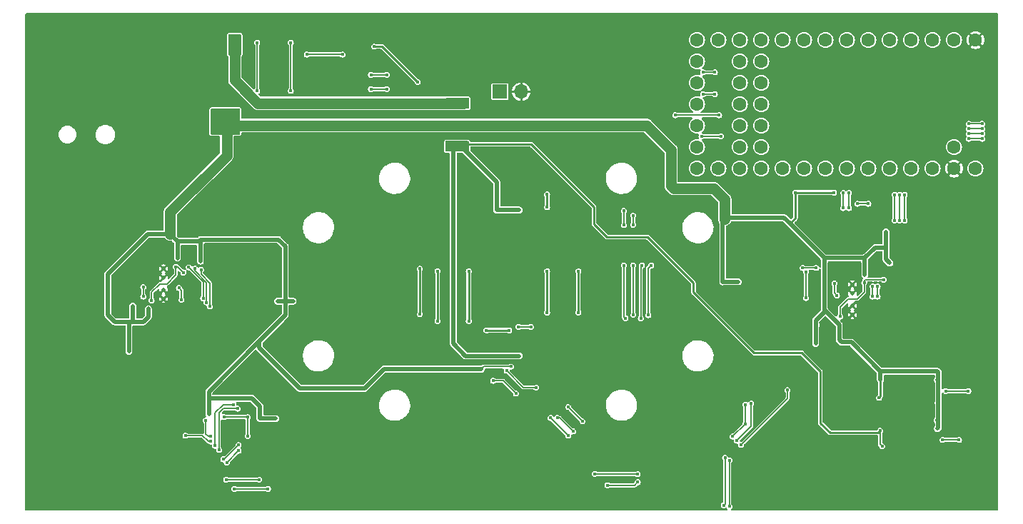
<source format=gbr>
%TF.GenerationSoftware,KiCad,Pcbnew,7.0.9*%
%TF.CreationDate,2023-12-11T14:06:03-05:00*%
%TF.ProjectId,pixel_char_fall2023,70697865-6c5f-4636-9861-725f66616c6c,rev?*%
%TF.SameCoordinates,Original*%
%TF.FileFunction,Copper,L2,Bot*%
%TF.FilePolarity,Positive*%
%FSLAX46Y46*%
G04 Gerber Fmt 4.6, Leading zero omitted, Abs format (unit mm)*
G04 Created by KiCad (PCBNEW 7.0.9) date 2023-12-11 14:06:03*
%MOMM*%
%LPD*%
G01*
G04 APERTURE LIST*
%TA.AperFunction,ComponentPad*%
%ADD10C,0.499999*%
%TD*%
%TA.AperFunction,ComponentPad*%
%ADD11R,1.700000X1.700000*%
%TD*%
%TA.AperFunction,ComponentPad*%
%ADD12O,1.700000X1.700000*%
%TD*%
%TA.AperFunction,ComponentPad*%
%ADD13C,1.600000*%
%TD*%
%TA.AperFunction,ViaPad*%
%ADD14C,0.400000*%
%TD*%
%TA.AperFunction,Conductor*%
%ADD15C,1.270000*%
%TD*%
%TA.AperFunction,Conductor*%
%ADD16C,0.254000*%
%TD*%
%TA.AperFunction,Conductor*%
%ADD17C,0.508000*%
%TD*%
%TA.AperFunction,Conductor*%
%ADD18C,0.200000*%
%TD*%
%TA.AperFunction,Conductor*%
%ADD19C,0.127000*%
%TD*%
G04 APERTURE END LIST*
D10*
%TO.P,U19,9,DAP*%
%TO.N,GND*%
X107300000Y-99825004D03*
X107300000Y-100925001D03*
%TD*%
D11*
%TO.P,J2,1,Pin_1*%
%TO.N,/Photodiodes/EXT_PD_BIAS*%
X147200000Y-78850000D03*
D12*
%TO.P,J2,2,Pin_2*%
%TO.N,GND*%
X149740000Y-78850000D03*
%TD*%
D10*
%TO.P,U15,9,DAP*%
%TO.N,GND*%
X189000000Y-105324996D03*
X189000000Y-104224999D03*
%TD*%
%TO.P,U17,9,DAP*%
%TO.N,GND*%
X107300000Y-103424996D03*
X107300000Y-102324999D03*
%TD*%
D13*
%TO.P,U5,1,GND*%
%TO.N,GND*%
X203600000Y-72730000D03*
%TO.P,U5,2,0_RX1_CRX2_CS1*%
%TO.N,/3V3_EN*%
X201060000Y-72730000D03*
%TO.P,U5,3,1_TX1_CTX2_MISO1*%
%TO.N,/1V0_EN*%
X198520000Y-72730000D03*
%TO.P,U5,4,2_OUT2*%
%TO.N,/PD_BIAS_EN*%
X195980000Y-72730000D03*
%TO.P,U5,5,3_LRCLK2*%
%TO.N,/PD1_EN*%
X193440000Y-72730000D03*
%TO.P,U5,6,4_BCLK2*%
%TO.N,/PD2_EN*%
X190900000Y-72730000D03*
%TO.P,U5,7,5_IN2*%
%TO.N,/PD3_EN*%
X188360000Y-72730000D03*
%TO.P,U5,8,6_OUT1D*%
%TO.N,/PD4_EN*%
X185820000Y-72730000D03*
%TO.P,U5,9,7_RX2_OUT1A*%
%TO.N,/TIA_EN*%
X183280000Y-72730000D03*
%TO.P,U5,10,8_TX2_IN1*%
%TO.N,/TIA_IDC_EN*%
X180740000Y-72730000D03*
%TO.P,U5,11,9_OUT1C*%
%TO.N,/AMP_EN*%
X178200000Y-72730000D03*
%TO.P,U5,12,10_CS_MQSR*%
%TO.N,/EN_BGR*%
X175660000Y-72730000D03*
%TO.P,U5,13,11_MOSI_CTX1*%
%TO.N,/EN_IBIAS*%
X173120000Y-72730000D03*
%TO.P,U5,14,12_MISO_MQSL*%
%TO.N,/MP_EN*%
X170580000Y-72730000D03*
%TO.P,U5,15,VBAT*%
%TO.N,unconnected-(U5-VBAT-Pad15)*%
X170580000Y-75270000D03*
%TO.P,U5,16,3V3*%
%TO.N,unconnected-(U5-3V3-Pad16)*%
X170580000Y-77810000D03*
%TO.P,U5,17,GND*%
%TO.N,unconnected-(U5-GND-Pad17)*%
X170580000Y-80350000D03*
%TO.P,U5,18,PROGRAM*%
%TO.N,unconnected-(U5-PROGRAM-Pad18)*%
X170580000Y-82890000D03*
%TO.P,U5,19,ON_OFF*%
%TO.N,unconnected-(U5-ON_OFF-Pad19)*%
X170580000Y-85430000D03*
%TO.P,U5,20,13_SCK_CRX1_LED*%
%TO.N,/C0*%
X170580000Y-87970000D03*
%TO.P,U5,21,14_A0_TX3_SPDIF_OUT*%
%TO.N,/VCM_TIA*%
X173120000Y-87970000D03*
%TO.P,U5,22,15_A1_RX3_SPDIF_IN*%
%TO.N,/VCM_OB*%
X175660000Y-87970000D03*
%TO.P,U5,23,16_A2_RX4_SCL1*%
%TO.N,/VB_BGR*%
X178200000Y-87970000D03*
%TO.P,U5,24,17_A3_TX4_SDA1*%
%TO.N,/VB_IBIAS_DAC*%
X180740000Y-87970000D03*
%TO.P,U5,25,18_A4_SDA0*%
%TO.N,/SDA*%
X183280000Y-87970000D03*
%TO.P,U5,26,19_A5_SCL0*%
%TO.N,/SCL*%
X185820000Y-87970000D03*
%TO.P,U5,27,20_A6_TX5_LRCLK1*%
%TO.N,/VCM_OUT_DAC*%
X188360000Y-87970000D03*
%TO.P,U5,28,21_A7_RX5_BCLK1*%
%TO.N,/VCOMP*%
X190900000Y-87970000D03*
%TO.P,U5,29,22_A8_CTX1*%
%TO.N,/C2*%
X193440000Y-87970000D03*
%TO.P,U5,30,23_A9_CRX1_MCLK1*%
%TO.N,/C1*%
X195980000Y-87970000D03*
%TO.P,U5,31,3V3*%
%TO.N,unconnected-(U5-3V3-Pad31)*%
X198520000Y-87970000D03*
%TO.P,U5,32,GND*%
%TO.N,GND*%
X201060000Y-87970000D03*
%TO.P,U5,33,VIN*%
%TO.N,+5V*%
X203600000Y-87970000D03*
%TO.P,U5,34,VUSB*%
%TO.N,unconnected-(U5-VUSB-Pad34)*%
X201060000Y-85430000D03*
%TO.P,U5,35,24_A10_TX6_SCL2*%
%TO.N,unconnected-(U5-24_A10_TX6_SCL2-Pad35)*%
X175660000Y-85430000D03*
%TO.P,U5,36,25_A11_RX6_SDA2*%
%TO.N,unconnected-(U5-25_A11_RX6_SDA2-Pad36)*%
X178200000Y-85430000D03*
%TO.P,U5,37,26_A12_MOSI1*%
%TO.N,unconnected-(U5-26_A12_MOSI1-Pad37)*%
X175660000Y-82890000D03*
%TO.P,U5,38,27_A13_SCK1*%
%TO.N,unconnected-(U5-27_A13_SCK1-Pad38)*%
X178200000Y-82890000D03*
%TO.P,U5,39,28_RX7*%
%TO.N,unconnected-(U5-28_RX7-Pad39)*%
X175660000Y-80350000D03*
%TO.P,U5,40,29_TX7*%
%TO.N,unconnected-(U5-29_TX7-Pad40)*%
X178200000Y-80350000D03*
%TO.P,U5,41,30_CRX3*%
%TO.N,unconnected-(U5-30_CRX3-Pad41)*%
X175660000Y-77810000D03*
%TO.P,U5,42,31_CTX3*%
%TO.N,unconnected-(U5-31_CTX3-Pad42)*%
X178200000Y-77810000D03*
%TO.P,U5,43,32_OUT1B*%
%TO.N,unconnected-(U5-32_OUT1B-Pad43)*%
X175660000Y-75270000D03*
%TO.P,U5,44,33_MCLK2*%
%TO.N,unconnected-(U5-33_MCLK2-Pad44)*%
X178200000Y-75270000D03*
%TD*%
D10*
%TO.P,U13,9,DAP*%
%TO.N,GND*%
X189000000Y-101725004D03*
X189000000Y-102825001D03*
%TD*%
D14*
%TO.N,GND*%
X117625000Y-127375000D03*
X107325000Y-113125000D03*
X104475000Y-112200000D03*
%TO.N,+1V0*%
X115750000Y-74250000D03*
X115375000Y-73775000D03*
X146830000Y-92900000D03*
X141655000Y-85660000D03*
X115375000Y-72825000D03*
X142905000Y-85660000D03*
X149500000Y-92900000D03*
X141005000Y-85660000D03*
X141675000Y-79960000D03*
X141050000Y-79960000D03*
X141695000Y-80550000D03*
X192300000Y-119060000D03*
X141010000Y-85070000D03*
X149494500Y-110197500D03*
X142310000Y-85070000D03*
X142910000Y-85070000D03*
X115750000Y-72400000D03*
X141045000Y-80550000D03*
X141635000Y-85070000D03*
X142330000Y-85660000D03*
X146850000Y-110200000D03*
X115750000Y-73325000D03*
X192525000Y-120910000D03*
X142350000Y-79960000D03*
X142945000Y-80550000D03*
X142370000Y-80550000D03*
X116125000Y-73775000D03*
X142950000Y-79960000D03*
X116125000Y-72825000D03*
%TO.N,GND*%
X147680000Y-74350000D03*
X151540000Y-77000000D03*
X141330000Y-74350000D03*
X119000000Y-105000000D03*
X182500000Y-77150000D03*
X186300000Y-128150000D03*
X192600000Y-84550000D03*
X139700000Y-124350000D03*
X188800000Y-85650000D03*
X190700000Y-128150000D03*
X186800000Y-78550000D03*
X187625000Y-113925000D03*
X187625000Y-117800000D03*
X138840000Y-77000000D03*
X132900000Y-124350000D03*
X190200000Y-82350000D03*
X184900000Y-91550000D03*
X182000000Y-75950000D03*
X176900000Y-75850000D03*
X201100000Y-128150000D03*
X180400000Y-89450000D03*
X175800000Y-89350000D03*
X106000000Y-112550000D03*
X138795000Y-75700000D03*
X119300000Y-100450000D03*
X192900000Y-75650000D03*
X160385000Y-75700000D03*
X159160000Y-77000000D03*
X141380000Y-77000000D03*
X181800000Y-85250000D03*
X172800000Y-82350000D03*
X172800000Y-83350000D03*
X120400000Y-71150000D03*
X107000000Y-75250000D03*
X188200000Y-75750000D03*
X105000000Y-76750000D03*
X116800000Y-122800000D03*
X158050000Y-123375000D03*
X155305000Y-75700000D03*
X191200000Y-98750000D03*
X160430000Y-77000000D03*
X156500000Y-120150000D03*
X143920000Y-77000000D03*
X169000000Y-79550000D03*
X155300000Y-114750000D03*
X149000000Y-77000000D03*
X151495000Y-75700000D03*
X107500000Y-73150000D03*
X157845000Y-75700000D03*
X179900000Y-83450000D03*
X183000000Y-91850000D03*
X189625000Y-117825000D03*
X174400000Y-74650000D03*
X189600000Y-87350000D03*
X154035000Y-75700000D03*
X165900000Y-95050000D03*
X137525000Y-75700000D03*
X184800000Y-71750000D03*
X174200000Y-78350000D03*
X169200000Y-75850000D03*
X145145000Y-75700000D03*
X194700000Y-87050000D03*
X191600000Y-93250000D03*
X198400000Y-89850000D03*
X173100000Y-80850000D03*
X163580000Y-71150000D03*
X190100000Y-90750000D03*
X192000000Y-90750000D03*
X119350000Y-125425000D03*
X155960000Y-71150000D03*
X145190000Y-77000000D03*
X148955000Y-75700000D03*
X172900000Y-77350000D03*
X153900000Y-116550000D03*
X156620000Y-77000000D03*
X174400000Y-75850000D03*
X191000000Y-89250000D03*
X152760000Y-74350000D03*
X180000000Y-75950000D03*
X147325000Y-114250000D03*
X173100000Y-79950000D03*
X166120000Y-71150000D03*
X178100000Y-89350000D03*
X146415000Y-75700000D03*
X151490000Y-74350000D03*
X104700000Y-72550000D03*
X183000000Y-78550000D03*
X148950000Y-74350000D03*
X172900000Y-78450000D03*
X124100000Y-124350000D03*
X161655000Y-75700000D03*
X150220000Y-74350000D03*
X197800000Y-85850000D03*
X189800000Y-77550000D03*
X158500000Y-71150000D03*
X134700000Y-122750000D03*
X101915000Y-104300000D03*
X130560000Y-71150000D03*
X143875000Y-75700000D03*
X177500000Y-93050000D03*
X156575000Y-75700000D03*
X184800000Y-98950000D03*
X183000000Y-94650000D03*
X161700000Y-77000000D03*
X103100000Y-76050000D03*
X160380000Y-74350000D03*
X202400000Y-81550000D03*
X135640000Y-71150000D03*
X180000000Y-92950000D03*
X161200000Y-124850000D03*
X189300000Y-89850000D03*
X137900000Y-122750000D03*
X205300000Y-124150000D03*
X195300000Y-75050000D03*
X182100000Y-98350000D03*
X156570000Y-74350000D03*
X111500000Y-70750000D03*
X192600000Y-86050000D03*
X187625000Y-115875000D03*
X157840000Y-74350000D03*
X154030000Y-74350000D03*
X130900000Y-122750000D03*
X196300000Y-128150000D03*
X199100000Y-78450000D03*
X148900000Y-98050000D03*
X201500000Y-71050000D03*
X184400000Y-75950000D03*
X174200000Y-77350000D03*
X155300000Y-74350000D03*
X140065000Y-75700000D03*
X145140000Y-74350000D03*
X152000000Y-112950000D03*
X151100000Y-125350000D03*
X184200000Y-80150000D03*
X140110000Y-77000000D03*
X196600000Y-91450000D03*
X173900000Y-85450000D03*
X186600000Y-93850000D03*
X169200000Y-74550000D03*
X174200000Y-83350000D03*
X196100000Y-94050000D03*
X154500000Y-124350000D03*
X161000000Y-126250000D03*
X178200000Y-74050000D03*
X200600000Y-83350000D03*
X103200000Y-74050000D03*
X152900000Y-122150000D03*
X159300000Y-124950000D03*
X154080000Y-77000000D03*
X189625000Y-111975000D03*
X184500000Y-89150000D03*
X202400000Y-88850000D03*
X106800000Y-70750000D03*
X185400000Y-86050000D03*
X185900000Y-95350000D03*
X182600000Y-89350000D03*
X147900000Y-124350000D03*
X137520000Y-74350000D03*
X158900000Y-122550000D03*
X138500000Y-125350000D03*
X122940000Y-71150000D03*
X199600000Y-74250000D03*
X204500000Y-125150000D03*
X107000000Y-77350000D03*
X164200000Y-125750000D03*
X155350000Y-77000000D03*
X118175000Y-124225000D03*
X157890000Y-77000000D03*
X140720000Y-71150000D03*
X194050000Y-103300000D03*
X168660000Y-71150000D03*
X202500000Y-76850000D03*
X194385000Y-100850000D03*
X128020000Y-71150000D03*
X193700000Y-81850000D03*
X190500000Y-75850000D03*
X142605000Y-75700000D03*
X172900000Y-75850000D03*
X141500000Y-122750000D03*
X174200000Y-82350000D03*
X180500000Y-80150000D03*
X180000000Y-97750000D03*
X146460000Y-77000000D03*
X197500000Y-80550000D03*
X145800000Y-71150000D03*
X137570000Y-77000000D03*
X125480000Y-71150000D03*
X142600000Y-74350000D03*
X159110000Y-74350000D03*
X148600000Y-108750000D03*
X172900000Y-74650000D03*
X185000000Y-92850000D03*
X177250000Y-104850000D03*
X179600000Y-78550000D03*
X161650000Y-74350000D03*
X152810000Y-77000000D03*
X145100000Y-122750000D03*
X185900000Y-97350000D03*
X189625000Y-119825000D03*
X148340000Y-71150000D03*
X109000000Y-71850000D03*
X173000000Y-89350000D03*
X102875000Y-101750000D03*
X179800000Y-85650000D03*
X141335000Y-75700000D03*
X187625000Y-119825000D03*
X126525000Y-122800000D03*
X149900000Y-122750000D03*
X184800000Y-102550000D03*
X152000000Y-114950000D03*
X140060000Y-74350000D03*
X179600000Y-77150000D03*
X195200000Y-77650000D03*
X147685000Y-75700000D03*
X174400000Y-71850000D03*
X162500000Y-124950000D03*
X166800000Y-74550000D03*
X175200000Y-94750000D03*
X143870000Y-74350000D03*
X156100000Y-125350000D03*
X195200000Y-89850000D03*
X170000000Y-89250000D03*
X189625000Y-121725000D03*
X174100000Y-79950000D03*
X182500000Y-82850000D03*
X143260000Y-71150000D03*
X168600000Y-98150000D03*
X125550000Y-125425000D03*
X146410000Y-74350000D03*
X116200000Y-70750000D03*
X203500000Y-126350000D03*
X187625000Y-111975000D03*
X133100000Y-71150000D03*
X189625000Y-115875000D03*
X161040000Y-71150000D03*
X150880000Y-71150000D03*
X167900000Y-75850000D03*
X189625000Y-113925000D03*
X174900000Y-97750000D03*
X176900000Y-128150000D03*
X162400000Y-126050000D03*
X202300000Y-127550000D03*
X121100000Y-122750000D03*
X172100000Y-91550000D03*
X138790000Y-74350000D03*
X159115000Y-75700000D03*
X180000000Y-94750000D03*
X138180000Y-71150000D03*
X166400000Y-96850000D03*
X152765000Y-75700000D03*
X202600000Y-86250000D03*
X182100000Y-128150000D03*
X144700000Y-125350000D03*
X153420000Y-71150000D03*
X150270000Y-77000000D03*
X150225000Y-75700000D03*
X166500000Y-99850000D03*
X174100000Y-80850000D03*
X148800000Y-93850000D03*
X181700000Y-92650000D03*
X154775000Y-120350000D03*
X142650000Y-77000000D03*
X185600000Y-77150000D03*
X131300000Y-77650000D03*
X147730000Y-77000000D03*
X187625000Y-121725000D03*
X130100000Y-77650000D03*
X131700000Y-125350000D03*
X176850000Y-100550000D03*
X150150000Y-112350000D03*
X182000000Y-73550000D03*
X188100000Y-80150000D03*
%TO.N,+3V3*%
X182250000Y-90825000D03*
X103650000Y-105250000D03*
X174550000Y-101400000D03*
X120825000Y-103700000D03*
X111675000Y-98950000D03*
X184650000Y-108750000D03*
X193425000Y-99175000D03*
X192325000Y-113035000D03*
X199075000Y-118825000D03*
X114000000Y-83650000D03*
X120600000Y-117625000D03*
X190475000Y-100550000D03*
X103200000Y-107800000D03*
X192975000Y-97350000D03*
X112675000Y-117075000D03*
X184650000Y-107825000D03*
X148520000Y-111460000D03*
X105500000Y-104600000D03*
X111675000Y-98250000D03*
X115500000Y-83650000D03*
X187450000Y-107500000D03*
X192975000Y-95475000D03*
X105500000Y-105550000D03*
X119675000Y-117625000D03*
X190475000Y-99600000D03*
X108950000Y-97650000D03*
X116200000Y-83650000D03*
X112675000Y-115225000D03*
X187450000Y-106525000D03*
X112675000Y-116150000D03*
X113200000Y-83650000D03*
X111675000Y-97325000D03*
X113200000Y-82850000D03*
X108950000Y-98600000D03*
X122675000Y-103700000D03*
X114800000Y-83650000D03*
X175475000Y-101400000D03*
X184650000Y-106900000D03*
X192150000Y-115160000D03*
X113200000Y-81150000D03*
X199100000Y-112025000D03*
X192325000Y-112025000D03*
X103200000Y-109650000D03*
X118750000Y-117625000D03*
X186825000Y-90825000D03*
X184650000Y-105975000D03*
X121750000Y-103700000D03*
X199100000Y-113025000D03*
X116200000Y-82850000D03*
X199175000Y-115750000D03*
X199075000Y-117825000D03*
X173625000Y-101400000D03*
X111675000Y-96400000D03*
X113200000Y-82050000D03*
X103650000Y-104300000D03*
%TO.N,/AMP_EN*%
X195200000Y-91075000D03*
X190400000Y-101525000D03*
X187550000Y-105525000D03*
X108750000Y-99625000D03*
X195200000Y-94125000D03*
X105900000Y-103625000D03*
X109650000Y-100300000D03*
X192700000Y-101150000D03*
%TO.N,/SCL*%
X159950000Y-125525000D03*
X115700000Y-125950000D03*
X168000000Y-81650000D03*
X131900000Y-78550000D03*
X163550000Y-125175000D03*
X133800000Y-78550000D03*
X202750000Y-114350000D03*
X201650000Y-120150000D03*
X173200000Y-81650000D03*
X199700000Y-120150000D03*
X200075000Y-114350000D03*
X119700000Y-125950000D03*
%TO.N,/SDA*%
X133800000Y-76850000D03*
X163525000Y-124225000D03*
X189600000Y-92150000D03*
X114725000Y-124875000D03*
X173400000Y-84150000D03*
X171100000Y-84150000D03*
X158450000Y-124175000D03*
X118650000Y-124875000D03*
X131900000Y-76850000D03*
X190900000Y-92150000D03*
%TO.N,/1V0_EN*%
X118400000Y-78750000D03*
X118400000Y-73050000D03*
%TO.N,/VCM_TIA*%
X161900000Y-94675000D03*
X161900000Y-92996000D03*
X161900000Y-99450000D03*
X162087500Y-105737500D03*
%TO.N,/VCM_OB*%
X163000000Y-99450000D03*
X163000000Y-105325000D03*
X163000000Y-94650000D03*
X163000000Y-93550000D03*
%TO.N,/VB_BGR*%
X163900000Y-105750000D03*
X164050000Y-99450000D03*
%TO.N,/PD_BIAS*%
X137700000Y-105250000D03*
X124300000Y-74450000D03*
X137700000Y-99850000D03*
X145600000Y-107150000D03*
X128550000Y-74450000D03*
X132275000Y-73500000D03*
X148300000Y-107150000D03*
X137450000Y-77725000D03*
%TO.N,/VA_BGR*%
X149400000Y-106750000D03*
X150880000Y-106750000D03*
%TO.N,/PD_BIAS_EN*%
X122400000Y-73050000D03*
X122400000Y-78750000D03*
%TO.N,/VB_IBIAS_DAC*%
X176300000Y-118250000D03*
X151500000Y-113950000D03*
X174800000Y-119750000D03*
X148000000Y-111950000D03*
X176300000Y-115950000D03*
X165150000Y-99450000D03*
X164800000Y-105350000D03*
X155300000Y-116250000D03*
X157000000Y-117950000D03*
%TO.N,/EN_IBIAS*%
X146400000Y-113150000D03*
X155900000Y-119150000D03*
X149100000Y-114650000D03*
X154000000Y-117550000D03*
%TO.N,/EN_BGR*%
X155300000Y-119650000D03*
X153200000Y-117550000D03*
%TO.N,/MP_EN*%
X183500000Y-103325001D03*
X183500000Y-100250000D03*
%TO.N,/C0*%
X184700000Y-99750000D03*
X112000000Y-103350000D03*
X110300000Y-99692052D03*
X183100000Y-99750000D03*
%TO.N,/C1*%
X188600000Y-92650000D03*
X112400000Y-103850000D03*
X111025000Y-99825000D03*
X188600000Y-90850000D03*
X171300000Y-76550000D03*
X172700000Y-76550000D03*
%TO.N,/C2*%
X112800000Y-104324999D03*
X171300000Y-79150000D03*
X187900000Y-92650000D03*
X172700000Y-79150000D03*
X187900000Y-90850000D03*
X111750000Y-99975000D03*
%TO.N,/VCOMP*%
X175800000Y-120750000D03*
X192000000Y-101950000D03*
X174400000Y-122575000D03*
X174400000Y-128050000D03*
X194600000Y-91075000D03*
X181300000Y-114250000D03*
X194600000Y-94125000D03*
X192000000Y-103150000D03*
%TO.N,/VCM_OUT_DAC*%
X177000000Y-115850000D03*
X173900000Y-122275000D03*
X173737500Y-127912500D03*
X104900000Y-102050000D03*
X191400000Y-103150000D03*
X194000000Y-94125000D03*
X191400000Y-101950000D03*
X194000000Y-91075000D03*
X175300000Y-120250000D03*
X104900000Y-103150000D03*
%TO.N,/Photodiodes/EXT_PD_BIAS*%
X152800000Y-92550000D03*
X143501000Y-106050000D03*
X143500000Y-100150000D03*
X152800000Y-100150000D03*
X152800000Y-105050000D03*
X152800000Y-91050000D03*
%TO.N,/Photodiodes/PD1*%
X139800000Y-100150000D03*
X139800000Y-106050000D03*
%TO.N,/Photodiodes/PD2*%
X156500000Y-100150000D03*
X156500000Y-105050000D03*
%TO.N,/Right Signal Chain/VINP*%
X187175000Y-103025000D03*
X186875000Y-101600000D03*
%TO.N,/Left Signal Chain/VINP*%
X109425000Y-103550000D03*
X109125000Y-102125000D03*
%TO.N,/TIA_IDC_EN*%
X109900000Y-119650000D03*
X112900000Y-120350000D03*
%TO.N,/TIA_EN*%
X112900000Y-119750000D03*
X112300000Y-117850000D03*
%TO.N,/PD4_EN*%
X114800000Y-122850000D03*
X202800000Y-84450000D03*
X204400000Y-84450000D03*
X116200000Y-121450000D03*
%TO.N,/PD3_EN*%
X114400000Y-122450000D03*
X202800000Y-83850000D03*
X204400000Y-83850000D03*
X116200000Y-120750000D03*
%TO.N,/PD2_EN*%
X204400000Y-83250000D03*
X202800000Y-83250000D03*
X113900000Y-121350000D03*
X116100000Y-116450000D03*
%TO.N,/PD1_EN*%
X115600000Y-115950000D03*
X204400000Y-82650000D03*
X113400000Y-120850000D03*
X202800000Y-82650000D03*
%TO.N,/Photodiodes/TIA_IN*%
X117297000Y-117450000D03*
X117297000Y-119681001D03*
X114503000Y-117447000D03*
%TD*%
D15*
%TO.N,+1V0*%
X139925000Y-80225000D02*
X142900000Y-80225000D01*
D16*
X159900000Y-96100000D02*
X164700000Y-96100000D01*
D17*
X146830000Y-89585000D02*
X142905000Y-85660000D01*
D15*
X115750000Y-74250000D02*
X115750000Y-77493001D01*
D18*
X192300000Y-120685000D02*
X192525000Y-120910000D01*
D17*
X146830000Y-92900000D02*
X146830000Y-89585000D01*
X146830000Y-92900000D02*
X149500000Y-92900000D01*
D16*
X192060000Y-119300000D02*
X192300000Y-119060000D01*
X185200000Y-118150000D02*
X186350000Y-119300000D01*
X177350000Y-109850000D02*
X183000000Y-109850000D01*
X186350000Y-119300000D02*
X192060000Y-119300000D01*
X185200000Y-112050000D02*
X185200000Y-118150000D01*
X142910000Y-85070000D02*
X150920000Y-85070000D01*
D17*
X141655000Y-108705000D02*
X143150000Y-110200000D01*
D16*
X164700000Y-96100000D02*
X170150000Y-101550000D01*
X158350000Y-94550000D02*
X159900000Y-96100000D01*
D17*
X143150000Y-110200000D02*
X146850000Y-110200000D01*
D18*
X192300000Y-119060000D02*
X192300000Y-120685000D01*
D15*
X115750000Y-77493001D02*
X118481999Y-80225000D01*
D17*
X141655000Y-85660000D02*
X141655000Y-108705000D01*
D16*
X170150000Y-102650000D02*
X177350000Y-109850000D01*
X170150000Y-101550000D02*
X170150000Y-102650000D01*
D17*
X146850000Y-110200000D02*
X149492000Y-110200000D01*
X149492000Y-110200000D02*
X149494500Y-110197500D01*
D15*
X118481999Y-80225000D02*
X139925000Y-80225000D01*
D16*
X150920000Y-85070000D02*
X158350000Y-92500000D01*
X158350000Y-92500000D02*
X158350000Y-94550000D01*
X183000000Y-109850000D02*
X185200000Y-112050000D01*
D17*
%TO.N,+3V3*%
X187725000Y-108575000D02*
X188875000Y-108575000D01*
X188875000Y-108575000D02*
X192325000Y-112025000D01*
X118750000Y-116175000D02*
X118750000Y-117625000D01*
X187450000Y-106525000D02*
X185675000Y-104750000D01*
X105500000Y-104600000D02*
X105500000Y-105550000D01*
X190475000Y-100550000D02*
X190475000Y-99600000D01*
X120825000Y-103700000D02*
X121750000Y-103700000D01*
X145000000Y-111750000D02*
X133450000Y-111750000D01*
X184700000Y-106525000D02*
X184650000Y-106475000D01*
X111475000Y-96600000D02*
X111675000Y-96400000D01*
X118750000Y-117625000D02*
X119675000Y-117625000D01*
X103650000Y-105250000D02*
X103650000Y-106100000D01*
X173875000Y-93975000D02*
X173625000Y-94225000D01*
X199100000Y-113025000D02*
X199200000Y-112925000D01*
D15*
X173875000Y-91625000D02*
X172600000Y-90350000D01*
D17*
X112675000Y-116150000D02*
X112675000Y-115225000D01*
X184650000Y-105975000D02*
X185675000Y-104950000D01*
D15*
X108100000Y-93130000D02*
X114800000Y-86430000D01*
D17*
X199200000Y-112125000D02*
X199100000Y-112025000D01*
X112675000Y-114425000D02*
X118635000Y-108465000D01*
X133450000Y-111750000D02*
X131150000Y-114050000D01*
X199200000Y-115775000D02*
X199200000Y-117700000D01*
X199175000Y-115750000D02*
X199200000Y-115775000D01*
X111675000Y-96400000D02*
X120950000Y-96400000D01*
X112675000Y-115225000D02*
X112675000Y-114425000D01*
X108950000Y-96600000D02*
X111475000Y-96600000D01*
X100700000Y-100475000D02*
X105425000Y-95750000D01*
D18*
X145290000Y-111460000D02*
X148520000Y-111460000D01*
D15*
X167850000Y-90350000D02*
X167500000Y-90000000D01*
X164600000Y-82850000D02*
X116200000Y-82850000D01*
D17*
X173875000Y-93975000D02*
X174050000Y-93800000D01*
X192975000Y-98725000D02*
X193425000Y-99175000D01*
X103200000Y-107800000D02*
X103200000Y-106150000D01*
X190475000Y-98575000D02*
X185675000Y-98575000D01*
X184650000Y-106475000D02*
X184650000Y-106900000D01*
X103650000Y-104300000D02*
X103650000Y-105250000D01*
X192975000Y-97350000D02*
X191700000Y-97350000D01*
X108100000Y-95750000D02*
X108950000Y-96600000D01*
X174050000Y-93800000D02*
X180900000Y-93800000D01*
X185675000Y-98575000D02*
X181600000Y-94500000D01*
D18*
X145000000Y-111750000D02*
X145290000Y-111460000D01*
D17*
X192325000Y-112025000D02*
X192325000Y-113035000D01*
X199075000Y-118825000D02*
X199200000Y-118700000D01*
X131150000Y-114050000D02*
X123450000Y-114050000D01*
X100700000Y-105350000D02*
X100700000Y-100475000D01*
X105500000Y-105550000D02*
X104900000Y-106150000D01*
X112675000Y-115225000D02*
X117800000Y-115225000D01*
X192975000Y-97350000D02*
X192975000Y-98725000D01*
X112675000Y-117075000D02*
X112675000Y-116150000D01*
X118635000Y-109235000D02*
X118635000Y-108465000D01*
X184650000Y-105975000D02*
X184650000Y-106475000D01*
X121750000Y-105350000D02*
X121750000Y-103700000D01*
X187450000Y-107500000D02*
X187450000Y-106525000D01*
X180900000Y-93800000D02*
X181600000Y-94500000D01*
X187450000Y-107500000D02*
X187450000Y-108300000D01*
D15*
X172600000Y-90350000D02*
X167850000Y-90350000D01*
D16*
X182250000Y-90825000D02*
X182250000Y-93850000D01*
D17*
X120950000Y-96400000D02*
X121750000Y-97200000D01*
X121750000Y-97200000D02*
X121750000Y-103700000D01*
D16*
X182250000Y-93850000D02*
X181600000Y-94500000D01*
D15*
X167500000Y-90000000D02*
X167500000Y-85750000D01*
D17*
X111675000Y-97325000D02*
X111675000Y-98250000D01*
X103650000Y-106100000D02*
X103600000Y-106150000D01*
D15*
X114800000Y-86430000D02*
X114800000Y-83650000D01*
D17*
X199200000Y-112925000D02*
X199200000Y-112125000D01*
X108950000Y-98600000D02*
X108950000Y-97650000D01*
X187450000Y-108300000D02*
X187725000Y-108575000D01*
X192975000Y-95475000D02*
X192975000Y-97350000D01*
X185675000Y-104950000D02*
X185675000Y-98575000D01*
X117800000Y-115225000D02*
X118750000Y-116175000D01*
D16*
X182250000Y-90825000D02*
X186825000Y-90825000D01*
D17*
X173625000Y-101400000D02*
X174550000Y-101400000D01*
X175475000Y-101400000D02*
X174550000Y-101400000D01*
X184650000Y-106900000D02*
X184650000Y-107825000D01*
X111675000Y-97325000D02*
X111675000Y-96400000D01*
X191700000Y-97350000D02*
X190475000Y-98575000D01*
X111675000Y-98950000D02*
X111675000Y-98250000D01*
X103600000Y-106150000D02*
X103200000Y-106150000D01*
X199100000Y-112025000D02*
X192325000Y-112025000D01*
X199200000Y-118700000D02*
X199200000Y-117950000D01*
X184650000Y-107825000D02*
X184650000Y-108750000D01*
X190475000Y-98575000D02*
X190475000Y-99600000D01*
X104900000Y-106150000D02*
X103600000Y-106150000D01*
X173625000Y-94225000D02*
X173625000Y-101400000D01*
X108950000Y-96600000D02*
X108950000Y-97650000D01*
X185675000Y-104750000D02*
X185675000Y-104950000D01*
X120600000Y-117625000D02*
X119675000Y-117625000D01*
X199200000Y-115725000D02*
X199200000Y-113125000D01*
D16*
X192150000Y-115160000D02*
X192325000Y-114985000D01*
D17*
X123450000Y-114050000D02*
X118635000Y-109235000D01*
X199200000Y-113125000D02*
X199100000Y-113025000D01*
D15*
X108100000Y-95750000D02*
X108100000Y-93130000D01*
D17*
X103200000Y-106150000D02*
X101500000Y-106150000D01*
X105425000Y-95750000D02*
X108100000Y-95750000D01*
X121750000Y-103700000D02*
X122675000Y-103700000D01*
X199200000Y-117950000D02*
X199075000Y-117825000D01*
X101500000Y-106150000D02*
X100700000Y-105350000D01*
D15*
X167500000Y-85750000D02*
X164600000Y-82850000D01*
D17*
X199175000Y-115750000D02*
X199200000Y-115725000D01*
D16*
X192325000Y-114985000D02*
X192325000Y-113035000D01*
D17*
X103200000Y-107800000D02*
X103200000Y-109650000D01*
D15*
X173875000Y-93975000D02*
X173875000Y-91625000D01*
D17*
X199200000Y-117700000D02*
X199075000Y-117825000D01*
X118635000Y-108465000D02*
X121750000Y-105350000D01*
D19*
%TO.N,/AMP_EN*%
X105900000Y-103625000D02*
X105900000Y-102650000D01*
X105900000Y-102650000D02*
X106900000Y-101650000D01*
X108975000Y-99625000D02*
X108750000Y-99625000D01*
X187550000Y-105525000D02*
X187550000Y-104400000D01*
X195200000Y-91075000D02*
X195200000Y-94125000D01*
X190400000Y-101250000D02*
X190400000Y-101525000D01*
X187550000Y-104400000D02*
X188500000Y-103450000D01*
X109650000Y-100300000D02*
X108975000Y-99625000D01*
X106900000Y-101650000D02*
X107700000Y-101650000D01*
X190400000Y-102650000D02*
X190400000Y-101525000D01*
X192700000Y-101150000D02*
X190500000Y-101150000D01*
X107700000Y-101650000D02*
X108750000Y-100600000D01*
X108750000Y-100600000D02*
X108750000Y-99625000D01*
X189600000Y-103450000D02*
X190400000Y-102650000D01*
X188500000Y-103450000D02*
X189600000Y-103450000D01*
X190500000Y-101150000D02*
X190400000Y-101250000D01*
D18*
%TO.N,/SCL*%
X201650000Y-120150000D02*
X199700000Y-120150000D01*
X119700000Y-125950000D02*
X115700000Y-125950000D01*
X163200000Y-125525000D02*
X159950000Y-125525000D01*
X202750000Y-114350000D02*
X200075000Y-114350000D01*
X131900000Y-78550000D02*
X133800000Y-78550000D01*
X168000000Y-81650000D02*
X173200000Y-81650000D01*
X163550000Y-125175000D02*
X163200000Y-125525000D01*
%TO.N,/SDA*%
X190900000Y-92150000D02*
X189600000Y-92150000D01*
X118650000Y-124875000D02*
X114725000Y-124875000D01*
X173400000Y-84150000D02*
X171100000Y-84150000D01*
X158450000Y-124175000D02*
X158500000Y-124225000D01*
X131900000Y-76850000D02*
X133800000Y-76850000D01*
X158500000Y-124225000D02*
X163525000Y-124225000D01*
D19*
%TO.N,/1V0_EN*%
X118400000Y-78750000D02*
X118400000Y-73050000D01*
D18*
%TO.N,/VCM_TIA*%
X161900000Y-105550000D02*
X161900000Y-99450000D01*
X161900000Y-92996000D02*
X161900000Y-94675000D01*
X162087500Y-105737500D02*
X161900000Y-105550000D01*
%TO.N,/VCM_OB*%
X163000000Y-105325000D02*
X163000000Y-99450000D01*
X163000000Y-94650000D02*
X163000000Y-93550000D01*
%TO.N,/VB_BGR*%
X164050000Y-99450000D02*
X163900000Y-99600000D01*
X163900000Y-99600000D02*
X163900000Y-105750000D01*
D16*
%TO.N,/PD_BIAS*%
X137700000Y-105250000D02*
X137700000Y-99850000D01*
X133225000Y-73500000D02*
X132275000Y-73500000D01*
X137450000Y-77725000D02*
X133225000Y-73500000D01*
X148300000Y-107150000D02*
X145600000Y-107150000D01*
D18*
X124300000Y-74450000D02*
X128550000Y-74450000D01*
%TO.N,/VA_BGR*%
X150880000Y-106750000D02*
X149400000Y-106750000D01*
D19*
%TO.N,/PD_BIAS_EN*%
X122400000Y-73050000D02*
X122400000Y-78750000D01*
%TO.N,/VB_IBIAS_DAC*%
X151500000Y-113950000D02*
X150000000Y-113950000D01*
X174800000Y-119750000D02*
X176300000Y-118250000D01*
X176300000Y-118250000D02*
X176300000Y-115950000D01*
X150000000Y-113950000D02*
X148000000Y-111950000D01*
X155300000Y-116250000D02*
X157000000Y-117950000D01*
D18*
X164800000Y-99800000D02*
X165150000Y-99450000D01*
X164800000Y-105350000D02*
X164800000Y-99800000D01*
D19*
%TO.N,/EN_IBIAS*%
X147600000Y-113150000D02*
X149100000Y-114650000D01*
X155900000Y-119150000D02*
X154300000Y-117550000D01*
X146400000Y-113150000D02*
X147600000Y-113150000D01*
X154300000Y-117550000D02*
X154000000Y-117550000D01*
%TO.N,/EN_BGR*%
X153200000Y-117550000D02*
X155300000Y-119650000D01*
%TO.N,/MP_EN*%
X183500000Y-103325001D02*
X183500000Y-100250000D01*
%TO.N,/C0*%
X184700000Y-99750000D02*
X183100000Y-99750000D01*
X112000000Y-101392052D02*
X112000000Y-103350000D01*
X110300000Y-99692052D02*
X112000000Y-101392052D01*
%TO.N,/C1*%
X112413500Y-103836500D02*
X112400000Y-103850000D01*
X111025000Y-100096026D02*
X112413500Y-101484526D01*
X188600000Y-92650000D02*
X188600000Y-90850000D01*
X111025000Y-99825000D02*
X111025000Y-100096026D01*
X112413500Y-101484526D02*
X112413500Y-103836500D01*
X172700000Y-76550000D02*
X171300000Y-76550000D01*
%TO.N,/C2*%
X187900000Y-92650000D02*
X187900000Y-90850000D01*
X112813500Y-104311499D02*
X112800000Y-104324999D01*
X172700000Y-79150000D02*
X171300000Y-79150000D01*
X111750000Y-100500000D02*
X112813500Y-101563500D01*
X111750000Y-99975000D02*
X111750000Y-100500000D01*
X112813500Y-101563500D02*
X112813500Y-104311499D01*
D18*
%TO.N,/VCOMP*%
X194600000Y-94125000D02*
X194600000Y-91075000D01*
D19*
X174400000Y-128050000D02*
X174400000Y-122575000D01*
D18*
X192000000Y-103150000D02*
X192000000Y-101950000D01*
D19*
X175800000Y-120750000D02*
X181300000Y-115250000D01*
X181300000Y-115250000D02*
X181300000Y-114250000D01*
D18*
%TO.N,/VCM_OUT_DAC*%
X194000000Y-91075000D02*
X194000000Y-94125000D01*
D19*
X173900000Y-122275000D02*
X173900000Y-127750000D01*
X175300000Y-120250000D02*
X177000000Y-118550000D01*
X104900000Y-102050000D02*
X104900000Y-103150000D01*
X177000000Y-118550000D02*
X177000000Y-115850000D01*
X173900000Y-127750000D02*
X173737500Y-127912500D01*
D18*
X191400000Y-103150000D02*
X191400000Y-101950000D01*
D16*
%TO.N,/Photodiodes/EXT_PD_BIAS*%
X143501000Y-106050000D02*
X143500000Y-106049000D01*
X152800000Y-91050000D02*
X152800000Y-92550000D01*
X152800000Y-105050000D02*
X152800000Y-100150000D01*
X143500000Y-106049000D02*
X143500000Y-100150000D01*
%TO.N,/Photodiodes/PD1*%
X139800000Y-106050000D02*
X139800000Y-100150000D01*
%TO.N,/Photodiodes/PD2*%
X156500000Y-100150000D02*
X156500000Y-105050000D01*
D18*
%TO.N,/Right Signal Chain/VINP*%
X186875000Y-102725000D02*
X186875000Y-101600000D01*
X187175000Y-103025000D02*
X186875000Y-102725000D01*
%TO.N,/Left Signal Chain/VINP*%
X109125000Y-102125000D02*
X109425000Y-102425000D01*
X109425000Y-102425000D02*
X109425000Y-103550000D01*
D19*
%TO.N,/TIA_IDC_EN*%
X112900000Y-120350000D02*
X112600000Y-120350000D01*
X111900000Y-119650000D02*
X109900000Y-119650000D01*
X112600000Y-120350000D02*
X111900000Y-119650000D01*
%TO.N,/TIA_EN*%
X112300000Y-119450000D02*
X112300000Y-117850000D01*
X112300000Y-119450000D02*
X112600000Y-119750000D01*
X112600000Y-119750000D02*
X112900000Y-119750000D01*
%TO.N,/PD4_EN*%
X202800000Y-84450000D02*
X204400000Y-84450000D01*
X114800000Y-122850000D02*
X116200000Y-121450000D01*
%TO.N,/PD3_EN*%
X114400000Y-122450000D02*
X114500000Y-122450000D01*
X114500000Y-122450000D02*
X116200000Y-120750000D01*
X202800000Y-83850000D02*
X204400000Y-83850000D01*
%TO.N,/PD2_EN*%
X202800000Y-83250000D02*
X204400000Y-83250000D01*
X113900000Y-121350000D02*
X113900000Y-116950000D01*
X113900000Y-116950000D02*
X114400000Y-116450000D01*
X114400000Y-116450000D02*
X116100000Y-116450000D01*
%TO.N,/PD1_EN*%
X113400000Y-120850000D02*
X113400000Y-116950000D01*
X113400000Y-116950000D02*
X114400000Y-115950000D01*
X114400000Y-115950000D02*
X115600000Y-115950000D01*
X202800000Y-82650000D02*
X204400000Y-82650000D01*
D18*
%TO.N,/Photodiodes/TIA_IN*%
X117297000Y-117450000D02*
X117294000Y-117447000D01*
X117294000Y-117447000D02*
X114503000Y-117447000D01*
X117297000Y-119681001D02*
X117297000Y-117450000D01*
%TD*%
%TA.AperFunction,Conductor*%
%TO.N,+1V0*%
G36*
X143498039Y-79604685D02*
G01*
X143543794Y-79657489D01*
X143555000Y-79709000D01*
X143555000Y-80736000D01*
X143535315Y-80803039D01*
X143482511Y-80848794D01*
X143431000Y-80860000D01*
X140869000Y-80860000D01*
X140801961Y-80840315D01*
X140756206Y-80787511D01*
X140745000Y-80736000D01*
X140745000Y-79709000D01*
X140764685Y-79641961D01*
X140817489Y-79596206D01*
X140869000Y-79585000D01*
X143431000Y-79585000D01*
X143498039Y-79604685D01*
G37*
%TD.AperFunction*%
%TD*%
%TA.AperFunction,Conductor*%
%TO.N,+1V0*%
G36*
X143458039Y-84714685D02*
G01*
X143503794Y-84767489D01*
X143515000Y-84819000D01*
X143515000Y-85846000D01*
X143495315Y-85913039D01*
X143442511Y-85958794D01*
X143391000Y-85970000D01*
X140829000Y-85970000D01*
X140761961Y-85950315D01*
X140716206Y-85897511D01*
X140705000Y-85846000D01*
X140705000Y-84819000D01*
X140724685Y-84751961D01*
X140777489Y-84706206D01*
X140829000Y-84695000D01*
X143391000Y-84695000D01*
X143458039Y-84714685D01*
G37*
%TD.AperFunction*%
%TD*%
%TA.AperFunction,Conductor*%
%TO.N,+1V0*%
G36*
X116443039Y-72044685D02*
G01*
X116488794Y-72097489D01*
X116500000Y-72149000D01*
X116500000Y-74426000D01*
X116480315Y-74493039D01*
X116427511Y-74538794D01*
X116376000Y-74550000D01*
X115124000Y-74550000D01*
X115056961Y-74530315D01*
X115011206Y-74477511D01*
X115000000Y-74426000D01*
X115000000Y-72149000D01*
X115019685Y-72081961D01*
X115072489Y-72036206D01*
X115124000Y-72025000D01*
X116376000Y-72025000D01*
X116443039Y-72044685D01*
G37*
%TD.AperFunction*%
%TD*%
%TA.AperFunction,Conductor*%
%TO.N,+3V3*%
G36*
X116343039Y-80869685D02*
G01*
X116388794Y-80922489D01*
X116400000Y-80974000D01*
X116400000Y-83826000D01*
X116380315Y-83893039D01*
X116327511Y-83938794D01*
X116276000Y-83950000D01*
X113024000Y-83950000D01*
X112956961Y-83930315D01*
X112911206Y-83877511D01*
X112900000Y-83826000D01*
X112900000Y-80974000D01*
X112919685Y-80906961D01*
X112972489Y-80861206D01*
X113024000Y-80850000D01*
X116276000Y-80850000D01*
X116343039Y-80869685D01*
G37*
%TD.AperFunction*%
%TD*%
%TA.AperFunction,Conductor*%
%TO.N,GND*%
G36*
X190013539Y-98999185D02*
G01*
X190059294Y-99051989D01*
X190070500Y-99103500D01*
X190070500Y-100581839D01*
X190085500Y-100676552D01*
X190086444Y-100678404D01*
X190143674Y-100790723D01*
X190143676Y-100790725D01*
X190143678Y-100790728D01*
X190234271Y-100881321D01*
X190234273Y-100881322D01*
X190234277Y-100881326D01*
X190235733Y-100882067D01*
X190237180Y-100883435D01*
X190242169Y-100887059D01*
X190241700Y-100887703D01*
X190286528Y-100930037D01*
X190303328Y-100997857D01*
X190280794Y-101063993D01*
X190267122Y-101080234D01*
X190253790Y-101093567D01*
X190251436Y-101095801D01*
X190223004Y-101121401D01*
X190223001Y-101121404D01*
X190215316Y-101138665D01*
X190206038Y-101155754D01*
X190195751Y-101171595D01*
X190195749Y-101171600D01*
X190195594Y-101172582D01*
X190186408Y-101203596D01*
X190186000Y-101204511D01*
X190183291Y-101217260D01*
X190178846Y-101216315D01*
X190166315Y-101258993D01*
X190149683Y-101279633D01*
X190112903Y-101316413D01*
X190062498Y-101415341D01*
X190045131Y-101524997D01*
X190045131Y-101525002D01*
X190062498Y-101634658D01*
X190112904Y-101733585D01*
X190112908Y-101733591D01*
X190149680Y-101770362D01*
X190183166Y-101831685D01*
X190186000Y-101858044D01*
X190186000Y-102509996D01*
X190166315Y-102577035D01*
X190149681Y-102597677D01*
X189698521Y-103048836D01*
X189637198Y-103082321D01*
X189567506Y-103077337D01*
X189511573Y-103035465D01*
X189487156Y-102970001D01*
X189488102Y-102943508D01*
X189505140Y-102825000D01*
X189484679Y-102682689D01*
X189484678Y-102682684D01*
X189432764Y-102569011D01*
X189140465Y-102861310D01*
X189140457Y-102861321D01*
X189087681Y-102914097D01*
X189026358Y-102947582D01*
X188956666Y-102942598D01*
X188912319Y-102914097D01*
X188856235Y-102858013D01*
X188898400Y-102858013D01*
X188937207Y-102911427D01*
X188983907Y-102926601D01*
X189016093Y-102926601D01*
X189062793Y-102911427D01*
X189101600Y-102858013D01*
X189101600Y-102791989D01*
X189062793Y-102738575D01*
X189016093Y-102723401D01*
X188983907Y-102723401D01*
X188937207Y-102738575D01*
X188898400Y-102791989D01*
X188898400Y-102858013D01*
X188856235Y-102858013D01*
X188840664Y-102842442D01*
X188840662Y-102842439D01*
X188567234Y-102569010D01*
X188515321Y-102682685D01*
X188515320Y-102682686D01*
X188494859Y-102825001D01*
X188515320Y-102967315D01*
X188515322Y-102967322D01*
X188557719Y-103060157D01*
X188567663Y-103129315D01*
X188538638Y-103192871D01*
X188479860Y-103230645D01*
X188466380Y-103233678D01*
X188448135Y-103240682D01*
X188429489Y-103246206D01*
X188411014Y-103250133D01*
X188411009Y-103250136D01*
X188410206Y-103250720D01*
X188381781Y-103266153D01*
X188380847Y-103266511D01*
X188380842Y-103266515D01*
X188367484Y-103279872D01*
X188352696Y-103292502D01*
X188337415Y-103303604D01*
X188337411Y-103303609D01*
X188336915Y-103304469D01*
X188317214Y-103330142D01*
X187403790Y-104243567D01*
X187401436Y-104245801D01*
X187373004Y-104271401D01*
X187373001Y-104271404D01*
X187365316Y-104288665D01*
X187356038Y-104305754D01*
X187345751Y-104321595D01*
X187345749Y-104321600D01*
X187345594Y-104322582D01*
X187336408Y-104353596D01*
X187336000Y-104354511D01*
X187336000Y-104373401D01*
X187334473Y-104392800D01*
X187331518Y-104411450D01*
X187331519Y-104411451D01*
X187331774Y-104412403D01*
X187336000Y-104444498D01*
X187336000Y-105191955D01*
X187316315Y-105258994D01*
X187299681Y-105279636D01*
X187262909Y-105316407D01*
X187262904Y-105316414D01*
X187212498Y-105415341D01*
X187209536Y-105434048D01*
X187179607Y-105497183D01*
X187120295Y-105534114D01*
X187050432Y-105533116D01*
X186999382Y-105502331D01*
X186115819Y-104618768D01*
X186082334Y-104557445D01*
X186079500Y-104531087D01*
X186079500Y-101600002D01*
X186520131Y-101600002D01*
X186537498Y-101709658D01*
X186587904Y-101808585D01*
X186587906Y-101808588D01*
X186588175Y-101808857D01*
X186588397Y-101809263D01*
X186593644Y-101816486D01*
X186592711Y-101817163D01*
X186621664Y-101870177D01*
X186624500Y-101896544D01*
X186624500Y-102688111D01*
X186622118Y-102712300D01*
X186619592Y-102725000D01*
X186619592Y-102725002D01*
X186639032Y-102822739D01*
X186639033Y-102822740D01*
X186646213Y-102833485D01*
X186693875Y-102904818D01*
X186694399Y-102905601D01*
X186705168Y-102912796D01*
X186723957Y-102928217D01*
X186791526Y-102995786D01*
X186825011Y-103057109D01*
X186826318Y-103064068D01*
X186837499Y-103134658D01*
X186837499Y-103134659D01*
X186837500Y-103134661D01*
X186878608Y-103215340D01*
X186887904Y-103233585D01*
X186887909Y-103233592D01*
X186966407Y-103312090D01*
X186966410Y-103312092D01*
X186966413Y-103312095D01*
X187040806Y-103350000D01*
X187065341Y-103362501D01*
X187174998Y-103379869D01*
X187175000Y-103379869D01*
X187175002Y-103379869D01*
X187284658Y-103362501D01*
X187284659Y-103362500D01*
X187284661Y-103362500D01*
X187383587Y-103312095D01*
X187462095Y-103233587D01*
X187512500Y-103134661D01*
X187512500Y-103134659D01*
X187512501Y-103134658D01*
X187529869Y-103025002D01*
X187529869Y-103024997D01*
X187512501Y-102915341D01*
X187485775Y-102862888D01*
X187462095Y-102816413D01*
X187462092Y-102816410D01*
X187462090Y-102816407D01*
X187383592Y-102737909D01*
X187383588Y-102737906D01*
X187383587Y-102737905D01*
X187358263Y-102725002D01*
X187284658Y-102687498D01*
X187230102Y-102678858D01*
X187166967Y-102648929D01*
X187130036Y-102589617D01*
X187125500Y-102556385D01*
X187125500Y-102394019D01*
X188745794Y-102394019D01*
X189000000Y-102648224D01*
X189000001Y-102648224D01*
X189254204Y-102394019D01*
X189254204Y-102394018D01*
X189231329Y-102379317D01*
X189185574Y-102326514D01*
X189175630Y-102257355D01*
X189204655Y-102193799D01*
X189231327Y-102170687D01*
X189254204Y-102155983D01*
X189000001Y-101901780D01*
X188745794Y-102155984D01*
X188745794Y-102155985D01*
X188768671Y-102170688D01*
X188814425Y-102223492D01*
X188824368Y-102292651D01*
X188795342Y-102356206D01*
X188768669Y-102379318D01*
X188745794Y-102394018D01*
X188745794Y-102394019D01*
X187125500Y-102394019D01*
X187125500Y-101896544D01*
X187145185Y-101829505D01*
X187161825Y-101808857D01*
X187162095Y-101808587D01*
X187204682Y-101725004D01*
X188494859Y-101725004D01*
X188515320Y-101867319D01*
X188567233Y-101980992D01*
X188567234Y-101980992D01*
X188790211Y-101758016D01*
X188898400Y-101758016D01*
X188937207Y-101811430D01*
X188983907Y-101826604D01*
X189016093Y-101826604D01*
X189062793Y-101811430D01*
X189101600Y-101758016D01*
X189101600Y-101725004D01*
X189176776Y-101725004D01*
X189432764Y-101980992D01*
X189432765Y-101980992D01*
X189484678Y-101867320D01*
X189484679Y-101867315D01*
X189505140Y-101725004D01*
X189484679Y-101582692D01*
X189484678Y-101582687D01*
X189432765Y-101469014D01*
X189432764Y-101469014D01*
X189176776Y-101725003D01*
X189176776Y-101725004D01*
X189101600Y-101725004D01*
X189101600Y-101691992D01*
X189062793Y-101638578D01*
X189016093Y-101623404D01*
X188983907Y-101623404D01*
X188937207Y-101638578D01*
X188898400Y-101691992D01*
X188898400Y-101758016D01*
X188790211Y-101758016D01*
X188823223Y-101725004D01*
X188567233Y-101469014D01*
X188515321Y-101582688D01*
X188515320Y-101582689D01*
X188494859Y-101725004D01*
X187204682Y-101725004D01*
X187212500Y-101709661D01*
X187212500Y-101709659D01*
X187212501Y-101709658D01*
X187229869Y-101600002D01*
X187229869Y-101599997D01*
X187212501Y-101490341D01*
X187200361Y-101466515D01*
X187162095Y-101391413D01*
X187162092Y-101391410D01*
X187162090Y-101391407D01*
X187083592Y-101312909D01*
X187083588Y-101312906D01*
X187083587Y-101312905D01*
X187046527Y-101294022D01*
X188745794Y-101294022D01*
X189000000Y-101548227D01*
X189000001Y-101548227D01*
X189254204Y-101294022D01*
X189254204Y-101294021D01*
X189209845Y-101265513D01*
X189209843Y-101265512D01*
X189071890Y-101225005D01*
X188928110Y-101225005D01*
X188790158Y-101265511D01*
X188745794Y-101294021D01*
X188745794Y-101294022D01*
X187046527Y-101294022D01*
X187018287Y-101279633D01*
X186984658Y-101262498D01*
X186875002Y-101245131D01*
X186874998Y-101245131D01*
X186765341Y-101262498D01*
X186666414Y-101312904D01*
X186666407Y-101312909D01*
X186587909Y-101391407D01*
X186587904Y-101391414D01*
X186537498Y-101490341D01*
X186520131Y-101599997D01*
X186520131Y-101600002D01*
X186079500Y-101600002D01*
X186079500Y-99103500D01*
X186099185Y-99036461D01*
X186151989Y-98990706D01*
X186203500Y-98979500D01*
X189946500Y-98979500D01*
X190013539Y-98999185D01*
G37*
%TD.AperFunction*%
%TA.AperFunction,Conductor*%
G36*
X206242539Y-69570185D02*
G01*
X206288294Y-69622989D01*
X206299500Y-69674500D01*
X206299500Y-128425500D01*
X206279815Y-128492539D01*
X206227011Y-128538294D01*
X206175500Y-128549500D01*
X174695545Y-128549500D01*
X174628506Y-128529815D01*
X174582751Y-128477011D01*
X174572807Y-128407853D01*
X174601832Y-128344297D01*
X174607864Y-128337819D01*
X174687090Y-128258592D01*
X174687095Y-128258587D01*
X174737500Y-128159661D01*
X174737500Y-128159659D01*
X174737501Y-128159658D01*
X174754869Y-128050002D01*
X174754869Y-128049997D01*
X174737501Y-127940341D01*
X174697598Y-127862027D01*
X174687095Y-127841413D01*
X174687092Y-127841410D01*
X174687090Y-127841407D01*
X174650319Y-127804636D01*
X174616834Y-127743313D01*
X174614000Y-127716955D01*
X174614000Y-122908044D01*
X174633685Y-122841005D01*
X174650320Y-122820362D01*
X174687091Y-122783591D01*
X174687095Y-122783587D01*
X174737500Y-122684661D01*
X174737500Y-122684659D01*
X174737501Y-122684658D01*
X174754869Y-122575002D01*
X174754869Y-122574997D01*
X174737501Y-122465341D01*
X174729683Y-122449997D01*
X174687095Y-122366413D01*
X174687092Y-122366410D01*
X174687090Y-122366407D01*
X174608592Y-122287909D01*
X174608588Y-122287906D01*
X174608587Y-122287905D01*
X174583263Y-122275002D01*
X174509658Y-122237498D01*
X174400002Y-122220131D01*
X174400000Y-122220131D01*
X174364448Y-122225762D01*
X174295154Y-122216806D01*
X174241703Y-122171809D01*
X174234571Y-122159591D01*
X174187095Y-122066413D01*
X174187092Y-122066410D01*
X174187090Y-122066407D01*
X174108592Y-121987909D01*
X174108588Y-121987906D01*
X174108587Y-121987905D01*
X174104743Y-121985946D01*
X174009658Y-121937498D01*
X173900002Y-121920131D01*
X173899998Y-121920131D01*
X173790341Y-121937498D01*
X173691414Y-121987904D01*
X173691407Y-121987909D01*
X173612909Y-122066407D01*
X173612904Y-122066414D01*
X173562498Y-122165341D01*
X173545131Y-122274997D01*
X173545131Y-122275002D01*
X173562498Y-122384658D01*
X173612904Y-122483585D01*
X173612908Y-122483591D01*
X173649680Y-122520362D01*
X173683166Y-122581685D01*
X173686000Y-122608044D01*
X173686000Y-127469378D01*
X173666315Y-127536417D01*
X173618295Y-127579862D01*
X173528913Y-127625405D01*
X173528912Y-127625406D01*
X173528907Y-127625409D01*
X173450409Y-127703907D01*
X173450404Y-127703914D01*
X173399998Y-127802841D01*
X173382631Y-127912497D01*
X173382631Y-127912502D01*
X173399998Y-128022158D01*
X173450404Y-128121085D01*
X173450409Y-128121092D01*
X173528907Y-128199590D01*
X173528910Y-128199592D01*
X173528913Y-128199595D01*
X173557083Y-128213948D01*
X173627841Y-128250001D01*
X173737498Y-128267369D01*
X173737500Y-128267369D01*
X173737502Y-128267369D01*
X173847156Y-128250001D01*
X173847156Y-128250000D01*
X173847161Y-128250000D01*
X173944178Y-128200567D01*
X174012844Y-128187672D01*
X174077585Y-128213948D01*
X174110953Y-128254756D01*
X174112904Y-128258585D01*
X174112906Y-128258588D01*
X174112909Y-128258592D01*
X174192136Y-128337819D01*
X174225621Y-128399142D01*
X174220637Y-128468834D01*
X174178765Y-128524767D01*
X174113301Y-128549184D01*
X174104455Y-128549500D01*
X91024500Y-128549500D01*
X90957461Y-128529815D01*
X90911706Y-128477011D01*
X90900500Y-128425500D01*
X90900500Y-125950002D01*
X115345131Y-125950002D01*
X115362498Y-126059658D01*
X115412904Y-126158585D01*
X115412909Y-126158592D01*
X115491407Y-126237090D01*
X115491410Y-126237092D01*
X115491413Y-126237095D01*
X115590339Y-126287500D01*
X115590341Y-126287501D01*
X115699998Y-126304869D01*
X115700000Y-126304869D01*
X115700002Y-126304869D01*
X115809658Y-126287501D01*
X115809659Y-126287500D01*
X115809661Y-126287500D01*
X115908587Y-126237095D01*
X115908592Y-126237090D01*
X115908864Y-126236819D01*
X115909275Y-126236594D01*
X115916486Y-126231356D01*
X115917162Y-126232287D01*
X115970187Y-126203334D01*
X115996545Y-126200500D01*
X119403455Y-126200500D01*
X119470494Y-126220185D01*
X119491136Y-126236819D01*
X119491407Y-126237090D01*
X119491410Y-126237092D01*
X119491413Y-126237095D01*
X119590339Y-126287500D01*
X119590341Y-126287501D01*
X119699998Y-126304869D01*
X119700000Y-126304869D01*
X119700002Y-126304869D01*
X119809658Y-126287501D01*
X119809659Y-126287500D01*
X119809661Y-126287500D01*
X119908587Y-126237095D01*
X119987095Y-126158587D01*
X120037500Y-126059661D01*
X120037500Y-126059659D01*
X120037501Y-126059658D01*
X120054869Y-125950002D01*
X120054869Y-125949997D01*
X120037501Y-125840341D01*
X120023109Y-125812095D01*
X119987095Y-125741413D01*
X119987092Y-125741410D01*
X119987090Y-125741407D01*
X119908592Y-125662909D01*
X119908588Y-125662906D01*
X119908587Y-125662905D01*
X119853149Y-125634658D01*
X119809658Y-125612498D01*
X119700002Y-125595131D01*
X119699998Y-125595131D01*
X119590341Y-125612498D01*
X119491414Y-125662904D01*
X119491407Y-125662909D01*
X119491136Y-125663181D01*
X119490724Y-125663405D01*
X119483514Y-125668644D01*
X119482837Y-125667712D01*
X119429813Y-125696666D01*
X119403455Y-125699500D01*
X115996545Y-125699500D01*
X115929506Y-125679815D01*
X115908864Y-125663181D01*
X115908592Y-125662909D01*
X115908588Y-125662906D01*
X115908587Y-125662905D01*
X115853149Y-125634658D01*
X115809658Y-125612498D01*
X115700002Y-125595131D01*
X115699998Y-125595131D01*
X115590341Y-125612498D01*
X115491414Y-125662904D01*
X115491407Y-125662909D01*
X115412909Y-125741407D01*
X115412904Y-125741414D01*
X115362498Y-125840341D01*
X115345131Y-125949997D01*
X115345131Y-125950002D01*
X90900500Y-125950002D01*
X90900500Y-125525002D01*
X159595131Y-125525002D01*
X159612498Y-125634658D01*
X159662904Y-125733585D01*
X159662909Y-125733592D01*
X159741407Y-125812090D01*
X159741410Y-125812092D01*
X159741413Y-125812095D01*
X159840339Y-125862500D01*
X159840341Y-125862501D01*
X159949998Y-125879869D01*
X159950000Y-125879869D01*
X159950002Y-125879869D01*
X160059658Y-125862501D01*
X160059659Y-125862500D01*
X160059661Y-125862500D01*
X160158587Y-125812095D01*
X160158592Y-125812090D01*
X160158864Y-125811819D01*
X160159275Y-125811594D01*
X160166486Y-125806356D01*
X160167162Y-125807287D01*
X160220187Y-125778334D01*
X160246545Y-125775500D01*
X163163114Y-125775500D01*
X163187306Y-125777883D01*
X163199999Y-125780408D01*
X163200000Y-125780408D01*
X163200002Y-125780408D01*
X163297738Y-125760967D01*
X163297738Y-125760966D01*
X163297741Y-125760966D01*
X163338716Y-125733587D01*
X163380601Y-125705601D01*
X163387794Y-125694833D01*
X163403211Y-125676047D01*
X163520787Y-125558471D01*
X163582108Y-125524988D01*
X163589069Y-125523681D01*
X163659657Y-125512501D01*
X163659658Y-125512500D01*
X163659661Y-125512500D01*
X163758587Y-125462095D01*
X163837095Y-125383587D01*
X163887500Y-125284661D01*
X163887500Y-125284659D01*
X163887501Y-125284658D01*
X163904869Y-125175002D01*
X163904869Y-125174997D01*
X163887501Y-125065341D01*
X163887500Y-125065339D01*
X163837095Y-124966413D01*
X163837092Y-124966410D01*
X163837090Y-124966407D01*
X163758592Y-124887909D01*
X163758588Y-124887906D01*
X163758587Y-124887905D01*
X163733263Y-124875002D01*
X163659658Y-124837498D01*
X163552288Y-124820493D01*
X163542029Y-124815629D01*
X163522712Y-124824452D01*
X163440341Y-124837498D01*
X163341414Y-124887904D01*
X163341407Y-124887909D01*
X163262909Y-124966407D01*
X163262904Y-124966414D01*
X163212499Y-125065341D01*
X163201318Y-125135930D01*
X163171388Y-125199064D01*
X163166529Y-125204209D01*
X163132561Y-125238179D01*
X163071239Y-125271665D01*
X163044877Y-125274500D01*
X160246545Y-125274500D01*
X160179506Y-125254815D01*
X160158864Y-125238181D01*
X160158592Y-125237909D01*
X160158588Y-125237906D01*
X160158587Y-125237905D01*
X160108727Y-125212500D01*
X160059658Y-125187498D01*
X159950002Y-125170131D01*
X159949998Y-125170131D01*
X159840341Y-125187498D01*
X159741414Y-125237904D01*
X159741407Y-125237909D01*
X159662909Y-125316407D01*
X159662904Y-125316414D01*
X159612498Y-125415341D01*
X159595131Y-125524997D01*
X159595131Y-125525002D01*
X90900500Y-125525002D01*
X90900500Y-124875002D01*
X114370131Y-124875002D01*
X114387498Y-124984658D01*
X114437904Y-125083585D01*
X114437909Y-125083592D01*
X114516407Y-125162090D01*
X114516410Y-125162092D01*
X114516413Y-125162095D01*
X114588969Y-125199064D01*
X114615341Y-125212501D01*
X114724998Y-125229869D01*
X114725000Y-125229869D01*
X114725002Y-125229869D01*
X114834658Y-125212501D01*
X114834659Y-125212500D01*
X114834661Y-125212500D01*
X114933587Y-125162095D01*
X114933592Y-125162090D01*
X114933864Y-125161819D01*
X114934275Y-125161594D01*
X114941486Y-125156356D01*
X114942162Y-125157287D01*
X114995187Y-125128334D01*
X115021545Y-125125500D01*
X118353455Y-125125500D01*
X118420494Y-125145185D01*
X118441136Y-125161819D01*
X118441407Y-125162090D01*
X118441410Y-125162092D01*
X118441413Y-125162095D01*
X118513969Y-125199064D01*
X118540341Y-125212501D01*
X118649998Y-125229869D01*
X118650000Y-125229869D01*
X118650002Y-125229869D01*
X118759658Y-125212501D01*
X118759659Y-125212500D01*
X118759661Y-125212500D01*
X118858587Y-125162095D01*
X118937095Y-125083587D01*
X118987500Y-124984661D01*
X118987500Y-124984659D01*
X118987501Y-124984658D01*
X119004869Y-124875002D01*
X119004869Y-124874997D01*
X118987501Y-124765341D01*
X118987500Y-124765339D01*
X118937095Y-124666413D01*
X118937092Y-124666410D01*
X118937090Y-124666407D01*
X118858592Y-124587909D01*
X118858588Y-124587906D01*
X118858587Y-124587905D01*
X118808727Y-124562500D01*
X118759658Y-124537498D01*
X118650002Y-124520131D01*
X118649998Y-124520131D01*
X118540341Y-124537498D01*
X118441414Y-124587904D01*
X118441407Y-124587909D01*
X118441136Y-124588181D01*
X118440724Y-124588405D01*
X118433514Y-124593644D01*
X118432837Y-124592712D01*
X118379813Y-124621666D01*
X118353455Y-124624500D01*
X115021545Y-124624500D01*
X114954506Y-124604815D01*
X114933864Y-124588181D01*
X114933592Y-124587909D01*
X114933588Y-124587906D01*
X114933587Y-124587905D01*
X114883727Y-124562500D01*
X114834658Y-124537498D01*
X114725002Y-124520131D01*
X114724998Y-124520131D01*
X114615341Y-124537498D01*
X114516414Y-124587904D01*
X114516407Y-124587909D01*
X114437909Y-124666407D01*
X114437904Y-124666414D01*
X114387498Y-124765341D01*
X114370131Y-124874997D01*
X114370131Y-124875002D01*
X90900500Y-124875002D01*
X90900500Y-124175002D01*
X158095131Y-124175002D01*
X158112498Y-124284658D01*
X158162904Y-124383585D01*
X158162909Y-124383592D01*
X158241407Y-124462090D01*
X158241410Y-124462092D01*
X158241413Y-124462095D01*
X158339534Y-124512090D01*
X158340341Y-124512501D01*
X158449998Y-124529869D01*
X158450000Y-124529869D01*
X158450002Y-124529869D01*
X158559657Y-124512501D01*
X158559658Y-124512500D01*
X158559661Y-124512500D01*
X158605755Y-124489013D01*
X158662048Y-124475500D01*
X163228455Y-124475500D01*
X163295494Y-124495185D01*
X163316136Y-124511819D01*
X163316407Y-124512090D01*
X163316410Y-124512092D01*
X163316413Y-124512095D01*
X163415339Y-124562500D01*
X163415340Y-124562500D01*
X163415342Y-124562501D01*
X163415341Y-124562501D01*
X163490623Y-124574424D01*
X163522710Y-124579506D01*
X163532969Y-124584369D01*
X163552288Y-124575547D01*
X163634658Y-124562501D01*
X163634659Y-124562500D01*
X163634661Y-124562500D01*
X163733587Y-124512095D01*
X163812095Y-124433587D01*
X163862500Y-124334661D01*
X163862500Y-124334659D01*
X163862501Y-124334658D01*
X163879869Y-124225002D01*
X163879869Y-124224997D01*
X163862501Y-124115341D01*
X163837024Y-124065339D01*
X163812095Y-124016413D01*
X163812092Y-124016410D01*
X163812090Y-124016407D01*
X163733592Y-123937909D01*
X163733588Y-123937906D01*
X163733587Y-123937905D01*
X163729743Y-123935946D01*
X163634658Y-123887498D01*
X163525002Y-123870131D01*
X163524998Y-123870131D01*
X163415341Y-123887498D01*
X163316414Y-123937904D01*
X163316407Y-123937909D01*
X163316136Y-123938181D01*
X163315724Y-123938405D01*
X163308514Y-123943644D01*
X163307837Y-123942712D01*
X163254813Y-123971666D01*
X163228455Y-123974500D01*
X158796545Y-123974500D01*
X158729506Y-123954815D01*
X158708864Y-123938181D01*
X158658592Y-123887909D01*
X158658588Y-123887906D01*
X158658587Y-123887905D01*
X158654743Y-123885946D01*
X158559658Y-123837498D01*
X158450002Y-123820131D01*
X158449998Y-123820131D01*
X158340341Y-123837498D01*
X158241414Y-123887904D01*
X158241407Y-123887909D01*
X158162909Y-123966407D01*
X158162904Y-123966414D01*
X158112498Y-124065341D01*
X158095131Y-124174997D01*
X158095131Y-124175002D01*
X90900500Y-124175002D01*
X90900500Y-122450002D01*
X114045131Y-122450002D01*
X114062498Y-122559658D01*
X114112904Y-122658585D01*
X114112909Y-122658592D01*
X114191407Y-122737090D01*
X114191410Y-122737092D01*
X114191413Y-122737095D01*
X114290339Y-122787500D01*
X114349980Y-122796946D01*
X114413112Y-122826874D01*
X114450044Y-122886186D01*
X114453053Y-122900021D01*
X114462498Y-122959658D01*
X114512904Y-123058585D01*
X114512909Y-123058592D01*
X114591407Y-123137090D01*
X114591410Y-123137092D01*
X114591413Y-123137095D01*
X114690339Y-123187500D01*
X114690341Y-123187501D01*
X114799998Y-123204869D01*
X114800000Y-123204869D01*
X114800002Y-123204869D01*
X114909658Y-123187501D01*
X114909659Y-123187500D01*
X114909661Y-123187500D01*
X115008587Y-123137095D01*
X115087095Y-123058587D01*
X115137500Y-122959661D01*
X115137500Y-122959659D01*
X115137501Y-122959658D01*
X115154869Y-122850002D01*
X115154869Y-122849134D01*
X115155167Y-122848117D01*
X115156396Y-122840361D01*
X115157398Y-122840519D01*
X115174554Y-122782095D01*
X115191188Y-122761453D01*
X116111453Y-121841188D01*
X116172776Y-121807703D01*
X116199134Y-121804869D01*
X116200002Y-121804869D01*
X116309658Y-121787501D01*
X116309659Y-121787500D01*
X116309661Y-121787500D01*
X116408587Y-121737095D01*
X116487095Y-121658587D01*
X116537500Y-121559661D01*
X116537500Y-121559659D01*
X116537501Y-121559658D01*
X116554869Y-121450002D01*
X116554869Y-121449997D01*
X116537501Y-121340341D01*
X116499046Y-121264869D01*
X116487095Y-121241413D01*
X116487092Y-121241410D01*
X116487090Y-121241407D01*
X116433364Y-121187681D01*
X116399879Y-121126358D01*
X116404863Y-121056666D01*
X116433364Y-121012319D01*
X116487090Y-120958592D01*
X116487095Y-120958587D01*
X116537500Y-120859661D01*
X116537500Y-120859659D01*
X116537501Y-120859658D01*
X116554869Y-120750002D01*
X116554869Y-120749997D01*
X116537501Y-120640341D01*
X116523675Y-120613206D01*
X116487095Y-120541413D01*
X116487092Y-120541410D01*
X116487090Y-120541407D01*
X116408592Y-120462909D01*
X116408588Y-120462906D01*
X116408587Y-120462905D01*
X116400112Y-120458587D01*
X116309658Y-120412498D01*
X116200002Y-120395131D01*
X116199998Y-120395131D01*
X116090341Y-120412498D01*
X115991414Y-120462904D01*
X115991407Y-120462909D01*
X115912909Y-120541407D01*
X115912904Y-120541414D01*
X115862498Y-120640341D01*
X115845131Y-120749997D01*
X115845131Y-120750864D01*
X115844833Y-120751878D01*
X115843604Y-120759639D01*
X115842600Y-120759480D01*
X115825446Y-120817903D01*
X115808812Y-120838545D01*
X114576088Y-122071268D01*
X114514765Y-122104753D01*
X114469010Y-122106061D01*
X114439056Y-122101317D01*
X114400000Y-122095131D01*
X114399998Y-122095131D01*
X114399997Y-122095131D01*
X114290341Y-122112498D01*
X114191414Y-122162904D01*
X114191407Y-122162909D01*
X114112909Y-122241407D01*
X114112904Y-122241414D01*
X114062498Y-122340341D01*
X114045131Y-122449997D01*
X114045131Y-122450002D01*
X90900500Y-122450002D01*
X90900500Y-105414066D01*
X100295500Y-105414066D01*
X100297028Y-105418769D01*
X100302444Y-105435441D01*
X100306983Y-105454348D01*
X100310501Y-105476554D01*
X100320703Y-105496576D01*
X100328149Y-105514553D01*
X100335093Y-105535925D01*
X100335094Y-105535928D01*
X100348306Y-105554112D01*
X100358471Y-105570700D01*
X100368672Y-105590720D01*
X100368675Y-105590724D01*
X100389902Y-105611951D01*
X100389929Y-105611980D01*
X101238619Y-106460670D01*
X101238641Y-106460690D01*
X101259277Y-106481326D01*
X101279295Y-106491525D01*
X101295888Y-106501693D01*
X101314071Y-106514905D01*
X101335439Y-106521847D01*
X101335442Y-106521848D01*
X101353423Y-106529296D01*
X101362243Y-106533790D01*
X101373445Y-106539498D01*
X101395644Y-106543014D01*
X101414557Y-106547554D01*
X101435934Y-106554500D01*
X101468166Y-106554500D01*
X102671500Y-106554500D01*
X102738539Y-106574185D01*
X102784294Y-106626989D01*
X102795500Y-106678500D01*
X102795500Y-109681839D01*
X102810500Y-109776552D01*
X102827798Y-109810501D01*
X102868674Y-109890723D01*
X102868676Y-109890725D01*
X102868678Y-109890728D01*
X102959271Y-109981321D01*
X102959273Y-109981322D01*
X102959277Y-109981326D01*
X103073445Y-110039498D01*
X103073446Y-110039498D01*
X103073448Y-110039499D01*
X103199997Y-110059542D01*
X103200000Y-110059542D01*
X103200003Y-110059542D01*
X103326551Y-110039499D01*
X103326552Y-110039498D01*
X103326555Y-110039498D01*
X103440723Y-109981326D01*
X103531326Y-109890723D01*
X103589498Y-109776555D01*
X103589498Y-109776553D01*
X103589499Y-109776552D01*
X103604500Y-109681839D01*
X103604500Y-106678500D01*
X103624185Y-106611461D01*
X103676989Y-106565706D01*
X103728500Y-106554500D01*
X104964063Y-106554500D01*
X104964066Y-106554500D01*
X104985439Y-106547555D01*
X105004356Y-106543013D01*
X105026555Y-106539498D01*
X105046578Y-106529294D01*
X105064548Y-106521851D01*
X105085929Y-106514905D01*
X105104116Y-106501689D01*
X105120694Y-106491530D01*
X105140723Y-106481326D01*
X105156440Y-106465608D01*
X105156447Y-106465603D01*
X105815603Y-105806447D01*
X105815608Y-105806440D01*
X105831326Y-105790723D01*
X105841527Y-105770702D01*
X105851697Y-105754106D01*
X105854680Y-105750000D01*
X105864904Y-105735929D01*
X105871848Y-105714553D01*
X105879291Y-105696584D01*
X105889498Y-105676555D01*
X105893014Y-105654351D01*
X105897555Y-105635438D01*
X105904500Y-105614066D01*
X105904500Y-105485934D01*
X105904500Y-104568166D01*
X105904500Y-104568160D01*
X105889499Y-104473447D01*
X105889253Y-104472965D01*
X105831326Y-104359277D01*
X105831322Y-104359273D01*
X105831321Y-104359271D01*
X105740728Y-104268678D01*
X105740725Y-104268676D01*
X105740723Y-104268674D01*
X105626555Y-104210502D01*
X105626554Y-104210501D01*
X105626551Y-104210500D01*
X105500003Y-104190458D01*
X105499997Y-104190458D01*
X105373448Y-104210500D01*
X105344995Y-104224998D01*
X105259277Y-104268674D01*
X105259276Y-104268675D01*
X105259271Y-104268678D01*
X105168678Y-104359271D01*
X105168675Y-104359276D01*
X105168674Y-104359277D01*
X105151593Y-104392800D01*
X105110500Y-104473447D01*
X105095500Y-104568160D01*
X105095500Y-105331088D01*
X105075815Y-105398127D01*
X105059181Y-105418769D01*
X104768769Y-105709181D01*
X104707446Y-105742666D01*
X104681088Y-105745500D01*
X104178500Y-105745500D01*
X104111461Y-105725815D01*
X104065706Y-105673011D01*
X104054500Y-105621500D01*
X104054500Y-104268160D01*
X104039499Y-104173447D01*
X104033392Y-104161461D01*
X103981326Y-104059277D01*
X103981322Y-104059273D01*
X103981321Y-104059271D01*
X103890728Y-103968678D01*
X103890725Y-103968676D01*
X103890723Y-103968674D01*
X103776555Y-103910502D01*
X103776554Y-103910501D01*
X103776551Y-103910500D01*
X103650003Y-103890458D01*
X103649997Y-103890458D01*
X103523448Y-103910500D01*
X103495001Y-103924995D01*
X103409277Y-103968674D01*
X103409276Y-103968675D01*
X103409271Y-103968678D01*
X103318678Y-104059271D01*
X103318675Y-104059276D01*
X103318674Y-104059277D01*
X103303275Y-104089499D01*
X103260500Y-104173447D01*
X103245500Y-104268160D01*
X103245500Y-105621500D01*
X103225815Y-105688539D01*
X103173011Y-105734294D01*
X103121500Y-105745500D01*
X101718912Y-105745500D01*
X101651873Y-105725815D01*
X101631231Y-105709181D01*
X101140819Y-105218769D01*
X101107334Y-105157446D01*
X101104500Y-105131088D01*
X101104500Y-103625002D01*
X105545131Y-103625002D01*
X105562498Y-103734658D01*
X105612904Y-103833585D01*
X105612909Y-103833592D01*
X105691407Y-103912090D01*
X105691410Y-103912092D01*
X105691413Y-103912095D01*
X105747599Y-103940723D01*
X105790341Y-103962501D01*
X105899998Y-103979869D01*
X105900000Y-103979869D01*
X105900002Y-103979869D01*
X106009658Y-103962501D01*
X106009659Y-103962500D01*
X106009661Y-103962500D01*
X106108587Y-103912095D01*
X106164705Y-103855977D01*
X107045794Y-103855977D01*
X107090152Y-103884485D01*
X107090155Y-103884487D01*
X107228110Y-103924995D01*
X107371889Y-103924995D01*
X107509843Y-103884487D01*
X107554204Y-103855977D01*
X107554205Y-103855976D01*
X107300001Y-103601772D01*
X107045794Y-103855976D01*
X107045794Y-103855977D01*
X106164705Y-103855977D01*
X106187095Y-103833587D01*
X106237500Y-103734661D01*
X106237500Y-103734659D01*
X106237501Y-103734658D01*
X106254869Y-103625002D01*
X106254869Y-103624997D01*
X106237501Y-103515341D01*
X106208935Y-103459277D01*
X106191468Y-103424996D01*
X106794859Y-103424996D01*
X106815320Y-103567311D01*
X106867233Y-103680984D01*
X106867234Y-103680984D01*
X107090211Y-103458008D01*
X107198400Y-103458008D01*
X107237207Y-103511422D01*
X107283907Y-103526596D01*
X107316093Y-103526596D01*
X107362793Y-103511422D01*
X107401600Y-103458008D01*
X107401600Y-103424996D01*
X107476776Y-103424996D01*
X107732764Y-103680984D01*
X107732765Y-103680984D01*
X107784678Y-103567312D01*
X107784679Y-103567307D01*
X107805140Y-103424996D01*
X107784679Y-103282684D01*
X107784678Y-103282679D01*
X107732765Y-103169006D01*
X107732764Y-103169006D01*
X107476776Y-103424995D01*
X107476776Y-103424996D01*
X107401600Y-103424996D01*
X107401600Y-103391984D01*
X107362793Y-103338570D01*
X107316093Y-103323396D01*
X107283907Y-103323396D01*
X107237207Y-103338570D01*
X107198400Y-103391984D01*
X107198400Y-103458008D01*
X107090211Y-103458008D01*
X107123223Y-103424996D01*
X106867233Y-103169006D01*
X106815321Y-103282680D01*
X106815320Y-103282681D01*
X106794859Y-103424996D01*
X106191468Y-103424996D01*
X106187095Y-103416413D01*
X106187092Y-103416410D01*
X106187090Y-103416407D01*
X106150319Y-103379636D01*
X106116834Y-103318313D01*
X106114000Y-103291955D01*
X106114000Y-102994014D01*
X107045794Y-102994014D01*
X107300000Y-103248219D01*
X107300001Y-103248219D01*
X107554204Y-102994014D01*
X107554204Y-102994013D01*
X107531329Y-102979312D01*
X107485574Y-102926509D01*
X107475630Y-102857350D01*
X107504655Y-102793794D01*
X107531327Y-102770682D01*
X107554204Y-102755978D01*
X107300001Y-102501775D01*
X107045794Y-102755979D01*
X107045794Y-102755980D01*
X107068671Y-102770683D01*
X107114425Y-102823487D01*
X107124368Y-102892646D01*
X107095342Y-102956201D01*
X107068669Y-102979313D01*
X107045794Y-102994013D01*
X107045794Y-102994014D01*
X106114000Y-102994014D01*
X106114000Y-102790003D01*
X106133685Y-102722964D01*
X106150319Y-102702322D01*
X106359074Y-102493567D01*
X106586105Y-102266535D01*
X106647426Y-102233052D01*
X106717117Y-102238036D01*
X106773051Y-102279907D01*
X106796522Y-102336570D01*
X106815321Y-102467315D01*
X106867233Y-102580987D01*
X106867234Y-102580987D01*
X107090210Y-102358011D01*
X107198400Y-102358011D01*
X107237207Y-102411425D01*
X107283907Y-102426599D01*
X107316093Y-102426599D01*
X107362793Y-102411425D01*
X107401600Y-102358011D01*
X107401600Y-102291987D01*
X107362793Y-102238573D01*
X107316093Y-102223399D01*
X107283907Y-102223399D01*
X107237207Y-102238573D01*
X107198400Y-102291987D01*
X107198400Y-102358011D01*
X107090210Y-102358011D01*
X107212318Y-102235903D01*
X107273641Y-102202418D01*
X107343332Y-102207402D01*
X107387680Y-102235903D01*
X107732764Y-102580987D01*
X107732765Y-102580987D01*
X107784678Y-102467315D01*
X107784679Y-102467310D01*
X107805140Y-102324999D01*
X107784679Y-102182684D01*
X107784678Y-102182680D01*
X107758337Y-102125002D01*
X108770131Y-102125002D01*
X108787498Y-102234658D01*
X108837904Y-102333585D01*
X108837909Y-102333592D01*
X108916407Y-102412090D01*
X108916410Y-102412092D01*
X108916413Y-102412095D01*
X109014132Y-102461885D01*
X109015341Y-102462501D01*
X109069898Y-102471142D01*
X109133033Y-102501071D01*
X109169964Y-102560383D01*
X109174500Y-102593615D01*
X109174500Y-103253455D01*
X109154815Y-103320494D01*
X109138181Y-103341136D01*
X109137909Y-103341407D01*
X109137904Y-103341414D01*
X109087498Y-103440341D01*
X109070131Y-103549997D01*
X109070131Y-103550002D01*
X109087498Y-103659658D01*
X109137904Y-103758585D01*
X109137909Y-103758592D01*
X109216407Y-103837090D01*
X109216410Y-103837092D01*
X109216413Y-103837095D01*
X109309422Y-103884485D01*
X109315341Y-103887501D01*
X109424998Y-103904869D01*
X109425000Y-103904869D01*
X109425002Y-103904869D01*
X109534658Y-103887501D01*
X109534659Y-103887500D01*
X109534661Y-103887500D01*
X109633587Y-103837095D01*
X109712095Y-103758587D01*
X109762500Y-103659661D01*
X109762500Y-103659659D01*
X109762501Y-103659658D01*
X109779869Y-103550002D01*
X109779869Y-103549997D01*
X109762501Y-103440341D01*
X109750306Y-103416407D01*
X109712095Y-103341413D01*
X109712092Y-103341410D01*
X109712090Y-103341407D01*
X109711819Y-103341136D01*
X109711594Y-103340724D01*
X109706356Y-103333514D01*
X109707287Y-103332837D01*
X109678334Y-103279813D01*
X109675500Y-103253455D01*
X109675500Y-102461885D01*
X109677883Y-102437691D01*
X109680408Y-102424998D01*
X109680408Y-102424997D01*
X109660967Y-102327263D01*
X109660966Y-102327259D01*
X109653446Y-102316005D01*
X109641057Y-102297463D01*
X109605601Y-102244399D01*
X109605598Y-102244397D01*
X109605598Y-102244396D01*
X109594832Y-102237203D01*
X109576042Y-102221782D01*
X109508473Y-102154213D01*
X109474988Y-102092890D01*
X109473681Y-102085930D01*
X109462501Y-102015341D01*
X109429208Y-101950000D01*
X109412095Y-101916413D01*
X109412092Y-101916410D01*
X109412090Y-101916407D01*
X109333592Y-101837909D01*
X109333588Y-101837906D01*
X109333587Y-101837905D01*
X109324906Y-101833482D01*
X109234658Y-101787498D01*
X109125002Y-101770131D01*
X109124998Y-101770131D01*
X109015341Y-101787498D01*
X108916414Y-101837904D01*
X108916407Y-101837909D01*
X108837909Y-101916407D01*
X108837904Y-101916414D01*
X108787498Y-102015341D01*
X108770131Y-102124997D01*
X108770131Y-102125002D01*
X107758337Y-102125002D01*
X107724952Y-102051900D01*
X107724950Y-102051897D01*
X107724684Y-102051590D01*
X107724514Y-102051219D01*
X107720155Y-102044435D01*
X107721130Y-102043808D01*
X107695658Y-101988035D01*
X107705599Y-101918877D01*
X107751353Y-101866071D01*
X107777201Y-101855436D01*
X107777081Y-101855166D01*
X107788980Y-101849868D01*
X107788981Y-101849866D01*
X107788986Y-101849866D01*
X107789782Y-101849287D01*
X107818234Y-101833838D01*
X107819157Y-101833485D01*
X107832508Y-101820133D01*
X107847309Y-101807492D01*
X107851427Y-101804500D01*
X107862586Y-101796393D01*
X107863078Y-101795540D01*
X107882785Y-101769855D01*
X108896243Y-100756397D01*
X108898546Y-100754212D01*
X108926998Y-100728596D01*
X108934681Y-100711338D01*
X108943959Y-100694247D01*
X108954249Y-100678404D01*
X108954403Y-100677430D01*
X108963598Y-100646388D01*
X108964000Y-100645487D01*
X108964000Y-100626598D01*
X108965527Y-100607198D01*
X108965680Y-100606231D01*
X108968481Y-100588550D01*
X108968223Y-100587589D01*
X108964000Y-100555502D01*
X108964000Y-100216004D01*
X108983685Y-100148965D01*
X109036489Y-100103210D01*
X109105647Y-100093266D01*
X109169203Y-100122291D01*
X109175681Y-100128323D01*
X109258812Y-100211454D01*
X109292297Y-100272777D01*
X109295131Y-100299135D01*
X109295131Y-100300002D01*
X109312498Y-100409658D01*
X109362904Y-100508585D01*
X109362909Y-100508592D01*
X109441407Y-100587090D01*
X109441410Y-100587092D01*
X109441413Y-100587095D01*
X109519482Y-100626873D01*
X109540341Y-100637501D01*
X109649998Y-100654869D01*
X109650000Y-100654869D01*
X109650002Y-100654869D01*
X109759658Y-100637501D01*
X109759659Y-100637500D01*
X109759661Y-100637500D01*
X109858587Y-100587095D01*
X109937095Y-100508587D01*
X109987500Y-100409661D01*
X109987500Y-100409659D01*
X109987501Y-100409658D01*
X110004869Y-100300002D01*
X110004869Y-100299997D01*
X109987501Y-100190342D01*
X109987500Y-100190340D01*
X109987500Y-100190339D01*
X109978978Y-100173614D01*
X109966082Y-100104948D01*
X109992357Y-100040207D01*
X110049463Y-99999950D01*
X110119269Y-99996957D01*
X110145750Y-100006833D01*
X110190339Y-100029552D01*
X110190341Y-100029552D01*
X110190343Y-100029553D01*
X110299998Y-100046921D01*
X110300865Y-100046921D01*
X110301880Y-100047219D01*
X110309639Y-100048448D01*
X110309480Y-100049450D01*
X110367904Y-100066606D01*
X110388546Y-100083240D01*
X111749681Y-101444375D01*
X111783166Y-101505698D01*
X111786000Y-101532056D01*
X111786000Y-103016955D01*
X111766315Y-103083994D01*
X111749681Y-103104636D01*
X111712909Y-103141407D01*
X111712904Y-103141414D01*
X111662498Y-103240341D01*
X111645131Y-103349997D01*
X111645131Y-103350002D01*
X111662498Y-103459658D01*
X111712904Y-103558585D01*
X111712909Y-103558592D01*
X111791407Y-103637090D01*
X111791410Y-103637092D01*
X111791413Y-103637095D01*
X111875364Y-103679870D01*
X111890341Y-103687501D01*
X111943977Y-103695996D01*
X112007111Y-103725925D01*
X112044043Y-103785236D01*
X112047053Y-103837865D01*
X112045131Y-103850001D01*
X112045131Y-103850002D01*
X112062498Y-103959658D01*
X112112904Y-104058585D01*
X112112909Y-104058592D01*
X112191407Y-104137090D01*
X112191410Y-104137092D01*
X112191413Y-104137095D01*
X112269710Y-104176989D01*
X112290341Y-104187501D01*
X112340529Y-104195450D01*
X112403664Y-104225379D01*
X112440595Y-104284691D01*
X112445131Y-104317923D01*
X112445131Y-104325001D01*
X112462498Y-104434657D01*
X112512904Y-104533584D01*
X112512909Y-104533591D01*
X112591407Y-104612089D01*
X112591410Y-104612091D01*
X112591413Y-104612094D01*
X112604512Y-104618768D01*
X112690341Y-104662500D01*
X112799998Y-104679868D01*
X112800000Y-104679868D01*
X112800002Y-104679868D01*
X112909658Y-104662500D01*
X112909659Y-104662499D01*
X112909661Y-104662499D01*
X113008587Y-104612094D01*
X113087095Y-104533586D01*
X113137500Y-104434660D01*
X113137500Y-104434658D01*
X113137501Y-104434657D01*
X113154869Y-104325001D01*
X113154869Y-104324996D01*
X113137501Y-104215340D01*
X113127367Y-104195450D01*
X113087095Y-104116412D01*
X113087092Y-104116409D01*
X113087090Y-104116406D01*
X113063819Y-104093135D01*
X113030334Y-104031812D01*
X113027500Y-104005454D01*
X113027500Y-101570734D01*
X113027585Y-101567488D01*
X113029588Y-101529275D01*
X113022817Y-101511639D01*
X113017290Y-101492978D01*
X113017188Y-101492499D01*
X113013366Y-101474514D01*
X113012783Y-101473712D01*
X112997337Y-101445261D01*
X112996997Y-101444375D01*
X112996985Y-101444343D01*
X112983630Y-101430988D01*
X112970994Y-101416194D01*
X112959893Y-101400914D01*
X112959033Y-101400417D01*
X112933355Y-101380713D01*
X112000319Y-100447677D01*
X111966834Y-100386354D01*
X111964000Y-100359996D01*
X111964000Y-100308044D01*
X111983685Y-100241005D01*
X112000320Y-100220362D01*
X112037091Y-100183591D01*
X112037095Y-100183587D01*
X112087500Y-100084661D01*
X112087500Y-100084659D01*
X112087501Y-100084658D01*
X112104869Y-99975002D01*
X112104869Y-99974997D01*
X112087501Y-99865341D01*
X112071324Y-99833591D01*
X112037095Y-99766413D01*
X112037092Y-99766410D01*
X112037090Y-99766407D01*
X111958592Y-99687909D01*
X111958588Y-99687906D01*
X111958587Y-99687905D01*
X111932953Y-99674844D01*
X111859658Y-99637498D01*
X111750002Y-99620131D01*
X111749998Y-99620131D01*
X111640341Y-99637498D01*
X111541414Y-99687904D01*
X111541405Y-99687910D01*
X111534309Y-99695007D01*
X111472985Y-99728490D01*
X111403293Y-99723503D01*
X111347361Y-99681630D01*
X111336146Y-99663617D01*
X111333584Y-99658588D01*
X111312095Y-99616413D01*
X111312092Y-99616410D01*
X111312090Y-99616407D01*
X111233592Y-99537909D01*
X111233588Y-99537906D01*
X111233587Y-99537905D01*
X111191214Y-99516315D01*
X111134658Y-99487498D01*
X111025002Y-99470131D01*
X111024998Y-99470131D01*
X110915341Y-99487498D01*
X110816414Y-99537904D01*
X110816406Y-99537910D01*
X110803554Y-99550762D01*
X110742230Y-99584246D01*
X110672539Y-99579260D01*
X110616606Y-99537387D01*
X110605396Y-99519384D01*
X110587095Y-99483465D01*
X110587093Y-99483463D01*
X110587090Y-99483459D01*
X110508592Y-99404961D01*
X110508588Y-99404958D01*
X110508587Y-99404957D01*
X110487124Y-99394021D01*
X110409658Y-99354550D01*
X110300002Y-99337183D01*
X110299998Y-99337183D01*
X110190341Y-99354550D01*
X110091414Y-99404956D01*
X110091407Y-99404961D01*
X110012909Y-99483459D01*
X110012904Y-99483466D01*
X109962498Y-99582393D01*
X109945131Y-99692049D01*
X109945131Y-99692054D01*
X109962498Y-99801710D01*
X109971021Y-99818436D01*
X109983917Y-99887105D01*
X109957640Y-99951845D01*
X109900534Y-99992102D01*
X109830728Y-99995094D01*
X109804242Y-99985215D01*
X109759658Y-99962498D01*
X109650002Y-99945131D01*
X109649135Y-99945131D01*
X109648119Y-99944832D01*
X109640361Y-99943604D01*
X109640519Y-99942601D01*
X109582096Y-99925446D01*
X109561454Y-99908812D01*
X109131432Y-99478790D01*
X109129197Y-99476435D01*
X109103596Y-99448001D01*
X109103593Y-99448000D01*
X109086336Y-99440316D01*
X109069244Y-99431037D01*
X109066799Y-99429449D01*
X109053404Y-99420751D01*
X109053402Y-99420750D01*
X109042478Y-99413657D01*
X109043105Y-99412689D01*
X109015339Y-99394656D01*
X108958592Y-99337909D01*
X108958588Y-99337906D01*
X108958587Y-99337905D01*
X108933269Y-99325005D01*
X108859658Y-99287498D01*
X108750002Y-99270131D01*
X108749998Y-99270131D01*
X108640341Y-99287498D01*
X108541414Y-99337904D01*
X108541407Y-99337909D01*
X108462909Y-99416407D01*
X108462904Y-99416414D01*
X108412498Y-99515341D01*
X108395131Y-99624997D01*
X108395131Y-99625000D01*
X108412498Y-99734658D01*
X108462904Y-99833585D01*
X108462908Y-99833591D01*
X108499680Y-99870362D01*
X108533166Y-99931685D01*
X108536000Y-99958044D01*
X108536000Y-100459996D01*
X108516315Y-100527035D01*
X108499681Y-100547677D01*
X108015313Y-101032044D01*
X107953990Y-101065529D01*
X107884298Y-101060545D01*
X107828365Y-101018673D01*
X107803948Y-100953209D01*
X107804895Y-100926712D01*
X107805141Y-100925001D01*
X107784679Y-100782689D01*
X107784678Y-100782684D01*
X107732764Y-100669011D01*
X107440461Y-100961314D01*
X107440457Y-100961320D01*
X107003844Y-101397931D01*
X107001287Y-101395374D01*
X106979616Y-101418647D01*
X106916351Y-101436000D01*
X106911586Y-101436000D01*
X106903859Y-101433731D01*
X106902573Y-101434264D01*
X106882830Y-101434805D01*
X106865776Y-101433911D01*
X106865771Y-101433912D01*
X106848136Y-101440682D01*
X106829481Y-101446208D01*
X106811014Y-101450133D01*
X106810207Y-101450720D01*
X106781778Y-101466156D01*
X106780844Y-101466514D01*
X106780842Y-101466515D01*
X106767488Y-101479869D01*
X106752700Y-101492499D01*
X106737415Y-101503604D01*
X106737412Y-101503607D01*
X106736915Y-101504470D01*
X106717213Y-101530144D01*
X105753790Y-102493567D01*
X105751436Y-102495801D01*
X105723004Y-102521401D01*
X105723001Y-102521404D01*
X105715316Y-102538665D01*
X105706038Y-102555754D01*
X105695751Y-102571595D01*
X105695749Y-102571600D01*
X105695594Y-102572582D01*
X105686408Y-102603596D01*
X105686000Y-102604511D01*
X105686000Y-102623401D01*
X105684473Y-102642800D01*
X105681518Y-102661450D01*
X105681519Y-102661451D01*
X105681774Y-102662403D01*
X105686000Y-102694498D01*
X105686000Y-103291955D01*
X105666315Y-103358994D01*
X105649681Y-103379636D01*
X105612909Y-103416407D01*
X105612904Y-103416414D01*
X105562498Y-103515341D01*
X105545131Y-103624997D01*
X105545131Y-103625002D01*
X101104500Y-103625002D01*
X101104500Y-103150002D01*
X104545131Y-103150002D01*
X104562498Y-103259658D01*
X104612904Y-103358585D01*
X104612909Y-103358592D01*
X104691407Y-103437090D01*
X104691410Y-103437092D01*
X104691413Y-103437095D01*
X104734948Y-103459277D01*
X104790341Y-103487501D01*
X104899998Y-103504869D01*
X104900000Y-103504869D01*
X104900002Y-103504869D01*
X105009658Y-103487501D01*
X105009659Y-103487500D01*
X105009661Y-103487500D01*
X105108587Y-103437095D01*
X105187095Y-103358587D01*
X105237500Y-103259661D01*
X105237500Y-103259659D01*
X105237501Y-103259658D01*
X105254869Y-103150002D01*
X105254869Y-103149997D01*
X105237501Y-103040341D01*
X105200296Y-102967322D01*
X105187095Y-102941413D01*
X105187092Y-102941410D01*
X105187090Y-102941407D01*
X105150319Y-102904636D01*
X105116834Y-102843313D01*
X105114000Y-102816955D01*
X105114000Y-102383044D01*
X105133685Y-102316005D01*
X105150320Y-102295362D01*
X105187091Y-102258591D01*
X105187095Y-102258587D01*
X105237500Y-102159661D01*
X105237500Y-102159659D01*
X105237501Y-102159658D01*
X105254869Y-102050002D01*
X105254869Y-102049997D01*
X105237501Y-101940341D01*
X105200295Y-101867320D01*
X105187095Y-101841413D01*
X105187092Y-101841410D01*
X105187090Y-101841407D01*
X105108592Y-101762909D01*
X105108588Y-101762906D01*
X105108587Y-101762905D01*
X105098992Y-101758016D01*
X105009658Y-101712498D01*
X104900002Y-101695131D01*
X104899998Y-101695131D01*
X104790341Y-101712498D01*
X104691414Y-101762904D01*
X104691407Y-101762909D01*
X104612909Y-101841407D01*
X104612904Y-101841414D01*
X104562498Y-101940341D01*
X104545131Y-102049997D01*
X104545131Y-102050002D01*
X104562498Y-102159658D01*
X104612904Y-102258585D01*
X104612908Y-102258591D01*
X104649680Y-102295362D01*
X104683166Y-102356685D01*
X104686000Y-102383044D01*
X104686000Y-102816955D01*
X104666315Y-102883994D01*
X104649681Y-102904636D01*
X104612909Y-102941407D01*
X104612904Y-102941414D01*
X104562498Y-103040341D01*
X104545131Y-103149997D01*
X104545131Y-103150002D01*
X101104500Y-103150002D01*
X101104500Y-100925001D01*
X106794859Y-100925001D01*
X106815320Y-101067316D01*
X106867233Y-101180989D01*
X106867234Y-101180989D01*
X107090211Y-100958013D01*
X107198400Y-100958013D01*
X107237207Y-101011427D01*
X107283907Y-101026601D01*
X107316093Y-101026601D01*
X107362793Y-101011427D01*
X107401600Y-100958013D01*
X107401600Y-100891989D01*
X107362793Y-100838575D01*
X107316093Y-100823401D01*
X107283907Y-100823401D01*
X107237207Y-100838575D01*
X107198400Y-100891989D01*
X107198400Y-100958013D01*
X107090211Y-100958013D01*
X107123223Y-100925001D01*
X106867233Y-100669011D01*
X106815321Y-100782685D01*
X106815320Y-100782686D01*
X106794859Y-100925001D01*
X101104500Y-100925001D01*
X101104500Y-100693912D01*
X101124185Y-100626873D01*
X101140819Y-100606231D01*
X101253031Y-100494019D01*
X107045794Y-100494019D01*
X107300000Y-100748224D01*
X107300001Y-100748224D01*
X107554204Y-100494019D01*
X107554204Y-100494018D01*
X107531329Y-100479317D01*
X107485574Y-100426514D01*
X107475630Y-100357355D01*
X107504655Y-100293799D01*
X107531327Y-100270687D01*
X107554204Y-100255983D01*
X107300001Y-100001780D01*
X107045794Y-100255984D01*
X107045794Y-100255985D01*
X107068671Y-100270688D01*
X107114425Y-100323492D01*
X107124368Y-100392651D01*
X107095342Y-100456206D01*
X107068669Y-100479318D01*
X107045794Y-100494018D01*
X107045794Y-100494019D01*
X101253031Y-100494019D01*
X101922046Y-99825004D01*
X106794859Y-99825004D01*
X106815320Y-99967319D01*
X106867233Y-100080992D01*
X106867234Y-100080992D01*
X107090211Y-99858016D01*
X107198400Y-99858016D01*
X107237207Y-99911430D01*
X107283907Y-99926604D01*
X107316093Y-99926604D01*
X107362793Y-99911430D01*
X107401600Y-99858016D01*
X107401600Y-99825004D01*
X107476776Y-99825004D01*
X107732764Y-100080992D01*
X107732765Y-100080992D01*
X107784678Y-99967320D01*
X107784679Y-99967315D01*
X107805140Y-99825004D01*
X107784679Y-99682692D01*
X107784678Y-99682687D01*
X107732765Y-99569014D01*
X107732764Y-99569014D01*
X107476776Y-99825003D01*
X107476776Y-99825004D01*
X107401600Y-99825004D01*
X107401600Y-99791992D01*
X107362793Y-99738578D01*
X107316093Y-99723404D01*
X107283907Y-99723404D01*
X107237207Y-99738578D01*
X107198400Y-99791992D01*
X107198400Y-99858016D01*
X107090211Y-99858016D01*
X107123223Y-99825004D01*
X106867233Y-99569014D01*
X106815321Y-99682688D01*
X106815320Y-99682689D01*
X106794859Y-99825004D01*
X101922046Y-99825004D01*
X102353028Y-99394022D01*
X107045794Y-99394022D01*
X107300000Y-99648227D01*
X107300001Y-99648227D01*
X107554204Y-99394022D01*
X107554204Y-99394021D01*
X107509845Y-99365513D01*
X107509843Y-99365512D01*
X107371890Y-99325005D01*
X107228110Y-99325005D01*
X107090158Y-99365511D01*
X107045794Y-99394021D01*
X107045794Y-99394022D01*
X102353028Y-99394022D01*
X105556231Y-96190819D01*
X105617554Y-96157334D01*
X105643912Y-96154500D01*
X107357940Y-96154500D01*
X107424979Y-96174185D01*
X107462934Y-96212529D01*
X107481983Y-96242847D01*
X107481986Y-96242850D01*
X107607150Y-96368014D01*
X107757028Y-96462189D01*
X107883997Y-96506617D01*
X107924106Y-96520652D01*
X108099997Y-96540470D01*
X108100000Y-96540470D01*
X108100003Y-96540470D01*
X108236963Y-96525038D01*
X108305785Y-96537092D01*
X108338528Y-96560577D01*
X108509181Y-96731230D01*
X108542666Y-96792553D01*
X108545500Y-96818911D01*
X108545500Y-98631839D01*
X108560500Y-98726552D01*
X108568651Y-98742549D01*
X108618674Y-98840723D01*
X108618676Y-98840725D01*
X108618678Y-98840728D01*
X108709271Y-98931321D01*
X108709273Y-98931322D01*
X108709277Y-98931326D01*
X108823445Y-98989498D01*
X108823446Y-98989498D01*
X108823448Y-98989499D01*
X108949997Y-99009542D01*
X108950000Y-99009542D01*
X108950003Y-99009542D01*
X109076551Y-98989499D01*
X109076552Y-98989498D01*
X109076555Y-98989498D01*
X109190723Y-98931326D01*
X109281326Y-98840723D01*
X109339498Y-98726555D01*
X109339498Y-98726553D01*
X109339499Y-98726552D01*
X109354500Y-98631839D01*
X109354500Y-97128500D01*
X109374185Y-97061461D01*
X109426989Y-97015706D01*
X109478500Y-97004500D01*
X111146500Y-97004500D01*
X111213539Y-97024185D01*
X111259294Y-97076989D01*
X111270500Y-97128500D01*
X111270500Y-98981839D01*
X111285500Y-99076552D01*
X111285502Y-99076555D01*
X111343674Y-99190723D01*
X111343676Y-99190725D01*
X111343678Y-99190728D01*
X111434271Y-99281321D01*
X111434273Y-99281322D01*
X111434277Y-99281326D01*
X111548445Y-99339498D01*
X111548446Y-99339498D01*
X111548448Y-99339499D01*
X111674997Y-99359542D01*
X111675000Y-99359542D01*
X111675003Y-99359542D01*
X111801551Y-99339499D01*
X111801552Y-99339498D01*
X111801555Y-99339498D01*
X111915723Y-99281326D01*
X112006326Y-99190723D01*
X112064498Y-99076555D01*
X112064498Y-99076553D01*
X112064499Y-99076552D01*
X112079500Y-98981839D01*
X112079500Y-96928500D01*
X112099185Y-96861461D01*
X112151989Y-96815706D01*
X112203500Y-96804500D01*
X120731088Y-96804500D01*
X120798127Y-96824185D01*
X120818769Y-96840819D01*
X121309181Y-97331231D01*
X121342666Y-97392554D01*
X121345500Y-97418912D01*
X121345500Y-103171500D01*
X121325815Y-103238539D01*
X121273011Y-103284294D01*
X121221500Y-103295500D01*
X120793161Y-103295500D01*
X120698447Y-103310500D01*
X120622333Y-103349283D01*
X120584277Y-103368674D01*
X120584276Y-103368675D01*
X120584271Y-103368678D01*
X120493678Y-103459271D01*
X120493675Y-103459276D01*
X120493674Y-103459277D01*
X120479294Y-103487500D01*
X120435500Y-103573448D01*
X120415458Y-103699996D01*
X120415458Y-103700003D01*
X120435500Y-103826551D01*
X120435501Y-103826554D01*
X120435502Y-103826555D01*
X120493674Y-103940723D01*
X120493676Y-103940725D01*
X120493678Y-103940728D01*
X120584271Y-104031321D01*
X120584273Y-104031322D01*
X120584277Y-104031326D01*
X120698445Y-104089498D01*
X120698446Y-104089498D01*
X120698448Y-104089499D01*
X120698447Y-104089499D01*
X120793161Y-104104500D01*
X120793166Y-104104500D01*
X121221500Y-104104500D01*
X121288539Y-104124185D01*
X121334294Y-104176989D01*
X121345500Y-104228500D01*
X121345500Y-105131088D01*
X121325815Y-105198127D01*
X121309181Y-105218769D01*
X118371485Y-108156465D01*
X112366465Y-114161485D01*
X112366462Y-114161488D01*
X112355067Y-114172883D01*
X112343671Y-114184279D01*
X112333473Y-114204295D01*
X112323310Y-114220880D01*
X112310097Y-114239066D01*
X112310094Y-114239071D01*
X112303149Y-114260447D01*
X112295705Y-114278418D01*
X112285503Y-114298440D01*
X112285500Y-114298450D01*
X112281984Y-114320646D01*
X112277445Y-114339554D01*
X112270500Y-114360932D01*
X112270500Y-115183408D01*
X112268973Y-115202806D01*
X112265458Y-115224998D01*
X112265458Y-115225000D01*
X112268973Y-115247192D01*
X112270500Y-115266591D01*
X112270500Y-117106839D01*
X112285500Y-117201552D01*
X112316763Y-117262908D01*
X112342921Y-117314246D01*
X112347516Y-117323263D01*
X112360412Y-117391932D01*
X112334136Y-117456673D01*
X112277029Y-117496930D01*
X112256430Y-117502031D01*
X112190341Y-117512499D01*
X112091414Y-117562904D01*
X112091407Y-117562909D01*
X112012909Y-117641407D01*
X112012904Y-117641414D01*
X111962498Y-117740341D01*
X111945131Y-117849997D01*
X111945131Y-117850002D01*
X111962498Y-117959658D01*
X112012904Y-118058585D01*
X112012908Y-118058591D01*
X112049680Y-118095362D01*
X112083166Y-118156685D01*
X112086000Y-118183044D01*
X112086000Y-119312739D01*
X112066315Y-119379778D01*
X112013511Y-119425533D01*
X111958519Y-119433440D01*
X111958519Y-119436000D01*
X111926599Y-119436000D01*
X111907200Y-119434473D01*
X111888549Y-119431518D01*
X111888549Y-119431519D01*
X111887594Y-119431775D01*
X111855501Y-119436000D01*
X110233044Y-119436000D01*
X110166005Y-119416315D01*
X110145362Y-119399680D01*
X110108591Y-119362908D01*
X110108585Y-119362904D01*
X110009658Y-119312498D01*
X109900002Y-119295131D01*
X109899998Y-119295131D01*
X109790341Y-119312498D01*
X109691414Y-119362904D01*
X109691407Y-119362909D01*
X109612909Y-119441407D01*
X109612904Y-119441414D01*
X109562498Y-119540341D01*
X109545131Y-119649997D01*
X109545131Y-119650002D01*
X109562498Y-119759658D01*
X109612904Y-119858585D01*
X109612909Y-119858592D01*
X109691407Y-119937090D01*
X109691410Y-119937092D01*
X109691413Y-119937095D01*
X109753012Y-119968481D01*
X109790341Y-119987501D01*
X109899998Y-120004869D01*
X109900000Y-120004869D01*
X109900002Y-120004869D01*
X110009658Y-119987501D01*
X110009659Y-119987500D01*
X110009661Y-119987500D01*
X110108587Y-119937095D01*
X110145362Y-119900320D01*
X110206685Y-119866834D01*
X110233044Y-119864000D01*
X111759996Y-119864000D01*
X111827035Y-119883685D01*
X111847677Y-119900319D01*
X112443584Y-120496226D01*
X112445800Y-120498562D01*
X112471403Y-120526997D01*
X112471407Y-120527000D01*
X112488661Y-120534682D01*
X112505758Y-120543965D01*
X112521593Y-120554247D01*
X112521595Y-120554249D01*
X112522562Y-120554402D01*
X112553607Y-120563596D01*
X112554513Y-120564000D01*
X112566956Y-120564000D01*
X112633995Y-120583685D01*
X112654638Y-120600320D01*
X112691408Y-120637091D01*
X112691411Y-120637093D01*
X112691413Y-120637095D01*
X112785436Y-120685002D01*
X112790341Y-120687501D01*
X112852357Y-120697322D01*
X112900000Y-120704869D01*
X112903867Y-120704256D01*
X112908611Y-120704869D01*
X112909759Y-120704869D01*
X112909759Y-120705017D01*
X112973159Y-120713206D01*
X113026614Y-120758199D01*
X113047258Y-120824949D01*
X113045745Y-120846124D01*
X113045131Y-120850001D01*
X113045131Y-120850002D01*
X113062498Y-120959658D01*
X113112904Y-121058585D01*
X113112909Y-121058592D01*
X113191407Y-121137090D01*
X113191410Y-121137092D01*
X113191413Y-121137095D01*
X113290339Y-121187500D01*
X113290341Y-121187501D01*
X113350886Y-121197090D01*
X113400000Y-121204869D01*
X113403867Y-121204256D01*
X113408611Y-121204869D01*
X113409759Y-121204869D01*
X113409759Y-121205017D01*
X113473159Y-121213206D01*
X113526614Y-121258199D01*
X113547258Y-121324949D01*
X113545745Y-121346122D01*
X113545132Y-121349997D01*
X113545131Y-121350001D01*
X113545131Y-121350002D01*
X113562498Y-121459658D01*
X113612904Y-121558585D01*
X113612909Y-121558592D01*
X113691407Y-121637090D01*
X113691410Y-121637092D01*
X113691413Y-121637095D01*
X113733590Y-121658585D01*
X113790341Y-121687501D01*
X113899998Y-121704869D01*
X113900000Y-121704869D01*
X113900002Y-121704869D01*
X114009658Y-121687501D01*
X114009659Y-121687500D01*
X114009661Y-121687500D01*
X114108587Y-121637095D01*
X114187095Y-121558587D01*
X114237500Y-121459661D01*
X114237500Y-121459659D01*
X114237501Y-121459658D01*
X114254869Y-121350002D01*
X114254869Y-121349997D01*
X114237501Y-121240341D01*
X114223675Y-121213206D01*
X114187095Y-121141413D01*
X114187092Y-121141410D01*
X114187090Y-121141407D01*
X114150319Y-121104636D01*
X114116834Y-121043313D01*
X114114000Y-121016955D01*
X114114000Y-117844519D01*
X114133685Y-117777480D01*
X114186489Y-117731725D01*
X114255647Y-117721781D01*
X114294295Y-117734034D01*
X114294411Y-117734093D01*
X114294413Y-117734095D01*
X114393339Y-117784500D01*
X114393341Y-117784500D01*
X114393343Y-117784501D01*
X114502998Y-117801869D01*
X114503000Y-117801869D01*
X114503002Y-117801869D01*
X114612658Y-117784501D01*
X114612659Y-117784500D01*
X114612661Y-117784500D01*
X114711587Y-117734095D01*
X114711648Y-117734034D01*
X114711864Y-117733819D01*
X114712275Y-117733594D01*
X114719486Y-117728356D01*
X114720162Y-117729287D01*
X114773187Y-117700334D01*
X114799545Y-117697500D01*
X116922500Y-117697500D01*
X116989539Y-117717185D01*
X117035294Y-117769989D01*
X117046500Y-117821500D01*
X117046500Y-119384456D01*
X117026815Y-119451495D01*
X117010181Y-119472137D01*
X117009909Y-119472408D01*
X117009904Y-119472415D01*
X116959498Y-119571342D01*
X116942131Y-119680998D01*
X116942131Y-119681003D01*
X116959498Y-119790659D01*
X117009904Y-119889586D01*
X117009909Y-119889593D01*
X117088407Y-119968091D01*
X117088410Y-119968093D01*
X117088413Y-119968096D01*
X117126496Y-119987500D01*
X117187341Y-120018502D01*
X117296998Y-120035870D01*
X117297000Y-120035870D01*
X117297002Y-120035870D01*
X117406658Y-120018502D01*
X117406659Y-120018501D01*
X117406661Y-120018501D01*
X117505587Y-119968096D01*
X117584095Y-119889588D01*
X117634500Y-119790662D01*
X117634500Y-119790660D01*
X117634501Y-119790659D01*
X117651869Y-119681003D01*
X117651869Y-119680998D01*
X117634501Y-119571342D01*
X117629022Y-119560589D01*
X117584095Y-119472414D01*
X117584092Y-119472411D01*
X117584090Y-119472408D01*
X117583819Y-119472137D01*
X117583594Y-119471725D01*
X117578356Y-119464515D01*
X117579287Y-119463838D01*
X117550334Y-119410814D01*
X117547500Y-119384456D01*
X117547500Y-117746544D01*
X117567185Y-117679505D01*
X117583825Y-117658857D01*
X117584095Y-117658587D01*
X117634500Y-117559661D01*
X117634500Y-117559659D01*
X117634501Y-117559658D01*
X117651869Y-117450002D01*
X117651869Y-117449997D01*
X117634501Y-117340341D01*
X117622259Y-117316315D01*
X117584095Y-117241413D01*
X117584092Y-117241410D01*
X117584090Y-117241407D01*
X117505592Y-117162909D01*
X117505588Y-117162906D01*
X117505587Y-117162905D01*
X117476356Y-117148011D01*
X117406658Y-117112498D01*
X117297002Y-117095131D01*
X117296998Y-117095131D01*
X117187341Y-117112498D01*
X117088414Y-117162904D01*
X117080514Y-117168644D01*
X117079128Y-117166737D01*
X117029813Y-117193666D01*
X117003455Y-117196500D01*
X114799545Y-117196500D01*
X114732506Y-117176815D01*
X114711864Y-117160181D01*
X114711592Y-117159909D01*
X114711588Y-117159906D01*
X114711587Y-117159905D01*
X114688244Y-117148011D01*
X114612658Y-117109498D01*
X114503002Y-117092131D01*
X114502998Y-117092131D01*
X114393340Y-117109499D01*
X114376909Y-117117871D01*
X114308239Y-117130766D01*
X114243500Y-117104488D01*
X114203244Y-117047380D01*
X114200254Y-116977575D01*
X114232934Y-116919706D01*
X114452322Y-116700319D01*
X114513645Y-116666834D01*
X114540003Y-116664000D01*
X115766956Y-116664000D01*
X115833995Y-116683685D01*
X115854638Y-116700320D01*
X115891408Y-116737091D01*
X115891411Y-116737093D01*
X115891413Y-116737095D01*
X115984799Y-116784677D01*
X115990341Y-116787501D01*
X116099998Y-116804869D01*
X116100000Y-116804869D01*
X116100002Y-116804869D01*
X116209658Y-116787501D01*
X116209659Y-116787500D01*
X116209661Y-116787500D01*
X116308587Y-116737095D01*
X116387095Y-116658587D01*
X116437500Y-116559661D01*
X116437500Y-116559659D01*
X116437501Y-116559658D01*
X116454869Y-116450002D01*
X116454869Y-116449997D01*
X116437501Y-116340341D01*
X116391470Y-116250000D01*
X116387095Y-116241413D01*
X116387092Y-116241410D01*
X116387090Y-116241407D01*
X116308592Y-116162909D01*
X116308588Y-116162906D01*
X116308587Y-116162905D01*
X116300112Y-116158587D01*
X116209658Y-116112498D01*
X116100002Y-116095131D01*
X116100001Y-116095131D01*
X116100000Y-116095131D01*
X116096123Y-116095744D01*
X116091373Y-116095131D01*
X116090241Y-116095131D01*
X116090241Y-116094984D01*
X116026830Y-116086789D01*
X115973379Y-116041791D01*
X115952741Y-115975039D01*
X115954255Y-115953874D01*
X115954869Y-115950000D01*
X115939030Y-115849997D01*
X115937501Y-115840343D01*
X115937500Y-115840341D01*
X115937500Y-115840339D01*
X115921935Y-115809791D01*
X115909040Y-115741126D01*
X115935316Y-115676386D01*
X115992422Y-115636128D01*
X116032421Y-115629500D01*
X117581088Y-115629500D01*
X117648127Y-115649185D01*
X117668769Y-115665819D01*
X118309181Y-116306231D01*
X118342666Y-116367554D01*
X118345500Y-116393912D01*
X118345500Y-117583408D01*
X118343973Y-117602806D01*
X118340458Y-117624998D01*
X118340458Y-117625001D01*
X118345778Y-117658587D01*
X118347452Y-117669157D01*
X118360502Y-117751555D01*
X118418674Y-117865723D01*
X118418676Y-117865725D01*
X118418678Y-117865728D01*
X118509271Y-117956321D01*
X118509273Y-117956322D01*
X118509277Y-117956326D01*
X118623445Y-118014498D01*
X118623446Y-118014498D01*
X118623448Y-118014499D01*
X118749997Y-118034542D01*
X118750000Y-118034542D01*
X118750001Y-118034542D01*
X118761793Y-118032674D01*
X118772193Y-118031026D01*
X118791591Y-118029500D01*
X120631839Y-118029500D01*
X120726552Y-118014499D01*
X120726553Y-118014498D01*
X120726555Y-118014498D01*
X120840723Y-117956326D01*
X120931326Y-117865723D01*
X120989498Y-117751555D01*
X120990292Y-117746544D01*
X121009542Y-117625003D01*
X121009542Y-117624996D01*
X120989499Y-117498448D01*
X120989498Y-117498446D01*
X120989498Y-117498445D01*
X120931326Y-117384277D01*
X120931322Y-117384273D01*
X120931321Y-117384271D01*
X120840728Y-117293678D01*
X120840725Y-117293676D01*
X120840723Y-117293674D01*
X120726555Y-117235502D01*
X120726554Y-117235501D01*
X120726551Y-117235500D01*
X120726552Y-117235500D01*
X120631839Y-117220500D01*
X120631834Y-117220500D01*
X119706834Y-117220500D01*
X119278500Y-117220500D01*
X119211461Y-117200815D01*
X119165706Y-117148011D01*
X119154500Y-117096500D01*
X119154500Y-116110936D01*
X119154500Y-116110934D01*
X119151845Y-116102763D01*
X132855287Y-116102763D01*
X132884913Y-116372013D01*
X132884915Y-116372024D01*
X132943922Y-116597727D01*
X132953428Y-116634088D01*
X133059370Y-116883390D01*
X133131498Y-117001575D01*
X133200479Y-117114605D01*
X133200486Y-117114615D01*
X133373753Y-117322819D01*
X133373759Y-117322824D01*
X133515693Y-117449997D01*
X133575498Y-117503582D01*
X133801410Y-117653044D01*
X134046676Y-117768020D01*
X134046683Y-117768022D01*
X134046685Y-117768023D01*
X134306057Y-117846057D01*
X134306064Y-117846058D01*
X134306069Y-117846060D01*
X134574061Y-117885500D01*
X134574066Y-117885500D01*
X134777136Y-117885500D01*
X134828633Y-117881730D01*
X134979656Y-117870677D01*
X135119659Y-117839490D01*
X135244046Y-117811782D01*
X135244048Y-117811781D01*
X135244053Y-117811780D01*
X135497058Y-117715014D01*
X135733277Y-117582441D01*
X135775287Y-117550002D01*
X152845131Y-117550002D01*
X152862498Y-117659658D01*
X152912904Y-117758585D01*
X152912909Y-117758592D01*
X152991407Y-117837090D01*
X152991410Y-117837092D01*
X152991413Y-117837095D01*
X153090339Y-117887500D01*
X153090341Y-117887501D01*
X153199998Y-117904869D01*
X153200865Y-117904869D01*
X153201880Y-117905167D01*
X153209639Y-117906396D01*
X153209480Y-117907398D01*
X153267904Y-117924554D01*
X153288546Y-117941188D01*
X154908812Y-119561454D01*
X154942297Y-119622777D01*
X154945131Y-119649135D01*
X154945131Y-119650002D01*
X154962498Y-119759658D01*
X155012904Y-119858585D01*
X155012909Y-119858592D01*
X155091407Y-119937090D01*
X155091410Y-119937092D01*
X155091413Y-119937095D01*
X155153012Y-119968481D01*
X155190341Y-119987501D01*
X155299998Y-120004869D01*
X155300000Y-120004869D01*
X155300002Y-120004869D01*
X155409658Y-119987501D01*
X155409659Y-119987500D01*
X155409661Y-119987500D01*
X155508587Y-119937095D01*
X155587095Y-119858587D01*
X155637500Y-119759661D01*
X155637500Y-119759659D01*
X155637501Y-119759658D01*
X155639030Y-119750002D01*
X174445131Y-119750002D01*
X174462498Y-119859658D01*
X174512904Y-119958585D01*
X174512909Y-119958592D01*
X174591407Y-120037090D01*
X174591410Y-120037092D01*
X174591413Y-120037095D01*
X174690339Y-120087500D01*
X174690341Y-120087501D01*
X174752357Y-120097322D01*
X174800000Y-120104869D01*
X174803867Y-120104256D01*
X174808611Y-120104869D01*
X174809759Y-120104869D01*
X174809759Y-120105017D01*
X174873159Y-120113206D01*
X174926614Y-120158199D01*
X174947258Y-120224949D01*
X174945745Y-120246124D01*
X174945131Y-120250001D01*
X174945131Y-120250002D01*
X174962498Y-120359658D01*
X175012904Y-120458585D01*
X175012909Y-120458592D01*
X175091407Y-120537090D01*
X175091410Y-120537092D01*
X175091413Y-120537095D01*
X175152692Y-120568318D01*
X175190341Y-120587501D01*
X175252357Y-120597322D01*
X175300000Y-120604869D01*
X175303867Y-120604256D01*
X175308611Y-120604869D01*
X175309759Y-120604869D01*
X175309759Y-120605017D01*
X175373159Y-120613206D01*
X175426614Y-120658199D01*
X175447258Y-120724949D01*
X175445745Y-120746122D01*
X175445132Y-120749997D01*
X175445131Y-120750001D01*
X175445131Y-120750002D01*
X175462498Y-120859658D01*
X175512904Y-120958585D01*
X175512909Y-120958592D01*
X175591407Y-121037090D01*
X175591410Y-121037092D01*
X175591413Y-121037095D01*
X175633590Y-121058585D01*
X175690341Y-121087501D01*
X175799998Y-121104869D01*
X175800000Y-121104869D01*
X175800002Y-121104869D01*
X175909658Y-121087501D01*
X175909659Y-121087500D01*
X175909661Y-121087500D01*
X176008587Y-121037095D01*
X176087095Y-120958587D01*
X176137500Y-120859661D01*
X176137500Y-120859659D01*
X176137501Y-120859658D01*
X176154869Y-120750002D01*
X176154869Y-120749133D01*
X176155167Y-120748115D01*
X176156396Y-120740361D01*
X176157398Y-120740519D01*
X176174554Y-120682094D01*
X176191183Y-120661457D01*
X181446233Y-115406406D01*
X181448536Y-115404221D01*
X181476998Y-115378596D01*
X181484682Y-115361334D01*
X181493962Y-115344242D01*
X181504249Y-115328404D01*
X181504403Y-115327428D01*
X181513598Y-115296391D01*
X181513999Y-115295489D01*
X181514000Y-115295486D01*
X181514000Y-115276598D01*
X181515527Y-115257198D01*
X181515585Y-115256834D01*
X181518481Y-115238550D01*
X181518223Y-115237589D01*
X181514000Y-115205502D01*
X181514000Y-114583044D01*
X181533685Y-114516005D01*
X181550320Y-114495362D01*
X181587091Y-114458591D01*
X181587095Y-114458587D01*
X181637500Y-114359661D01*
X181637500Y-114359659D01*
X181637501Y-114359658D01*
X181654869Y-114250002D01*
X181654869Y-114249997D01*
X181637501Y-114140341D01*
X181623639Y-114113136D01*
X181587095Y-114041413D01*
X181587092Y-114041410D01*
X181587090Y-114041407D01*
X181508592Y-113962909D01*
X181508588Y-113962906D01*
X181508587Y-113962905D01*
X181483263Y-113950002D01*
X181409658Y-113912498D01*
X181300002Y-113895131D01*
X181299998Y-113895131D01*
X181190341Y-113912498D01*
X181091414Y-113962904D01*
X181091407Y-113962909D01*
X181012909Y-114041407D01*
X181012904Y-114041414D01*
X180962498Y-114140341D01*
X180945131Y-114249997D01*
X180945131Y-114250002D01*
X180962498Y-114359658D01*
X181012904Y-114458585D01*
X181012908Y-114458591D01*
X181049680Y-114495362D01*
X181083166Y-114556685D01*
X181086000Y-114583044D01*
X181086000Y-115109995D01*
X181066315Y-115177034D01*
X181049681Y-115197676D01*
X175888545Y-120358812D01*
X175827222Y-120392297D01*
X175800864Y-120395131D01*
X175800001Y-120395131D01*
X175800000Y-120395131D01*
X175796123Y-120395744D01*
X175791373Y-120395131D01*
X175790241Y-120395131D01*
X175790241Y-120394984D01*
X175726830Y-120386789D01*
X175673379Y-120341791D01*
X175652741Y-120275039D01*
X175654255Y-120253874D01*
X175654869Y-120250000D01*
X175654868Y-120249997D01*
X175654869Y-120249996D01*
X175654869Y-120249134D01*
X175655165Y-120248123D01*
X175656397Y-120240353D01*
X175657400Y-120240512D01*
X175674554Y-120182095D01*
X175691188Y-120161453D01*
X176040143Y-119812498D01*
X177146243Y-118706397D01*
X177148546Y-118704212D01*
X177176998Y-118678596D01*
X177184681Y-118661338D01*
X177193959Y-118644247D01*
X177204249Y-118628404D01*
X177204403Y-118627430D01*
X177213598Y-118596388D01*
X177214000Y-118595487D01*
X177214000Y-118576598D01*
X177215527Y-118557198D01*
X177216860Y-118548782D01*
X177218481Y-118538550D01*
X177218223Y-118537589D01*
X177214000Y-118505502D01*
X177214000Y-116183044D01*
X177233685Y-116116005D01*
X177250320Y-116095362D01*
X177287091Y-116058591D01*
X177287095Y-116058587D01*
X177337500Y-115959661D01*
X177337500Y-115959659D01*
X177337501Y-115959658D01*
X177354869Y-115850002D01*
X177354869Y-115849997D01*
X177337501Y-115740341D01*
X177315918Y-115697982D01*
X177287095Y-115641413D01*
X177287092Y-115641410D01*
X177287090Y-115641407D01*
X177208592Y-115562909D01*
X177208588Y-115562906D01*
X177208587Y-115562905D01*
X177204743Y-115560946D01*
X177109658Y-115512498D01*
X177000002Y-115495131D01*
X176999998Y-115495131D01*
X176890341Y-115512498D01*
X176791414Y-115562904D01*
X176791407Y-115562909D01*
X176712909Y-115641407D01*
X176707172Y-115649305D01*
X176705514Y-115648100D01*
X176666176Y-115689739D01*
X176598352Y-115706523D01*
X176532221Y-115683975D01*
X176516002Y-115670319D01*
X176508592Y-115662909D01*
X176508588Y-115662906D01*
X176508587Y-115662905D01*
X176504743Y-115660946D01*
X176409658Y-115612498D01*
X176300002Y-115595131D01*
X176299998Y-115595131D01*
X176190341Y-115612498D01*
X176091414Y-115662904D01*
X176091407Y-115662909D01*
X176012909Y-115741407D01*
X176012904Y-115741414D01*
X175962498Y-115840341D01*
X175945131Y-115949997D01*
X175945131Y-115950002D01*
X175962498Y-116059658D01*
X176012904Y-116158585D01*
X176012908Y-116158591D01*
X176049680Y-116195362D01*
X176083166Y-116256685D01*
X176086000Y-116283044D01*
X176086000Y-117916955D01*
X176066315Y-117983994D01*
X176049681Y-118004636D01*
X176012909Y-118041407D01*
X176012904Y-118041414D01*
X175962498Y-118140341D01*
X175945131Y-118249997D01*
X175945131Y-118250864D01*
X175944833Y-118251878D01*
X175943604Y-118259639D01*
X175942600Y-118259480D01*
X175925446Y-118317903D01*
X175908812Y-118338545D01*
X174888545Y-119358812D01*
X174827222Y-119392297D01*
X174800864Y-119395131D01*
X174799998Y-119395131D01*
X174690341Y-119412498D01*
X174591414Y-119462904D01*
X174591407Y-119462909D01*
X174512909Y-119541407D01*
X174512904Y-119541414D01*
X174462498Y-119640341D01*
X174445131Y-119749997D01*
X174445131Y-119750002D01*
X155639030Y-119750002D01*
X155654869Y-119650002D01*
X155654869Y-119650001D01*
X155654869Y-119650000D01*
X155651682Y-119629880D01*
X155660636Y-119560589D01*
X155705631Y-119507136D01*
X155772382Y-119486495D01*
X155793551Y-119488008D01*
X155855183Y-119497770D01*
X155899999Y-119504869D01*
X155900000Y-119504869D01*
X155900002Y-119504869D01*
X156009658Y-119487501D01*
X156009659Y-119487500D01*
X156009661Y-119487500D01*
X156108587Y-119437095D01*
X156187095Y-119358587D01*
X156237500Y-119259661D01*
X156237500Y-119259659D01*
X156237501Y-119259658D01*
X156254869Y-119150002D01*
X156254869Y-119149997D01*
X156237501Y-119040341D01*
X156219795Y-119005591D01*
X156187095Y-118941413D01*
X156187092Y-118941410D01*
X156187090Y-118941407D01*
X156108592Y-118862909D01*
X156108588Y-118862906D01*
X156108587Y-118862905D01*
X156037246Y-118826555D01*
X156009658Y-118812498D01*
X155900002Y-118795131D01*
X155899134Y-118795131D01*
X155898117Y-118794832D01*
X155890361Y-118793604D01*
X155890519Y-118792601D01*
X155832095Y-118775446D01*
X155811453Y-118758812D01*
X155152847Y-118100206D01*
X154456432Y-117403790D01*
X154454197Y-117401435D01*
X154428596Y-117373001D01*
X154428594Y-117373000D01*
X154411339Y-117365318D01*
X154394242Y-117356035D01*
X154378408Y-117345753D01*
X154378402Y-117345750D01*
X154377419Y-117345595D01*
X154346400Y-117336406D01*
X154345488Y-117336000D01*
X154345487Y-117336000D01*
X154333044Y-117336000D01*
X154266005Y-117316315D01*
X154245362Y-117299680D01*
X154208591Y-117262908D01*
X154208585Y-117262904D01*
X154109658Y-117212498D01*
X154000002Y-117195131D01*
X153999998Y-117195131D01*
X153890341Y-117212498D01*
X153791414Y-117262904D01*
X153791407Y-117262909D01*
X153712909Y-117341407D01*
X153712903Y-117341415D01*
X153710483Y-117346166D01*
X153662508Y-117396960D01*
X153594686Y-117413754D01*
X153528552Y-117391215D01*
X153489517Y-117346166D01*
X153487096Y-117341415D01*
X153487095Y-117341413D01*
X153487093Y-117341411D01*
X153487090Y-117341407D01*
X153408592Y-117262909D01*
X153408588Y-117262906D01*
X153408587Y-117262905D01*
X153404743Y-117260946D01*
X153309658Y-117212498D01*
X153200002Y-117195131D01*
X153199998Y-117195131D01*
X153090341Y-117212498D01*
X152991414Y-117262904D01*
X152991407Y-117262909D01*
X152912909Y-117341407D01*
X152912904Y-117341414D01*
X152862498Y-117440341D01*
X152845131Y-117549997D01*
X152845131Y-117550002D01*
X135775287Y-117550002D01*
X135947677Y-117416888D01*
X136135686Y-117221881D01*
X136293299Y-117001579D01*
X136385933Y-116821404D01*
X136417149Y-116760690D01*
X136417151Y-116760684D01*
X136417156Y-116760675D01*
X136504618Y-116504305D01*
X136551590Y-116250002D01*
X154945131Y-116250002D01*
X154962498Y-116359658D01*
X155012904Y-116458585D01*
X155012909Y-116458592D01*
X155091407Y-116537090D01*
X155091410Y-116537092D01*
X155091413Y-116537095D01*
X155135696Y-116559658D01*
X155190341Y-116587501D01*
X155299998Y-116604869D01*
X155300865Y-116604869D01*
X155301880Y-116605167D01*
X155309639Y-116606396D01*
X155309480Y-116607398D01*
X155367904Y-116624554D01*
X155388546Y-116641188D01*
X156608812Y-117861454D01*
X156642297Y-117922777D01*
X156645131Y-117949135D01*
X156645131Y-117950002D01*
X156662498Y-118059658D01*
X156712904Y-118158585D01*
X156712909Y-118158592D01*
X156791407Y-118237090D01*
X156791410Y-118237092D01*
X156791413Y-118237095D01*
X156882779Y-118283648D01*
X156890341Y-118287501D01*
X156999998Y-118304869D01*
X157000000Y-118304869D01*
X157000002Y-118304869D01*
X157109658Y-118287501D01*
X157109659Y-118287500D01*
X157109661Y-118287500D01*
X157208587Y-118237095D01*
X157287095Y-118158587D01*
X157337500Y-118059661D01*
X157337500Y-118059659D01*
X157337501Y-118059658D01*
X157354869Y-117950002D01*
X157354869Y-117949997D01*
X157337501Y-117840341D01*
X157327901Y-117821500D01*
X157287095Y-117741413D01*
X157287092Y-117741410D01*
X157287090Y-117741407D01*
X157208592Y-117662909D01*
X157208588Y-117662906D01*
X157208587Y-117662905D01*
X157200112Y-117658587D01*
X157109658Y-117612498D01*
X157000002Y-117595131D01*
X156999135Y-117595131D01*
X156998119Y-117594832D01*
X156990361Y-117593604D01*
X156990519Y-117592601D01*
X156932096Y-117575446D01*
X156911454Y-117558812D01*
X155691188Y-116338546D01*
X155657703Y-116277223D01*
X155654869Y-116250865D01*
X155654869Y-116249997D01*
X155637501Y-116140341D01*
X155623314Y-116112498D01*
X155618354Y-116102763D01*
X159755287Y-116102763D01*
X159784913Y-116372013D01*
X159784915Y-116372024D01*
X159843922Y-116597727D01*
X159853428Y-116634088D01*
X159959370Y-116883390D01*
X160031498Y-117001575D01*
X160100479Y-117114605D01*
X160100486Y-117114615D01*
X160273753Y-117322819D01*
X160273759Y-117322824D01*
X160415693Y-117449997D01*
X160475498Y-117503582D01*
X160701410Y-117653044D01*
X160946676Y-117768020D01*
X160946683Y-117768022D01*
X160946685Y-117768023D01*
X161206057Y-117846057D01*
X161206064Y-117846058D01*
X161206069Y-117846060D01*
X161474061Y-117885500D01*
X161474066Y-117885500D01*
X161677136Y-117885500D01*
X161728633Y-117881730D01*
X161879656Y-117870677D01*
X162019659Y-117839490D01*
X162144046Y-117811782D01*
X162144048Y-117811781D01*
X162144053Y-117811780D01*
X162397058Y-117715014D01*
X162633277Y-117582441D01*
X162847677Y-117416888D01*
X163035686Y-117221881D01*
X163193299Y-117001579D01*
X163285933Y-116821404D01*
X163317149Y-116760690D01*
X163317151Y-116760684D01*
X163317156Y-116760675D01*
X163404618Y-116504305D01*
X163453819Y-116237933D01*
X163463712Y-115967235D01*
X163434086Y-115697982D01*
X163365572Y-115435912D01*
X163259630Y-115186610D01*
X163118518Y-114955390D01*
X163103289Y-114937090D01*
X162945246Y-114747180D01*
X162945240Y-114747175D01*
X162743502Y-114566418D01*
X162517592Y-114416957D01*
X162513213Y-114414904D01*
X162272324Y-114301980D01*
X162272319Y-114301978D01*
X162272314Y-114301976D01*
X162012942Y-114223942D01*
X162012928Y-114223939D01*
X161897291Y-114206921D01*
X161744939Y-114184500D01*
X161541869Y-114184500D01*
X161541864Y-114184500D01*
X161339344Y-114199323D01*
X161339331Y-114199325D01*
X161074953Y-114258217D01*
X161074946Y-114258220D01*
X160821939Y-114354987D01*
X160585726Y-114487557D01*
X160371322Y-114653112D01*
X160183322Y-114848109D01*
X160183316Y-114848116D01*
X160025702Y-115068419D01*
X160025699Y-115068424D01*
X159901850Y-115309309D01*
X159901843Y-115309327D01*
X159814384Y-115565685D01*
X159814381Y-115565699D01*
X159792535Y-115683975D01*
X159768506Y-115814069D01*
X159765181Y-115832068D01*
X159765180Y-115832075D01*
X159755287Y-116102763D01*
X155618354Y-116102763D01*
X155587095Y-116041413D01*
X155587092Y-116041410D01*
X155587090Y-116041407D01*
X155508592Y-115962909D01*
X155508588Y-115962906D01*
X155508587Y-115962905D01*
X155483263Y-115950002D01*
X155409658Y-115912498D01*
X155300002Y-115895131D01*
X155299998Y-115895131D01*
X155190341Y-115912498D01*
X155091414Y-115962904D01*
X155091407Y-115962909D01*
X155012909Y-116041407D01*
X155012904Y-116041414D01*
X154962498Y-116140341D01*
X154945131Y-116249997D01*
X154945131Y-116250002D01*
X136551590Y-116250002D01*
X136553819Y-116237933D01*
X136563712Y-115967235D01*
X136534086Y-115697982D01*
X136465572Y-115435912D01*
X136359630Y-115186610D01*
X136218518Y-114955390D01*
X136203289Y-114937090D01*
X136045246Y-114747180D01*
X136045240Y-114747175D01*
X135843502Y-114566418D01*
X135617592Y-114416957D01*
X135613213Y-114414904D01*
X135372324Y-114301980D01*
X135372319Y-114301978D01*
X135372314Y-114301976D01*
X135112942Y-114223942D01*
X135112928Y-114223939D01*
X134997291Y-114206921D01*
X134844939Y-114184500D01*
X134641869Y-114184500D01*
X134641864Y-114184500D01*
X134439344Y-114199323D01*
X134439331Y-114199325D01*
X134174953Y-114258217D01*
X134174946Y-114258220D01*
X133921939Y-114354987D01*
X133685726Y-114487557D01*
X133471322Y-114653112D01*
X133283322Y-114848109D01*
X133283316Y-114848116D01*
X133125702Y-115068419D01*
X133125699Y-115068424D01*
X133001850Y-115309309D01*
X133001843Y-115309327D01*
X132914384Y-115565685D01*
X132914381Y-115565699D01*
X132892535Y-115683975D01*
X132868506Y-115814069D01*
X132865181Y-115832068D01*
X132865180Y-115832075D01*
X132855287Y-116102763D01*
X119151845Y-116102763D01*
X119147554Y-116089557D01*
X119143014Y-116070644D01*
X119139498Y-116048445D01*
X119129296Y-116028423D01*
X119121848Y-116010442D01*
X119114905Y-115989071D01*
X119101693Y-115970888D01*
X119091524Y-115954293D01*
X119081327Y-115934279D01*
X119081326Y-115934277D01*
X119060690Y-115913641D01*
X119060670Y-115913619D01*
X118061980Y-114914929D01*
X118061951Y-114914902D01*
X118040724Y-114893675D01*
X118040720Y-114893672D01*
X118020700Y-114883471D01*
X118004112Y-114873306D01*
X117985928Y-114860094D01*
X117985925Y-114860093D01*
X117964553Y-114853149D01*
X117946576Y-114845703D01*
X117926553Y-114835501D01*
X117926555Y-114835501D01*
X117904348Y-114831983D01*
X117885441Y-114827444D01*
X117864066Y-114820500D01*
X117831834Y-114820500D01*
X113203500Y-114820500D01*
X113136461Y-114800815D01*
X113090706Y-114748011D01*
X113079500Y-114696500D01*
X113079500Y-114643911D01*
X113099185Y-114576872D01*
X113115814Y-114556235D01*
X118162318Y-109509730D01*
X118223641Y-109476246D01*
X118293333Y-109481230D01*
X118337680Y-109509731D01*
X123188380Y-114360431D01*
X123188400Y-114360449D01*
X123209277Y-114381326D01*
X123229307Y-114391532D01*
X123245884Y-114401690D01*
X123264071Y-114414904D01*
X123285438Y-114421846D01*
X123303416Y-114429292D01*
X123323445Y-114439498D01*
X123345644Y-114443013D01*
X123364565Y-114447557D01*
X123385929Y-114454499D01*
X123385932Y-114454499D01*
X123385934Y-114454500D01*
X123385935Y-114454500D01*
X131214063Y-114454500D01*
X131214066Y-114454500D01*
X131235439Y-114447555D01*
X131254356Y-114443013D01*
X131276555Y-114439498D01*
X131296578Y-114429294D01*
X131314548Y-114421851D01*
X131335929Y-114414905D01*
X131354116Y-114401689D01*
X131370694Y-114391530D01*
X131390723Y-114381326D01*
X131406440Y-114365608D01*
X131406447Y-114365603D01*
X132622048Y-113150002D01*
X146045131Y-113150002D01*
X146062498Y-113259658D01*
X146112904Y-113358585D01*
X146112909Y-113358592D01*
X146191407Y-113437090D01*
X146191410Y-113437092D01*
X146191413Y-113437095D01*
X146290339Y-113487500D01*
X146290341Y-113487501D01*
X146399998Y-113504869D01*
X146400000Y-113504869D01*
X146400002Y-113504869D01*
X146509658Y-113487501D01*
X146509659Y-113487500D01*
X146509661Y-113487500D01*
X146608587Y-113437095D01*
X146645362Y-113400320D01*
X146706685Y-113366834D01*
X146733044Y-113364000D01*
X147459996Y-113364000D01*
X147527035Y-113383685D01*
X147547677Y-113400319D01*
X148708812Y-114561454D01*
X148742297Y-114622777D01*
X148745131Y-114649135D01*
X148745131Y-114650002D01*
X148762498Y-114759658D01*
X148812904Y-114858585D01*
X148812909Y-114858592D01*
X148891407Y-114937090D01*
X148891410Y-114937092D01*
X148891413Y-114937095D01*
X148956009Y-114970008D01*
X148990341Y-114987501D01*
X149099998Y-115004869D01*
X149100000Y-115004869D01*
X149100002Y-115004869D01*
X149209658Y-114987501D01*
X149209659Y-114987500D01*
X149209661Y-114987500D01*
X149308587Y-114937095D01*
X149387095Y-114858587D01*
X149437500Y-114759661D01*
X149437500Y-114759659D01*
X149437501Y-114759658D01*
X149454869Y-114650002D01*
X149454869Y-114649997D01*
X149437501Y-114540341D01*
X149410606Y-114487557D01*
X149387095Y-114441413D01*
X149387092Y-114441410D01*
X149387090Y-114441407D01*
X149308592Y-114362909D01*
X149308588Y-114362906D01*
X149308587Y-114362905D01*
X149283263Y-114350002D01*
X149209658Y-114312498D01*
X149100002Y-114295131D01*
X149099135Y-114295131D01*
X149098119Y-114294832D01*
X149090361Y-114293604D01*
X149090519Y-114292601D01*
X149032096Y-114275446D01*
X149011454Y-114258812D01*
X147756432Y-113003790D01*
X147754197Y-113001435D01*
X147728596Y-112973001D01*
X147728594Y-112973000D01*
X147711339Y-112965318D01*
X147694242Y-112956035D01*
X147678408Y-112945753D01*
X147678402Y-112945750D01*
X147677419Y-112945595D01*
X147646400Y-112936406D01*
X147645488Y-112936000D01*
X147645487Y-112936000D01*
X147626599Y-112936000D01*
X147607200Y-112934473D01*
X147588549Y-112931518D01*
X147588549Y-112931519D01*
X147587594Y-112931775D01*
X147555501Y-112936000D01*
X146733044Y-112936000D01*
X146666005Y-112916315D01*
X146645362Y-112899680D01*
X146608591Y-112862908D01*
X146608585Y-112862904D01*
X146509658Y-112812498D01*
X146400002Y-112795131D01*
X146399998Y-112795131D01*
X146290341Y-112812498D01*
X146191414Y-112862904D01*
X146191407Y-112862909D01*
X146112909Y-112941407D01*
X146112904Y-112941414D01*
X146062498Y-113040341D01*
X146045131Y-113149997D01*
X146045131Y-113150002D01*
X132622048Y-113150002D01*
X133581231Y-112190819D01*
X133642554Y-112157334D01*
X133668912Y-112154500D01*
X145031839Y-112154500D01*
X145126552Y-112139499D01*
X145126553Y-112139498D01*
X145126555Y-112139498D01*
X145240723Y-112081326D01*
X145331326Y-111990723D01*
X145389498Y-111876555D01*
X145389499Y-111876551D01*
X145399232Y-111815102D01*
X145429161Y-111751967D01*
X145488473Y-111715036D01*
X145521705Y-111710500D01*
X147537879Y-111710500D01*
X147604918Y-111730185D01*
X147650673Y-111782989D01*
X147660617Y-111852147D01*
X147660352Y-111853898D01*
X147645131Y-111949998D01*
X147645131Y-111950002D01*
X147662498Y-112059658D01*
X147712904Y-112158585D01*
X147712909Y-112158592D01*
X147791407Y-112237090D01*
X147791410Y-112237092D01*
X147791413Y-112237095D01*
X147890339Y-112287500D01*
X147890341Y-112287501D01*
X147999998Y-112304869D01*
X148000865Y-112304869D01*
X148001880Y-112305167D01*
X148009639Y-112306396D01*
X148009480Y-112307398D01*
X148067904Y-112324554D01*
X148088546Y-112341188D01*
X149843584Y-114096226D01*
X149845800Y-114098562D01*
X149871403Y-114126997D01*
X149871407Y-114127000D01*
X149888661Y-114134682D01*
X149905758Y-114143965D01*
X149921593Y-114154247D01*
X149921595Y-114154249D01*
X149922562Y-114154402D01*
X149953607Y-114163596D01*
X149954513Y-114164000D01*
X149973401Y-114164000D01*
X149992799Y-114165526D01*
X150011450Y-114168481D01*
X150012271Y-114168260D01*
X150012406Y-114168225D01*
X150044499Y-114164000D01*
X151166956Y-114164000D01*
X151233995Y-114183685D01*
X151254638Y-114200320D01*
X151291408Y-114237091D01*
X151291411Y-114237093D01*
X151291413Y-114237095D01*
X151390339Y-114287500D01*
X151390341Y-114287501D01*
X151499998Y-114304869D01*
X151500000Y-114304869D01*
X151500002Y-114304869D01*
X151609658Y-114287501D01*
X151609659Y-114287500D01*
X151609661Y-114287500D01*
X151708587Y-114237095D01*
X151787095Y-114158587D01*
X151837500Y-114059661D01*
X151837500Y-114059659D01*
X151837501Y-114059658D01*
X151854869Y-113950002D01*
X151854869Y-113949997D01*
X151837501Y-113840341D01*
X151837500Y-113840339D01*
X151787095Y-113741413D01*
X151787092Y-113741410D01*
X151787090Y-113741407D01*
X151708592Y-113662909D01*
X151708588Y-113662906D01*
X151708587Y-113662905D01*
X151674428Y-113645500D01*
X151609658Y-113612498D01*
X151500002Y-113595131D01*
X151499998Y-113595131D01*
X151390341Y-113612498D01*
X151291414Y-113662904D01*
X151291408Y-113662908D01*
X151254638Y-113699680D01*
X151193315Y-113733166D01*
X151166956Y-113736000D01*
X150140004Y-113736000D01*
X150072965Y-113716315D01*
X150052323Y-113699681D01*
X148391188Y-112038546D01*
X148357703Y-111977223D01*
X148354869Y-111950865D01*
X148354869Y-111940241D01*
X148357033Y-111940241D01*
X148364314Y-111883853D01*
X148409305Y-111830396D01*
X148476054Y-111809749D01*
X148497228Y-111811262D01*
X148520000Y-111814869D01*
X148582018Y-111805046D01*
X148629658Y-111797501D01*
X148629659Y-111797500D01*
X148629661Y-111797500D01*
X148728587Y-111747095D01*
X148807095Y-111668587D01*
X148857500Y-111569661D01*
X148857500Y-111569659D01*
X148857501Y-111569658D01*
X148874869Y-111460002D01*
X148874869Y-111459997D01*
X148857501Y-111350341D01*
X148836315Y-111308761D01*
X148807095Y-111251413D01*
X148807092Y-111251410D01*
X148807090Y-111251407D01*
X148728592Y-111172909D01*
X148728588Y-111172906D01*
X148728587Y-111172905D01*
X148686732Y-111151579D01*
X148629658Y-111122498D01*
X148520002Y-111105131D01*
X148519998Y-111105131D01*
X148410341Y-111122498D01*
X148311414Y-111172904D01*
X148311407Y-111172909D01*
X148311136Y-111173181D01*
X148310724Y-111173405D01*
X148303514Y-111178644D01*
X148302837Y-111177712D01*
X148249813Y-111206666D01*
X148223455Y-111209500D01*
X145326886Y-111209500D01*
X145302694Y-111207117D01*
X145290001Y-111204592D01*
X145289999Y-111204592D01*
X145265325Y-111209500D01*
X145192263Y-111224032D01*
X145192260Y-111224033D01*
X145109399Y-111279399D01*
X145109394Y-111279403D01*
X145102201Y-111290169D01*
X145086977Y-111308761D01*
X145086752Y-111308987D01*
X145025504Y-111342607D01*
X144998877Y-111345500D01*
X133385931Y-111345500D01*
X133364557Y-111352445D01*
X133345647Y-111356985D01*
X133323444Y-111360502D01*
X133323439Y-111360504D01*
X133303413Y-111370707D01*
X133285448Y-111378149D01*
X133264071Y-111385095D01*
X133264070Y-111385096D01*
X133245883Y-111398309D01*
X133229302Y-111408470D01*
X133209274Y-111418675D01*
X133209274Y-111418676D01*
X131018769Y-113609181D01*
X130957446Y-113642666D01*
X130931088Y-113645500D01*
X123668912Y-113645500D01*
X123601873Y-113625815D01*
X123581231Y-113609181D01*
X120224813Y-110252763D01*
X123831787Y-110252763D01*
X123861413Y-110522013D01*
X123861415Y-110522024D01*
X123929926Y-110784082D01*
X123929928Y-110784088D01*
X124035870Y-111033390D01*
X124143349Y-111209500D01*
X124176979Y-111264605D01*
X124176986Y-111264615D01*
X124350253Y-111472819D01*
X124350259Y-111472824D01*
X124551998Y-111653582D01*
X124777910Y-111803044D01*
X125023176Y-111918020D01*
X125023183Y-111918022D01*
X125023185Y-111918023D01*
X125282557Y-111996057D01*
X125282564Y-111996058D01*
X125282569Y-111996060D01*
X125550561Y-112035500D01*
X125550566Y-112035500D01*
X125753636Y-112035500D01*
X125805133Y-112031730D01*
X125956156Y-112020677D01*
X126071042Y-111995085D01*
X126220546Y-111961782D01*
X126220548Y-111961781D01*
X126220553Y-111961780D01*
X126473558Y-111865014D01*
X126709777Y-111732441D01*
X126924177Y-111566888D01*
X127112186Y-111371881D01*
X127269799Y-111151579D01*
X127343787Y-111007669D01*
X127393649Y-110910690D01*
X127393651Y-110910684D01*
X127393656Y-110910675D01*
X127481118Y-110654305D01*
X127530319Y-110387933D01*
X127540212Y-110117235D01*
X127510586Y-109847982D01*
X127442072Y-109585912D01*
X127336130Y-109336610D01*
X127195018Y-109105390D01*
X127105747Y-108998119D01*
X127021746Y-108897180D01*
X127021740Y-108897175D01*
X126820002Y-108716418D01*
X126594092Y-108566957D01*
X126538130Y-108540723D01*
X126348824Y-108451980D01*
X126348819Y-108451978D01*
X126348814Y-108451976D01*
X126089442Y-108373942D01*
X126089428Y-108373939D01*
X125973791Y-108356921D01*
X125821439Y-108334500D01*
X125618369Y-108334500D01*
X125618364Y-108334500D01*
X125415844Y-108349323D01*
X125415831Y-108349325D01*
X125151453Y-108408217D01*
X125151446Y-108408220D01*
X124898439Y-108504987D01*
X124662226Y-108637557D01*
X124662224Y-108637558D01*
X124662223Y-108637559D01*
X124602193Y-108683912D01*
X124447822Y-108803112D01*
X124259822Y-108998109D01*
X124259816Y-108998116D01*
X124102202Y-109218419D01*
X124102199Y-109218424D01*
X123978350Y-109459309D01*
X123978343Y-109459327D01*
X123890884Y-109715685D01*
X123890881Y-109715699D01*
X123873370Y-109810502D01*
X123844261Y-109968102D01*
X123841681Y-109982068D01*
X123841680Y-109982075D01*
X123831787Y-110252763D01*
X120224813Y-110252763D01*
X119075819Y-109103769D01*
X119042334Y-109042446D01*
X119039500Y-109016088D01*
X119039500Y-108683912D01*
X119059185Y-108616873D01*
X119075819Y-108596231D01*
X121622048Y-106050002D01*
X139445131Y-106050002D01*
X139462498Y-106159658D01*
X139512904Y-106258585D01*
X139512909Y-106258592D01*
X139591407Y-106337090D01*
X139591410Y-106337092D01*
X139591413Y-106337095D01*
X139672524Y-106378423D01*
X139690341Y-106387501D01*
X139799998Y-106404869D01*
X139800000Y-106404869D01*
X139800002Y-106404869D01*
X139909658Y-106387501D01*
X139909659Y-106387500D01*
X139909661Y-106387500D01*
X140008587Y-106337095D01*
X140087095Y-106258587D01*
X140137500Y-106159661D01*
X140137500Y-106159659D01*
X140137501Y-106159658D01*
X140154869Y-106050002D01*
X140154869Y-106049997D01*
X140137501Y-105940341D01*
X140091015Y-105849106D01*
X140077500Y-105792812D01*
X140077500Y-100407187D01*
X140091014Y-100350894D01*
X140137500Y-100259661D01*
X140138082Y-100255985D01*
X140154869Y-100150002D01*
X140154869Y-100149997D01*
X140137501Y-100040341D01*
X140123522Y-100012905D01*
X140087095Y-99941413D01*
X140087092Y-99941410D01*
X140087090Y-99941407D01*
X140008592Y-99862909D01*
X140008588Y-99862906D01*
X140008587Y-99862905D01*
X139983263Y-99850002D01*
X139909658Y-99812498D01*
X139800002Y-99795131D01*
X139799998Y-99795131D01*
X139690341Y-99812498D01*
X139591414Y-99862904D01*
X139591407Y-99862909D01*
X139512909Y-99941407D01*
X139512904Y-99941414D01*
X139462498Y-100040341D01*
X139445131Y-100149997D01*
X139445131Y-100150002D01*
X139462498Y-100259656D01*
X139462499Y-100259659D01*
X139462500Y-100259661D01*
X139508985Y-100350894D01*
X139522500Y-100407187D01*
X139522500Y-105792812D01*
X139508985Y-105849106D01*
X139462498Y-105940341D01*
X139445131Y-106049997D01*
X139445131Y-106050002D01*
X121622048Y-106050002D01*
X122065603Y-105606447D01*
X122065608Y-105606440D01*
X122081326Y-105590723D01*
X122091528Y-105570700D01*
X122101697Y-105554106D01*
X122104680Y-105550000D01*
X122114904Y-105535929D01*
X122121848Y-105514553D01*
X122129291Y-105496584D01*
X122139498Y-105476555D01*
X122143015Y-105454348D01*
X122147555Y-105435438D01*
X122154500Y-105414066D01*
X122154500Y-105285934D01*
X122154500Y-105250002D01*
X137345131Y-105250002D01*
X137362498Y-105359658D01*
X137412904Y-105458585D01*
X137412909Y-105458592D01*
X137491407Y-105537090D01*
X137491410Y-105537092D01*
X137491413Y-105537095D01*
X137533590Y-105558585D01*
X137590341Y-105587501D01*
X137699998Y-105604869D01*
X137700000Y-105604869D01*
X137700002Y-105604869D01*
X137809658Y-105587501D01*
X137809659Y-105587500D01*
X137809661Y-105587500D01*
X137908587Y-105537095D01*
X137987095Y-105458587D01*
X138037500Y-105359661D01*
X138037500Y-105359659D01*
X138037501Y-105359658D01*
X138054869Y-105250002D01*
X138054869Y-105249997D01*
X138037501Y-105140341D01*
X137991015Y-105049106D01*
X137977500Y-104992812D01*
X137977500Y-100107187D01*
X137991014Y-100050894D01*
X138037500Y-99959661D01*
X138037501Y-99959656D01*
X138054869Y-99850002D01*
X138054869Y-99849997D01*
X138037501Y-99740341D01*
X138036603Y-99738578D01*
X137987095Y-99641413D01*
X137987092Y-99641410D01*
X137987090Y-99641407D01*
X137908592Y-99562909D01*
X137908588Y-99562906D01*
X137908587Y-99562905D01*
X137884755Y-99550762D01*
X137809658Y-99512498D01*
X137700002Y-99495131D01*
X137699998Y-99495131D01*
X137590341Y-99512498D01*
X137491414Y-99562904D01*
X137491407Y-99562909D01*
X137412909Y-99641407D01*
X137412904Y-99641414D01*
X137362498Y-99740341D01*
X137345131Y-99849997D01*
X137345131Y-99850002D01*
X137362498Y-99959656D01*
X137362499Y-99959659D01*
X137362500Y-99959661D01*
X137408985Y-100050894D01*
X137422500Y-100107187D01*
X137422500Y-104992812D01*
X137408985Y-105049106D01*
X137362498Y-105140341D01*
X137345131Y-105249997D01*
X137345131Y-105250002D01*
X122154500Y-105250002D01*
X122154500Y-104228500D01*
X122174185Y-104161461D01*
X122226989Y-104115706D01*
X122278500Y-104104500D01*
X122706839Y-104104500D01*
X122801552Y-104089499D01*
X122801553Y-104089498D01*
X122801555Y-104089498D01*
X122915723Y-104031326D01*
X123006326Y-103940723D01*
X123064498Y-103826555D01*
X123064499Y-103826551D01*
X123084542Y-103700003D01*
X123084542Y-103699996D01*
X123064499Y-103573448D01*
X123064498Y-103573446D01*
X123064498Y-103573445D01*
X123006326Y-103459277D01*
X123006322Y-103459273D01*
X123006321Y-103459271D01*
X122915728Y-103368678D01*
X122915725Y-103368676D01*
X122915723Y-103368674D01*
X122801555Y-103310502D01*
X122801554Y-103310501D01*
X122801551Y-103310500D01*
X122801552Y-103310500D01*
X122706839Y-103295500D01*
X122706834Y-103295500D01*
X122278500Y-103295500D01*
X122211461Y-103275815D01*
X122165706Y-103223011D01*
X122154500Y-103171500D01*
X122154500Y-97135936D01*
X122154500Y-97135934D01*
X122147554Y-97114557D01*
X122143014Y-97095644D01*
X122139498Y-97073445D01*
X122129296Y-97053423D01*
X122121848Y-97035442D01*
X122114905Y-97014071D01*
X122101693Y-96995888D01*
X122091524Y-96979293D01*
X122087148Y-96970705D01*
X122081326Y-96959277D01*
X122060690Y-96938641D01*
X122060670Y-96938619D01*
X121211980Y-96089929D01*
X121211951Y-96089902D01*
X121190724Y-96068675D01*
X121190720Y-96068672D01*
X121170700Y-96058471D01*
X121154112Y-96048306D01*
X121135928Y-96035094D01*
X121135925Y-96035093D01*
X121114553Y-96028149D01*
X121096576Y-96020703D01*
X121076553Y-96010501D01*
X121076555Y-96010501D01*
X121054348Y-96006983D01*
X121035441Y-96002444D01*
X121014066Y-95995500D01*
X120981834Y-95995500D01*
X111739066Y-95995500D01*
X111716591Y-95995500D01*
X111697193Y-95993973D01*
X111686793Y-95992325D01*
X111675001Y-95990458D01*
X111674999Y-95990458D01*
X111663206Y-95992325D01*
X111652806Y-95993973D01*
X111633409Y-95995500D01*
X111610932Y-95995500D01*
X111589554Y-96002445D01*
X111570646Y-96006984D01*
X111548450Y-96010500D01*
X111548440Y-96010503D01*
X111528418Y-96020705D01*
X111510447Y-96028149D01*
X111489070Y-96035095D01*
X111489068Y-96035096D01*
X111470881Y-96048309D01*
X111454301Y-96058470D01*
X111434276Y-96068674D01*
X111343770Y-96159181D01*
X111282447Y-96192666D01*
X111256089Y-96195500D01*
X109168911Y-96195500D01*
X109101872Y-96175815D01*
X109081230Y-96159181D01*
X108910577Y-95988528D01*
X108877092Y-95927205D01*
X108875038Y-95886963D01*
X108880862Y-95835269D01*
X108885500Y-95794109D01*
X108885500Y-95052763D01*
X123831787Y-95052763D01*
X123861413Y-95322013D01*
X123861415Y-95322024D01*
X123929926Y-95584082D01*
X123929928Y-95584088D01*
X124035870Y-95833390D01*
X124100058Y-95938565D01*
X124176979Y-96064605D01*
X124176986Y-96064615D01*
X124350253Y-96272819D01*
X124350259Y-96272824D01*
X124472112Y-96382004D01*
X124551998Y-96453582D01*
X124777910Y-96603044D01*
X125023176Y-96718020D01*
X125023183Y-96718022D01*
X125023185Y-96718023D01*
X125282557Y-96796057D01*
X125282564Y-96796058D01*
X125282569Y-96796060D01*
X125550561Y-96835500D01*
X125550566Y-96835500D01*
X125753636Y-96835500D01*
X125805133Y-96831730D01*
X125956156Y-96820677D01*
X126082409Y-96792553D01*
X126220546Y-96761782D01*
X126220548Y-96761781D01*
X126220553Y-96761780D01*
X126473558Y-96665014D01*
X126709777Y-96532441D01*
X126924177Y-96366888D01*
X127112186Y-96171881D01*
X127269799Y-95951579D01*
X127354836Y-95786181D01*
X127393649Y-95710690D01*
X127393651Y-95710684D01*
X127393656Y-95710675D01*
X127481118Y-95454305D01*
X127530319Y-95187933D01*
X127540212Y-94917235D01*
X127510586Y-94647982D01*
X127442072Y-94385912D01*
X127336130Y-94136610D01*
X127195018Y-93905390D01*
X127173737Y-93879818D01*
X127021746Y-93697180D01*
X127021740Y-93697175D01*
X126820002Y-93516418D01*
X126594092Y-93366957D01*
X126539604Y-93341414D01*
X126348824Y-93251980D01*
X126348819Y-93251978D01*
X126348814Y-93251976D01*
X126089442Y-93173942D01*
X126089428Y-93173939D01*
X125973791Y-93156921D01*
X125821439Y-93134500D01*
X125618369Y-93134500D01*
X125618364Y-93134500D01*
X125415844Y-93149323D01*
X125415831Y-93149325D01*
X125151453Y-93208217D01*
X125151446Y-93208220D01*
X124898439Y-93304987D01*
X124662226Y-93437557D01*
X124662224Y-93437558D01*
X124662223Y-93437559D01*
X124621926Y-93468675D01*
X124447822Y-93603112D01*
X124259822Y-93798109D01*
X124259816Y-93798116D01*
X124102202Y-94018419D01*
X124102199Y-94018424D01*
X123978350Y-94259309D01*
X123978343Y-94259327D01*
X123890884Y-94515685D01*
X123890881Y-94515699D01*
X123872607Y-94614634D01*
X123845109Y-94763511D01*
X123841681Y-94782068D01*
X123841680Y-94782075D01*
X123831787Y-95052763D01*
X108885500Y-95052763D01*
X108885500Y-93506727D01*
X108905185Y-93439688D01*
X108921819Y-93419046D01*
X113138102Y-89202763D01*
X132855287Y-89202763D01*
X132884913Y-89472013D01*
X132884915Y-89472024D01*
X132952878Y-89731985D01*
X132953428Y-89734088D01*
X133059370Y-89983390D01*
X133123524Y-90088510D01*
X133200479Y-90214605D01*
X133200486Y-90214615D01*
X133373753Y-90422819D01*
X133373759Y-90422824D01*
X133486950Y-90524243D01*
X133575498Y-90603582D01*
X133801410Y-90753044D01*
X134046676Y-90868020D01*
X134046683Y-90868022D01*
X134046685Y-90868023D01*
X134306057Y-90946057D01*
X134306064Y-90946058D01*
X134306069Y-90946060D01*
X134574061Y-90985500D01*
X134574066Y-90985500D01*
X134777136Y-90985500D01*
X134828633Y-90981730D01*
X134979656Y-90970677D01*
X135115848Y-90940339D01*
X135244046Y-90911782D01*
X135244048Y-90911781D01*
X135244053Y-90911780D01*
X135497058Y-90815014D01*
X135733277Y-90682441D01*
X135947677Y-90516888D01*
X136135686Y-90321881D01*
X136293299Y-90101579D01*
X136367287Y-89957669D01*
X136417149Y-89860690D01*
X136417151Y-89860684D01*
X136417156Y-89860675D01*
X136504618Y-89604305D01*
X136553819Y-89337933D01*
X136563712Y-89067235D01*
X136534086Y-88797982D01*
X136465572Y-88535912D01*
X136359630Y-88286610D01*
X136218518Y-88055390D01*
X136178985Y-88007886D01*
X136045246Y-87847180D01*
X136045240Y-87847175D01*
X135843502Y-87666418D01*
X135617592Y-87516957D01*
X135572142Y-87495651D01*
X135372324Y-87401980D01*
X135372319Y-87401978D01*
X135372314Y-87401976D01*
X135112942Y-87323942D01*
X135112928Y-87323939D01*
X134997291Y-87306921D01*
X134844939Y-87284500D01*
X134641869Y-87284500D01*
X134641864Y-87284500D01*
X134439344Y-87299323D01*
X134439331Y-87299325D01*
X134174953Y-87358217D01*
X134174946Y-87358220D01*
X133921939Y-87454987D01*
X133685726Y-87587557D01*
X133685724Y-87587558D01*
X133685723Y-87587559D01*
X133663785Y-87604499D01*
X133471322Y-87753112D01*
X133283322Y-87948109D01*
X133283316Y-87948116D01*
X133125702Y-88168419D01*
X133125699Y-88168424D01*
X133001850Y-88409309D01*
X133001843Y-88409327D01*
X132914384Y-88665685D01*
X132914382Y-88665695D01*
X132880844Y-88847271D01*
X132865181Y-88932068D01*
X132865180Y-88932075D01*
X132855287Y-89202763D01*
X113138102Y-89202763D01*
X115391986Y-86948879D01*
X115391998Y-86948864D01*
X115418014Y-86922850D01*
X115439783Y-86888203D01*
X115443797Y-86882546D01*
X115469310Y-86850555D01*
X115487062Y-86813690D01*
X115490417Y-86807618D01*
X115512189Y-86772972D01*
X115525700Y-86734357D01*
X115528356Y-86727943D01*
X115546112Y-86691076D01*
X115555217Y-86651181D01*
X115557137Y-86644514D01*
X115570651Y-86605896D01*
X115575231Y-86565234D01*
X115576390Y-86558411D01*
X115585500Y-86518504D01*
X115585500Y-86341496D01*
X115585500Y-85846008D01*
X140549500Y-85846008D01*
X140553054Y-85879055D01*
X140564260Y-85930566D01*
X140598686Y-85999342D01*
X140644442Y-86052146D01*
X140649421Y-86057622D01*
X140649422Y-86057623D01*
X140718145Y-86099513D01*
X140718150Y-86099516D01*
X140785189Y-86119201D01*
X140829000Y-86125500D01*
X141126500Y-86125500D01*
X141193539Y-86145185D01*
X141239294Y-86197989D01*
X141250500Y-86249500D01*
X141250500Y-108769065D01*
X141257444Y-108790441D01*
X141261983Y-108809348D01*
X141265501Y-108831554D01*
X141275703Y-108851576D01*
X141283149Y-108869553D01*
X141290093Y-108890925D01*
X141290094Y-108890928D01*
X141303306Y-108909112D01*
X141313471Y-108925700D01*
X141323672Y-108945720D01*
X141323675Y-108945724D01*
X141344902Y-108966951D01*
X141344929Y-108966980D01*
X142888380Y-110510431D01*
X142888400Y-110510449D01*
X142909277Y-110531326D01*
X142929307Y-110541532D01*
X142945884Y-110551690D01*
X142964071Y-110564904D01*
X142985438Y-110571846D01*
X143003416Y-110579292D01*
X143023445Y-110589498D01*
X143045644Y-110593013D01*
X143064565Y-110597557D01*
X143085929Y-110604499D01*
X143085932Y-110604499D01*
X143085934Y-110604500D01*
X143085935Y-110604500D01*
X149556063Y-110604500D01*
X149556066Y-110604500D01*
X149577439Y-110597555D01*
X149596356Y-110593013D01*
X149618555Y-110589498D01*
X149638578Y-110579294D01*
X149656548Y-110571851D01*
X149677929Y-110564905D01*
X149696116Y-110551689D01*
X149712694Y-110541530D01*
X149732723Y-110531326D01*
X149748439Y-110515608D01*
X149748450Y-110515600D01*
X149803035Y-110461015D01*
X149813179Y-110450869D01*
X149823326Y-110440723D01*
X149831929Y-110423836D01*
X149842089Y-110407259D01*
X149859405Y-110383428D01*
X149868508Y-110355410D01*
X149875957Y-110337429D01*
X149881497Y-110326556D01*
X149881498Y-110326555D01*
X149883408Y-110314489D01*
X149887951Y-110295570D01*
X149899000Y-110261566D01*
X149899000Y-110252763D01*
X168831787Y-110252763D01*
X168861413Y-110522013D01*
X168861415Y-110522024D01*
X168929926Y-110784082D01*
X168929928Y-110784088D01*
X169035870Y-111033390D01*
X169143349Y-111209500D01*
X169176979Y-111264605D01*
X169176986Y-111264615D01*
X169350253Y-111472819D01*
X169350259Y-111472824D01*
X169551998Y-111653582D01*
X169777910Y-111803044D01*
X170023176Y-111918020D01*
X170023183Y-111918022D01*
X170023185Y-111918023D01*
X170282557Y-111996057D01*
X170282564Y-111996058D01*
X170282569Y-111996060D01*
X170550561Y-112035500D01*
X170550566Y-112035500D01*
X170753636Y-112035500D01*
X170805133Y-112031730D01*
X170956156Y-112020677D01*
X171071042Y-111995085D01*
X171220546Y-111961782D01*
X171220548Y-111961781D01*
X171220553Y-111961780D01*
X171473558Y-111865014D01*
X171709777Y-111732441D01*
X171924177Y-111566888D01*
X172112186Y-111371881D01*
X172269799Y-111151579D01*
X172343787Y-111007669D01*
X172393649Y-110910690D01*
X172393651Y-110910684D01*
X172393656Y-110910675D01*
X172481118Y-110654305D01*
X172530319Y-110387933D01*
X172540212Y-110117235D01*
X172510586Y-109847982D01*
X172442072Y-109585912D01*
X172336130Y-109336610D01*
X172195018Y-109105390D01*
X172105747Y-108998119D01*
X172021746Y-108897180D01*
X172021740Y-108897175D01*
X171820002Y-108716418D01*
X171594092Y-108566957D01*
X171538130Y-108540723D01*
X171348824Y-108451980D01*
X171348819Y-108451978D01*
X171348814Y-108451976D01*
X171089442Y-108373942D01*
X171089428Y-108373939D01*
X170973791Y-108356921D01*
X170821439Y-108334500D01*
X170618369Y-108334500D01*
X170618364Y-108334500D01*
X170415844Y-108349323D01*
X170415831Y-108349325D01*
X170151453Y-108408217D01*
X170151446Y-108408220D01*
X169898439Y-108504987D01*
X169662226Y-108637557D01*
X169662224Y-108637558D01*
X169662223Y-108637559D01*
X169602193Y-108683912D01*
X169447822Y-108803112D01*
X169259822Y-108998109D01*
X169259816Y-108998116D01*
X169102202Y-109218419D01*
X169102199Y-109218424D01*
X168978350Y-109459309D01*
X168978343Y-109459327D01*
X168890884Y-109715685D01*
X168890881Y-109715699D01*
X168873370Y-109810502D01*
X168844261Y-109968102D01*
X168841681Y-109982068D01*
X168841680Y-109982075D01*
X168831787Y-110252763D01*
X149899000Y-110252763D01*
X149899000Y-110225807D01*
X149900527Y-110206406D01*
X149901542Y-110200000D01*
X149900526Y-110193590D01*
X149899000Y-110174193D01*
X149899000Y-110133433D01*
X149898999Y-110133431D01*
X149886406Y-110094675D01*
X149881861Y-110075741D01*
X149881498Y-110073445D01*
X149880440Y-110071369D01*
X149872993Y-110053390D01*
X149859407Y-110011575D01*
X149859405Y-110011571D01*
X149837430Y-109981326D01*
X149833557Y-109975996D01*
X149823390Y-109959404D01*
X149823326Y-109959277D01*
X149823224Y-109959175D01*
X149810587Y-109944379D01*
X149784091Y-109907910D01*
X149747618Y-109881411D01*
X149732823Y-109868774D01*
X149732721Y-109868672D01*
X149732585Y-109868603D01*
X149715998Y-109858437D01*
X149680431Y-109832596D01*
X149680432Y-109832596D01*
X149638609Y-109819007D01*
X149620634Y-109811561D01*
X149618553Y-109810501D01*
X149618555Y-109810501D01*
X149616247Y-109810136D01*
X149597328Y-109805594D01*
X149558569Y-109793000D01*
X149558566Y-109793000D01*
X149430434Y-109793000D01*
X149430433Y-109793000D01*
X149424285Y-109793974D01*
X149404889Y-109795500D01*
X143368912Y-109795500D01*
X143301873Y-109775815D01*
X143281231Y-109759181D01*
X142095819Y-108573769D01*
X142062334Y-108512446D01*
X142059500Y-108486088D01*
X142059500Y-107150002D01*
X145245131Y-107150002D01*
X145262498Y-107259658D01*
X145312904Y-107358585D01*
X145312909Y-107358592D01*
X145391407Y-107437090D01*
X145391410Y-107437092D01*
X145391413Y-107437095D01*
X145452394Y-107468166D01*
X145490341Y-107487501D01*
X145599998Y-107504869D01*
X145600000Y-107504869D01*
X145600002Y-107504869D01*
X145709656Y-107487501D01*
X145709656Y-107487500D01*
X145709661Y-107487500D01*
X145800894Y-107441014D01*
X145857187Y-107427500D01*
X148042813Y-107427500D01*
X148099105Y-107441014D01*
X148190339Y-107487500D01*
X148190341Y-107487500D01*
X148190343Y-107487501D01*
X148299998Y-107504869D01*
X148300000Y-107504869D01*
X148300002Y-107504869D01*
X148409658Y-107487501D01*
X148409659Y-107487500D01*
X148409661Y-107487500D01*
X148508587Y-107437095D01*
X148587095Y-107358587D01*
X148637500Y-107259661D01*
X148637500Y-107259659D01*
X148637501Y-107259658D01*
X148654869Y-107150002D01*
X148654869Y-107149997D01*
X148637501Y-107040341D01*
X148595848Y-106958592D01*
X148587095Y-106941413D01*
X148587092Y-106941410D01*
X148587090Y-106941407D01*
X148508592Y-106862909D01*
X148508588Y-106862906D01*
X148508587Y-106862905D01*
X148500894Y-106858985D01*
X148409658Y-106812498D01*
X148300002Y-106795131D01*
X148299998Y-106795131D01*
X148190343Y-106812498D01*
X148190339Y-106812499D01*
X148190339Y-106812500D01*
X148099105Y-106858985D01*
X148042813Y-106872500D01*
X145857187Y-106872500D01*
X145800894Y-106858985D01*
X145709661Y-106812500D01*
X145709659Y-106812499D01*
X145709656Y-106812498D01*
X145600002Y-106795131D01*
X145599998Y-106795131D01*
X145490341Y-106812498D01*
X145391414Y-106862904D01*
X145391407Y-106862909D01*
X145312909Y-106941407D01*
X145312904Y-106941414D01*
X145262498Y-107040341D01*
X145245131Y-107149997D01*
X145245131Y-107150002D01*
X142059500Y-107150002D01*
X142059500Y-106750002D01*
X149045131Y-106750002D01*
X149062498Y-106859658D01*
X149112904Y-106958585D01*
X149112909Y-106958592D01*
X149191407Y-107037090D01*
X149191410Y-107037092D01*
X149191413Y-107037095D01*
X149290339Y-107087500D01*
X149290341Y-107087501D01*
X149399998Y-107104869D01*
X149400000Y-107104869D01*
X149400002Y-107104869D01*
X149509658Y-107087501D01*
X149509659Y-107087500D01*
X149509661Y-107087500D01*
X149608587Y-107037095D01*
X149608592Y-107037090D01*
X149608864Y-107036819D01*
X149609275Y-107036594D01*
X149616486Y-107031356D01*
X149617162Y-107032287D01*
X149670187Y-107003334D01*
X149696545Y-107000500D01*
X150583455Y-107000500D01*
X150650494Y-107020185D01*
X150671136Y-107036819D01*
X150671407Y-107037090D01*
X150671410Y-107037092D01*
X150671413Y-107037095D01*
X150770339Y-107087500D01*
X150770341Y-107087501D01*
X150879998Y-107104869D01*
X150880000Y-107104869D01*
X150880002Y-107104869D01*
X150989658Y-107087501D01*
X150989659Y-107087500D01*
X150989661Y-107087500D01*
X151088587Y-107037095D01*
X151167095Y-106958587D01*
X151217500Y-106859661D01*
X151217500Y-106859659D01*
X151217501Y-106859658D01*
X151234869Y-106750002D01*
X151234869Y-106749997D01*
X151217501Y-106640341D01*
X151191375Y-106589066D01*
X151167095Y-106541413D01*
X151167092Y-106541410D01*
X151167090Y-106541407D01*
X151088592Y-106462909D01*
X151088588Y-106462906D01*
X151088587Y-106462905D01*
X151049847Y-106443166D01*
X150989658Y-106412498D01*
X150880002Y-106395131D01*
X150879998Y-106395131D01*
X150770341Y-106412498D01*
X150671414Y-106462904D01*
X150671407Y-106462909D01*
X150671136Y-106463181D01*
X150670724Y-106463405D01*
X150663514Y-106468644D01*
X150662837Y-106467712D01*
X150609813Y-106496666D01*
X150583455Y-106499500D01*
X149696545Y-106499500D01*
X149629506Y-106479815D01*
X149608864Y-106463181D01*
X149608592Y-106462909D01*
X149608588Y-106462906D01*
X149608587Y-106462905D01*
X149569847Y-106443166D01*
X149509658Y-106412498D01*
X149400002Y-106395131D01*
X149399998Y-106395131D01*
X149290341Y-106412498D01*
X149191414Y-106462904D01*
X149191407Y-106462909D01*
X149112909Y-106541407D01*
X149112904Y-106541414D01*
X149062498Y-106640341D01*
X149045131Y-106749997D01*
X149045131Y-106750002D01*
X142059500Y-106750002D01*
X142059500Y-100150002D01*
X143145131Y-100150002D01*
X143162498Y-100259656D01*
X143162499Y-100259659D01*
X143162500Y-100259661D01*
X143208985Y-100350894D01*
X143222500Y-100407187D01*
X143222500Y-105794775D01*
X143208985Y-105851069D01*
X143163498Y-105940341D01*
X143146131Y-106049997D01*
X143146131Y-106050002D01*
X143163498Y-106159658D01*
X143213904Y-106258585D01*
X143213909Y-106258592D01*
X143292407Y-106337090D01*
X143292410Y-106337092D01*
X143292413Y-106337095D01*
X143373524Y-106378423D01*
X143391341Y-106387501D01*
X143500998Y-106404869D01*
X143501000Y-106404869D01*
X143501002Y-106404869D01*
X143610658Y-106387501D01*
X143610659Y-106387500D01*
X143610661Y-106387500D01*
X143709587Y-106337095D01*
X143788095Y-106258587D01*
X143838500Y-106159661D01*
X143838500Y-106159659D01*
X143838501Y-106159658D01*
X143855869Y-106050002D01*
X143855869Y-106049997D01*
X143838501Y-105940341D01*
X143802990Y-105870646D01*
X143791014Y-105847143D01*
X143777500Y-105790850D01*
X143777500Y-105050002D01*
X152445131Y-105050002D01*
X152462498Y-105159658D01*
X152512904Y-105258585D01*
X152512909Y-105258592D01*
X152591407Y-105337090D01*
X152591410Y-105337092D01*
X152591413Y-105337095D01*
X152680428Y-105382450D01*
X152690341Y-105387501D01*
X152799998Y-105404869D01*
X152800000Y-105404869D01*
X152800002Y-105404869D01*
X152909658Y-105387501D01*
X152909659Y-105387500D01*
X152909661Y-105387500D01*
X153008587Y-105337095D01*
X153087095Y-105258587D01*
X153137500Y-105159661D01*
X153137500Y-105159659D01*
X153137501Y-105159658D01*
X153154869Y-105050002D01*
X156145131Y-105050002D01*
X156162498Y-105159658D01*
X156212904Y-105258585D01*
X156212909Y-105258592D01*
X156291407Y-105337090D01*
X156291410Y-105337092D01*
X156291413Y-105337095D01*
X156380428Y-105382450D01*
X156390341Y-105387501D01*
X156499998Y-105404869D01*
X156500000Y-105404869D01*
X156500002Y-105404869D01*
X156609658Y-105387501D01*
X156609659Y-105387500D01*
X156609661Y-105387500D01*
X156708587Y-105337095D01*
X156787095Y-105258587D01*
X156837500Y-105159661D01*
X156837500Y-105159659D01*
X156837501Y-105159658D01*
X156854869Y-105050002D01*
X156854869Y-105049997D01*
X156837501Y-104940341D01*
X156791015Y-104849106D01*
X156777500Y-104792812D01*
X156777500Y-100407187D01*
X156791014Y-100350894D01*
X156837500Y-100259661D01*
X156838082Y-100255985D01*
X156854869Y-100150002D01*
X156854869Y-100149997D01*
X156837501Y-100040341D01*
X156823522Y-100012905D01*
X156787095Y-99941413D01*
X156787092Y-99941410D01*
X156787090Y-99941407D01*
X156708592Y-99862909D01*
X156708588Y-99862906D01*
X156708587Y-99862905D01*
X156683263Y-99850002D01*
X156609658Y-99812498D01*
X156500002Y-99795131D01*
X156499998Y-99795131D01*
X156390341Y-99812498D01*
X156291414Y-99862904D01*
X156291407Y-99862909D01*
X156212909Y-99941407D01*
X156212904Y-99941414D01*
X156162498Y-100040341D01*
X156145131Y-100149997D01*
X156145131Y-100150002D01*
X156162498Y-100259656D01*
X156162499Y-100259659D01*
X156162500Y-100259661D01*
X156208985Y-100350894D01*
X156222500Y-100407187D01*
X156222500Y-104792812D01*
X156208985Y-104849106D01*
X156162498Y-104940341D01*
X156145131Y-105049997D01*
X156145131Y-105050002D01*
X153154869Y-105050002D01*
X153154869Y-105049997D01*
X153137501Y-104940341D01*
X153091015Y-104849106D01*
X153077500Y-104792812D01*
X153077500Y-100407187D01*
X153091014Y-100350894D01*
X153137500Y-100259661D01*
X153138082Y-100255985D01*
X153154869Y-100150002D01*
X153154869Y-100149997D01*
X153137501Y-100040341D01*
X153123522Y-100012905D01*
X153087095Y-99941413D01*
X153087092Y-99941410D01*
X153087090Y-99941407D01*
X153008592Y-99862909D01*
X153008588Y-99862906D01*
X153008587Y-99862905D01*
X152983263Y-99850002D01*
X152909658Y-99812498D01*
X152800002Y-99795131D01*
X152799998Y-99795131D01*
X152690341Y-99812498D01*
X152591414Y-99862904D01*
X152591407Y-99862909D01*
X152512909Y-99941407D01*
X152512904Y-99941414D01*
X152462498Y-100040341D01*
X152445131Y-100149997D01*
X152445131Y-100150002D01*
X152462498Y-100259656D01*
X152462499Y-100259659D01*
X152462500Y-100259661D01*
X152508985Y-100350894D01*
X152522500Y-100407187D01*
X152522500Y-104792812D01*
X152508985Y-104849106D01*
X152462498Y-104940341D01*
X152445131Y-105049997D01*
X152445131Y-105050002D01*
X143777500Y-105050002D01*
X143777500Y-100407187D01*
X143791014Y-100350894D01*
X143837500Y-100259661D01*
X143838082Y-100255985D01*
X143854869Y-100150002D01*
X143854869Y-100149997D01*
X143837501Y-100040341D01*
X143823522Y-100012905D01*
X143787095Y-99941413D01*
X143787092Y-99941410D01*
X143787090Y-99941407D01*
X143708592Y-99862909D01*
X143708588Y-99862906D01*
X143708587Y-99862905D01*
X143683263Y-99850002D01*
X143609658Y-99812498D01*
X143500002Y-99795131D01*
X143499998Y-99795131D01*
X143390341Y-99812498D01*
X143291414Y-99862904D01*
X143291407Y-99862909D01*
X143212909Y-99941407D01*
X143212904Y-99941414D01*
X143162498Y-100040341D01*
X143145131Y-100149997D01*
X143145131Y-100150002D01*
X142059500Y-100150002D01*
X142059500Y-99450002D01*
X161545131Y-99450002D01*
X161562498Y-99559658D01*
X161612904Y-99658585D01*
X161612906Y-99658588D01*
X161613175Y-99658857D01*
X161613397Y-99659263D01*
X161618644Y-99666486D01*
X161617711Y-99667163D01*
X161646664Y-99720177D01*
X161649500Y-99746544D01*
X161649500Y-105513111D01*
X161647118Y-105537300D01*
X161644592Y-105550000D01*
X161644592Y-105550002D01*
X161664032Y-105647739D01*
X161664034Y-105647742D01*
X161671998Y-105659660D01*
X161720195Y-105731792D01*
X161739565Y-105781283D01*
X161749999Y-105847158D01*
X161749999Y-105847159D01*
X161750000Y-105847161D01*
X161771600Y-105889554D01*
X161800404Y-105946085D01*
X161800409Y-105946092D01*
X161878907Y-106024590D01*
X161878910Y-106024592D01*
X161878913Y-106024595D01*
X161977839Y-106075000D01*
X161977841Y-106075001D01*
X162087498Y-106092369D01*
X162087500Y-106092369D01*
X162087502Y-106092369D01*
X162197158Y-106075001D01*
X162197159Y-106075000D01*
X162197161Y-106075000D01*
X162296087Y-106024595D01*
X162374595Y-105946087D01*
X162425000Y-105847161D01*
X162425000Y-105847159D01*
X162425001Y-105847158D01*
X162440389Y-105750002D01*
X163545131Y-105750002D01*
X163562498Y-105859658D01*
X163612904Y-105958585D01*
X163612909Y-105958592D01*
X163691407Y-106037090D01*
X163691410Y-106037092D01*
X163691413Y-106037095D01*
X163716741Y-106050000D01*
X163790341Y-106087501D01*
X163899998Y-106104869D01*
X163900000Y-106104869D01*
X163900002Y-106104869D01*
X164009658Y-106087501D01*
X164009659Y-106087500D01*
X164009661Y-106087500D01*
X164108587Y-106037095D01*
X164187095Y-105958587D01*
X164237500Y-105859661D01*
X164237500Y-105859659D01*
X164237501Y-105859658D01*
X164254869Y-105750002D01*
X164254869Y-105749997D01*
X164237501Y-105640341D01*
X164224112Y-105614063D01*
X164187095Y-105541413D01*
X164187092Y-105541410D01*
X164187090Y-105541407D01*
X164186819Y-105541136D01*
X164186594Y-105540724D01*
X164181356Y-105533514D01*
X164182287Y-105532837D01*
X164153334Y-105479813D01*
X164150500Y-105453455D01*
X164150500Y-105350002D01*
X164445131Y-105350002D01*
X164462498Y-105459658D01*
X164512904Y-105558585D01*
X164512909Y-105558592D01*
X164591407Y-105637090D01*
X164591410Y-105637092D01*
X164591413Y-105637095D01*
X164661903Y-105673011D01*
X164690341Y-105687501D01*
X164799998Y-105704869D01*
X164800000Y-105704869D01*
X164800002Y-105704869D01*
X164909658Y-105687501D01*
X164909659Y-105687500D01*
X164909661Y-105687500D01*
X165008587Y-105637095D01*
X165087095Y-105558587D01*
X165137500Y-105459661D01*
X165137500Y-105459659D01*
X165137501Y-105459658D01*
X165154869Y-105350002D01*
X165154869Y-105349997D01*
X165137501Y-105240341D01*
X165128867Y-105223396D01*
X165087095Y-105141413D01*
X165087092Y-105141410D01*
X165087090Y-105141407D01*
X165086819Y-105141136D01*
X165086594Y-105140724D01*
X165081356Y-105133514D01*
X165082287Y-105132837D01*
X165053334Y-105079813D01*
X165050500Y-105053455D01*
X165050500Y-99955122D01*
X165070185Y-99888083D01*
X165086819Y-99867441D01*
X165120787Y-99833473D01*
X165182110Y-99799988D01*
X165189070Y-99798681D01*
X165259658Y-99787501D01*
X165259659Y-99787500D01*
X165259661Y-99787500D01*
X165358587Y-99737095D01*
X165437095Y-99658587D01*
X165487500Y-99559661D01*
X165487500Y-99559659D01*
X165487501Y-99559658D01*
X165504869Y-99450002D01*
X165504869Y-99449997D01*
X165487501Y-99340341D01*
X165460576Y-99287498D01*
X165437095Y-99241413D01*
X165437092Y-99241410D01*
X165437090Y-99241407D01*
X165358592Y-99162909D01*
X165358588Y-99162906D01*
X165358587Y-99162905D01*
X165354743Y-99160946D01*
X165259658Y-99112498D01*
X165150002Y-99095131D01*
X165149998Y-99095131D01*
X165040341Y-99112498D01*
X164941414Y-99162904D01*
X164941407Y-99162909D01*
X164862909Y-99241407D01*
X164862904Y-99241414D01*
X164812498Y-99340341D01*
X164801318Y-99410930D01*
X164771388Y-99474065D01*
X164766526Y-99479212D01*
X164648953Y-99596785D01*
X164630165Y-99612205D01*
X164619400Y-99619397D01*
X164619396Y-99619401D01*
X164617035Y-99622936D01*
X164563421Y-99667739D01*
X164530972Y-99671813D01*
X164553546Y-99732335D01*
X164551480Y-99765371D01*
X164544592Y-99800000D01*
X164547078Y-99812500D01*
X164547117Y-99812692D01*
X164549500Y-99836885D01*
X164549500Y-105053455D01*
X164529815Y-105120494D01*
X164513181Y-105141136D01*
X164512909Y-105141407D01*
X164512904Y-105141414D01*
X164462498Y-105240341D01*
X164445131Y-105349997D01*
X164445131Y-105350002D01*
X164150500Y-105350002D01*
X164150500Y-99868154D01*
X164170185Y-99801115D01*
X164218203Y-99757671D01*
X164258587Y-99737095D01*
X164337095Y-99658587D01*
X164337096Y-99658584D01*
X164342180Y-99653501D01*
X164403503Y-99620016D01*
X164415366Y-99620864D01*
X164394352Y-99586844D01*
X164391462Y-99534645D01*
X164404869Y-99450000D01*
X164404553Y-99448002D01*
X164387501Y-99340341D01*
X164360576Y-99287498D01*
X164337095Y-99241413D01*
X164337092Y-99241410D01*
X164337090Y-99241407D01*
X164258592Y-99162909D01*
X164258588Y-99162906D01*
X164258587Y-99162905D01*
X164254743Y-99160946D01*
X164159658Y-99112498D01*
X164050002Y-99095131D01*
X164049998Y-99095131D01*
X163940341Y-99112498D01*
X163841414Y-99162904D01*
X163841407Y-99162909D01*
X163762909Y-99241407D01*
X163762904Y-99241414D01*
X163712498Y-99340341D01*
X163698199Y-99430625D01*
X163678829Y-99480117D01*
X163664033Y-99502260D01*
X163664032Y-99502263D01*
X163644592Y-99599997D01*
X163644592Y-99599999D01*
X163644592Y-99600000D01*
X163645670Y-99605421D01*
X163647117Y-99612692D01*
X163649500Y-99636885D01*
X163649500Y-105453455D01*
X163629815Y-105520494D01*
X163613181Y-105541136D01*
X163612909Y-105541407D01*
X163612904Y-105541414D01*
X163562498Y-105640341D01*
X163545131Y-105749997D01*
X163545131Y-105750002D01*
X162440389Y-105750002D01*
X162442369Y-105737502D01*
X162442369Y-105737497D01*
X162425001Y-105627841D01*
X162417702Y-105613515D01*
X162374595Y-105528913D01*
X162374592Y-105528910D01*
X162374590Y-105528907D01*
X162296092Y-105450409D01*
X162296088Y-105450406D01*
X162296087Y-105450405D01*
X162294429Y-105449560D01*
X162218204Y-105410721D01*
X162167409Y-105362747D01*
X162157199Y-105325002D01*
X162645131Y-105325002D01*
X162662498Y-105434658D01*
X162712904Y-105533585D01*
X162712909Y-105533592D01*
X162791407Y-105612090D01*
X162791410Y-105612092D01*
X162791413Y-105612095D01*
X162884765Y-105659660D01*
X162890341Y-105662501D01*
X162999998Y-105679869D01*
X163000000Y-105679869D01*
X163000002Y-105679869D01*
X163109658Y-105662501D01*
X163109659Y-105662500D01*
X163109661Y-105662500D01*
X163208587Y-105612095D01*
X163287095Y-105533587D01*
X163337500Y-105434661D01*
X163337500Y-105434659D01*
X163337501Y-105434658D01*
X163354869Y-105325002D01*
X163354869Y-105324997D01*
X163337501Y-105215341D01*
X163325585Y-105191955D01*
X163287095Y-105116413D01*
X163287092Y-105116410D01*
X163287090Y-105116407D01*
X163286819Y-105116136D01*
X163286594Y-105115724D01*
X163281356Y-105108514D01*
X163282287Y-105107837D01*
X163253334Y-105054813D01*
X163250500Y-105028455D01*
X163250500Y-99746544D01*
X163270185Y-99679505D01*
X163286825Y-99658857D01*
X163287095Y-99658587D01*
X163337500Y-99559661D01*
X163337500Y-99559659D01*
X163337501Y-99559658D01*
X163354869Y-99450002D01*
X163354869Y-99449997D01*
X163337501Y-99340341D01*
X163310576Y-99287498D01*
X163287095Y-99241413D01*
X163287092Y-99241410D01*
X163287090Y-99241407D01*
X163208592Y-99162909D01*
X163208588Y-99162906D01*
X163208587Y-99162905D01*
X163204743Y-99160946D01*
X163109658Y-99112498D01*
X163000002Y-99095131D01*
X162999998Y-99095131D01*
X162890341Y-99112498D01*
X162791414Y-99162904D01*
X162791407Y-99162909D01*
X162712909Y-99241407D01*
X162712904Y-99241414D01*
X162662498Y-99340341D01*
X162645131Y-99449997D01*
X162645131Y-99450002D01*
X162662498Y-99559658D01*
X162712904Y-99658585D01*
X162712906Y-99658588D01*
X162713175Y-99658857D01*
X162713397Y-99659263D01*
X162718644Y-99666486D01*
X162717711Y-99667163D01*
X162746664Y-99720177D01*
X162749500Y-99746544D01*
X162749500Y-105028455D01*
X162729815Y-105095494D01*
X162713181Y-105116136D01*
X162712909Y-105116407D01*
X162712904Y-105116414D01*
X162662498Y-105215341D01*
X162645131Y-105324997D01*
X162645131Y-105325002D01*
X162157199Y-105325002D01*
X162150500Y-105300237D01*
X162150500Y-99746544D01*
X162170185Y-99679505D01*
X162186825Y-99658857D01*
X162187095Y-99658587D01*
X162237500Y-99559661D01*
X162237500Y-99559659D01*
X162237501Y-99559658D01*
X162254869Y-99450002D01*
X162254869Y-99449997D01*
X162237501Y-99340341D01*
X162210576Y-99287498D01*
X162187095Y-99241413D01*
X162187092Y-99241410D01*
X162187090Y-99241407D01*
X162108592Y-99162909D01*
X162108588Y-99162906D01*
X162108587Y-99162905D01*
X162104743Y-99160946D01*
X162009658Y-99112498D01*
X161900002Y-99095131D01*
X161899998Y-99095131D01*
X161790341Y-99112498D01*
X161691414Y-99162904D01*
X161691407Y-99162909D01*
X161612909Y-99241407D01*
X161612904Y-99241414D01*
X161562498Y-99340341D01*
X161545131Y-99449997D01*
X161545131Y-99450002D01*
X142059500Y-99450002D01*
X142059500Y-86249500D01*
X142079185Y-86182461D01*
X142131989Y-86136706D01*
X142183500Y-86125500D01*
X142747088Y-86125500D01*
X142814127Y-86145185D01*
X142834769Y-86161819D01*
X146389181Y-89716231D01*
X146422666Y-89777554D01*
X146425500Y-89803912D01*
X146425500Y-92858408D01*
X146423973Y-92877806D01*
X146420459Y-92899996D01*
X146420458Y-92900000D01*
X146425500Y-92931834D01*
X146440502Y-93026555D01*
X146498674Y-93140723D01*
X146498676Y-93140725D01*
X146498678Y-93140728D01*
X146589271Y-93231321D01*
X146589273Y-93231322D01*
X146589277Y-93231326D01*
X146703445Y-93289498D01*
X146703446Y-93289498D01*
X146703448Y-93289499D01*
X146829997Y-93309542D01*
X146830000Y-93309542D01*
X146830001Y-93309542D01*
X146841793Y-93307674D01*
X146852193Y-93306026D01*
X146871591Y-93304500D01*
X149531839Y-93304500D01*
X149626552Y-93289499D01*
X149626553Y-93289498D01*
X149626555Y-93289498D01*
X149740723Y-93231326D01*
X149831326Y-93140723D01*
X149889498Y-93026555D01*
X149894337Y-92996002D01*
X149909542Y-92900003D01*
X149909542Y-92899996D01*
X149889499Y-92773448D01*
X149889498Y-92773446D01*
X149889498Y-92773445D01*
X149831326Y-92659277D01*
X149831322Y-92659273D01*
X149831321Y-92659271D01*
X149740728Y-92568678D01*
X149740725Y-92568676D01*
X149740723Y-92568674D01*
X149704077Y-92550002D01*
X152445131Y-92550002D01*
X152462498Y-92659658D01*
X152512904Y-92758585D01*
X152512909Y-92758592D01*
X152591407Y-92837090D01*
X152591410Y-92837092D01*
X152591413Y-92837095D01*
X152682222Y-92883364D01*
X152690341Y-92887501D01*
X152799998Y-92904869D01*
X152800000Y-92904869D01*
X152800002Y-92904869D01*
X152909658Y-92887501D01*
X152909659Y-92887500D01*
X152909661Y-92887500D01*
X153008587Y-92837095D01*
X153087095Y-92758587D01*
X153137500Y-92659661D01*
X153137500Y-92659659D01*
X153137501Y-92659658D01*
X153154869Y-92550002D01*
X153154869Y-92549997D01*
X153137501Y-92440341D01*
X153091015Y-92349106D01*
X153077500Y-92292812D01*
X153077500Y-91307187D01*
X153091014Y-91250894D01*
X153137500Y-91159661D01*
X153137971Y-91156686D01*
X153154869Y-91050002D01*
X153154869Y-91049997D01*
X153137501Y-90940341D01*
X153134604Y-90934656D01*
X153087095Y-90841413D01*
X153087092Y-90841410D01*
X153087090Y-90841407D01*
X153008592Y-90762909D01*
X153008588Y-90762906D01*
X153008587Y-90762905D01*
X152989230Y-90753042D01*
X152909658Y-90712498D01*
X152800002Y-90695131D01*
X152799998Y-90695131D01*
X152690341Y-90712498D01*
X152591414Y-90762904D01*
X152591407Y-90762909D01*
X152512909Y-90841407D01*
X152512904Y-90841414D01*
X152462498Y-90940341D01*
X152445131Y-91049997D01*
X152445131Y-91050002D01*
X152462498Y-91159656D01*
X152462499Y-91159659D01*
X152462500Y-91159661D01*
X152508985Y-91250894D01*
X152522500Y-91307187D01*
X152522500Y-92292812D01*
X152508985Y-92349106D01*
X152462498Y-92440341D01*
X152445131Y-92549997D01*
X152445131Y-92550002D01*
X149704077Y-92550002D01*
X149626555Y-92510502D01*
X149626554Y-92510501D01*
X149626551Y-92510500D01*
X149626552Y-92510500D01*
X149531839Y-92495500D01*
X149531834Y-92495500D01*
X147358500Y-92495500D01*
X147291461Y-92475815D01*
X147245706Y-92423011D01*
X147234500Y-92371500D01*
X147234500Y-89520935D01*
X147234499Y-89520929D01*
X147227557Y-89499565D01*
X147223013Y-89480641D01*
X147219498Y-89458445D01*
X147209292Y-89438416D01*
X147201846Y-89420438D01*
X147194904Y-89399072D01*
X147194904Y-89399071D01*
X147181690Y-89380884D01*
X147171532Y-89364307D01*
X147161326Y-89344277D01*
X147140449Y-89323400D01*
X147140431Y-89323380D01*
X143706819Y-85889768D01*
X143673334Y-85828445D01*
X143670500Y-85802087D01*
X143670500Y-85471500D01*
X143690185Y-85404461D01*
X143742989Y-85358706D01*
X143794500Y-85347500D01*
X150753693Y-85347500D01*
X150820732Y-85367185D01*
X150841374Y-85383819D01*
X158036181Y-92578626D01*
X158069666Y-92639949D01*
X158072500Y-92666307D01*
X158072500Y-94491632D01*
X158071905Y-94500206D01*
X158070400Y-94510993D01*
X158070400Y-94510996D01*
X158070400Y-94510997D01*
X158071500Y-94534802D01*
X158072434Y-94554990D01*
X158072500Y-94557853D01*
X158072500Y-94575709D01*
X158072501Y-94575722D01*
X158072893Y-94577819D01*
X158073883Y-94586352D01*
X158075191Y-94614634D01*
X158077333Y-94619484D01*
X158085784Y-94646777D01*
X158086756Y-94651979D01*
X158086758Y-94651983D01*
X158101656Y-94676046D01*
X158105663Y-94683648D01*
X158117096Y-94709541D01*
X158117097Y-94709543D01*
X158120841Y-94713287D01*
X158138585Y-94735687D01*
X158141372Y-94740188D01*
X158163959Y-94757245D01*
X158170436Y-94762881D01*
X159662512Y-96254956D01*
X159668149Y-96261434D01*
X159674714Y-96270129D01*
X159707268Y-96299805D01*
X159709339Y-96301783D01*
X159721961Y-96314405D01*
X159723741Y-96315624D01*
X159730455Y-96320943D01*
X159751385Y-96340022D01*
X159755599Y-96341654D01*
X159756323Y-96341935D01*
X159781603Y-96355260D01*
X159785971Y-96358252D01*
X159785974Y-96358252D01*
X159785975Y-96358253D01*
X159813517Y-96364731D01*
X159821729Y-96367274D01*
X159848125Y-96377500D01*
X159848126Y-96377500D01*
X159853423Y-96377500D01*
X159881811Y-96380793D01*
X159886962Y-96382005D01*
X159914992Y-96378094D01*
X159923567Y-96377500D01*
X164533693Y-96377500D01*
X164600732Y-96397185D01*
X164621374Y-96413819D01*
X169836181Y-101628625D01*
X169869666Y-101689948D01*
X169872500Y-101716306D01*
X169872500Y-102591632D01*
X169871905Y-102600206D01*
X169870400Y-102610993D01*
X169872434Y-102654990D01*
X169872500Y-102657853D01*
X169872500Y-102675709D01*
X169872501Y-102675722D01*
X169872893Y-102677819D01*
X169873883Y-102686352D01*
X169875191Y-102714634D01*
X169877333Y-102719484D01*
X169885784Y-102746777D01*
X169886756Y-102751979D01*
X169886758Y-102751983D01*
X169901656Y-102776046D01*
X169905663Y-102783648D01*
X169917096Y-102809541D01*
X169917097Y-102809543D01*
X169920841Y-102813287D01*
X169938585Y-102835687D01*
X169941373Y-102840189D01*
X169945510Y-102843313D01*
X169963959Y-102857245D01*
X169970436Y-102862881D01*
X177112515Y-110004960D01*
X177118152Y-110011438D01*
X177124716Y-110020130D01*
X177157257Y-110049795D01*
X177159328Y-110051773D01*
X177171961Y-110064406D01*
X177173733Y-110065620D01*
X177180467Y-110070954D01*
X177201383Y-110090020D01*
X177201385Y-110090022D01*
X177206322Y-110091934D01*
X177231600Y-110105259D01*
X177235971Y-110108253D01*
X177258872Y-110113638D01*
X177263524Y-110114733D01*
X177271740Y-110117277D01*
X177298126Y-110127500D01*
X177303419Y-110127500D01*
X177331809Y-110130793D01*
X177336963Y-110132006D01*
X177365001Y-110128094D01*
X177373575Y-110127500D01*
X182833693Y-110127500D01*
X182900732Y-110147185D01*
X182921374Y-110163819D01*
X184886181Y-112128625D01*
X184919666Y-112189948D01*
X184922500Y-112216306D01*
X184922500Y-118091632D01*
X184921905Y-118100206D01*
X184920400Y-118110993D01*
X184922434Y-118154990D01*
X184922500Y-118157853D01*
X184922500Y-118175709D01*
X184922501Y-118175722D01*
X184922893Y-118177819D01*
X184923883Y-118186352D01*
X184925191Y-118214634D01*
X184927333Y-118219484D01*
X184935784Y-118246777D01*
X184936756Y-118251979D01*
X184936758Y-118251983D01*
X184951656Y-118276046D01*
X184955663Y-118283648D01*
X184967096Y-118309541D01*
X184967097Y-118309543D01*
X184970841Y-118313287D01*
X184988585Y-118335687D01*
X184991372Y-118340188D01*
X185013959Y-118357245D01*
X185020436Y-118362881D01*
X186112515Y-119454960D01*
X186118152Y-119461438D01*
X186124716Y-119470130D01*
X186157257Y-119499795D01*
X186159328Y-119501773D01*
X186171961Y-119514406D01*
X186173733Y-119515620D01*
X186180467Y-119520954D01*
X186201383Y-119540020D01*
X186201385Y-119540022D01*
X186206322Y-119541934D01*
X186231600Y-119555259D01*
X186235971Y-119558253D01*
X186258872Y-119563638D01*
X186263524Y-119564733D01*
X186271739Y-119567277D01*
X186282231Y-119571342D01*
X186298126Y-119577500D01*
X186303419Y-119577500D01*
X186331809Y-119580793D01*
X186336963Y-119582006D01*
X186365001Y-119578094D01*
X186373575Y-119577500D01*
X191925500Y-119577500D01*
X191992539Y-119597185D01*
X192038294Y-119649989D01*
X192049500Y-119701500D01*
X192049500Y-120648111D01*
X192047118Y-120672300D01*
X192044592Y-120685000D01*
X192044592Y-120685002D01*
X192064032Y-120782739D01*
X192075793Y-120800339D01*
X192119397Y-120865598D01*
X192119399Y-120865601D01*
X192123171Y-120868121D01*
X192167977Y-120921733D01*
X192176755Y-120951826D01*
X192187499Y-121019658D01*
X192187499Y-121019659D01*
X192187500Y-121019661D01*
X192222066Y-121087501D01*
X192237904Y-121118585D01*
X192237909Y-121118592D01*
X192316407Y-121197090D01*
X192316410Y-121197092D01*
X192316413Y-121197095D01*
X192415339Y-121247500D01*
X192415341Y-121247501D01*
X192524998Y-121264869D01*
X192525000Y-121264869D01*
X192525002Y-121264869D01*
X192634658Y-121247501D01*
X192634659Y-121247500D01*
X192634661Y-121247500D01*
X192733587Y-121197095D01*
X192812095Y-121118587D01*
X192862500Y-121019661D01*
X192862500Y-121019659D01*
X192862501Y-121019658D01*
X192879869Y-120910002D01*
X192879869Y-120909997D01*
X192862500Y-120800340D01*
X192862500Y-120800339D01*
X192836852Y-120750002D01*
X192812095Y-120701413D01*
X192812092Y-120701410D01*
X192812090Y-120701407D01*
X192733592Y-120622909D01*
X192733589Y-120622907D01*
X192733587Y-120622905D01*
X192634661Y-120572500D01*
X192634659Y-120572499D01*
X192625966Y-120568070D01*
X192626744Y-120566541D01*
X192578504Y-120533553D01*
X192551308Y-120469194D01*
X192550500Y-120455063D01*
X192550500Y-120150002D01*
X199345131Y-120150002D01*
X199362498Y-120259658D01*
X199412904Y-120358585D01*
X199412909Y-120358592D01*
X199491407Y-120437090D01*
X199491410Y-120437092D01*
X199491413Y-120437095D01*
X199590339Y-120487500D01*
X199590341Y-120487501D01*
X199699998Y-120504869D01*
X199700000Y-120504869D01*
X199700002Y-120504869D01*
X199809658Y-120487501D01*
X199809659Y-120487500D01*
X199809661Y-120487500D01*
X199908587Y-120437095D01*
X199908592Y-120437090D01*
X199908864Y-120436819D01*
X199909275Y-120436594D01*
X199916486Y-120431356D01*
X199917162Y-120432287D01*
X199970187Y-120403334D01*
X199996545Y-120400500D01*
X201353455Y-120400500D01*
X201420494Y-120420185D01*
X201441136Y-120436819D01*
X201441407Y-120437090D01*
X201441410Y-120437092D01*
X201441413Y-120437095D01*
X201540339Y-120487500D01*
X201540341Y-120487501D01*
X201649998Y-120504869D01*
X201650000Y-120504869D01*
X201650002Y-120504869D01*
X201759658Y-120487501D01*
X201759659Y-120487500D01*
X201759661Y-120487500D01*
X201858587Y-120437095D01*
X201937095Y-120358587D01*
X201987500Y-120259661D01*
X201987500Y-120259659D01*
X201987501Y-120259658D01*
X202004869Y-120150002D01*
X202004869Y-120149997D01*
X201987501Y-120040341D01*
X201985223Y-120035870D01*
X201937095Y-119941413D01*
X201937092Y-119941410D01*
X201937090Y-119941407D01*
X201858592Y-119862909D01*
X201858588Y-119862906D01*
X201858587Y-119862905D01*
X201850112Y-119858587D01*
X201759658Y-119812498D01*
X201650002Y-119795131D01*
X201649998Y-119795131D01*
X201540341Y-119812498D01*
X201441414Y-119862904D01*
X201441407Y-119862909D01*
X201441136Y-119863181D01*
X201440724Y-119863405D01*
X201433514Y-119868644D01*
X201432837Y-119867712D01*
X201379813Y-119896666D01*
X201353455Y-119899500D01*
X199996545Y-119899500D01*
X199929506Y-119879815D01*
X199908864Y-119863181D01*
X199908592Y-119862909D01*
X199908588Y-119862906D01*
X199908587Y-119862905D01*
X199900112Y-119858587D01*
X199809658Y-119812498D01*
X199700002Y-119795131D01*
X199699998Y-119795131D01*
X199590341Y-119812498D01*
X199491414Y-119862904D01*
X199491407Y-119862909D01*
X199412909Y-119941407D01*
X199412904Y-119941414D01*
X199362498Y-120040341D01*
X199345131Y-120149997D01*
X199345131Y-120150002D01*
X192550500Y-120150002D01*
X192550500Y-119356544D01*
X192570185Y-119289505D01*
X192586825Y-119268857D01*
X192587095Y-119268587D01*
X192637500Y-119169661D01*
X192637500Y-119169659D01*
X192637501Y-119169658D01*
X192654869Y-119060002D01*
X192654869Y-119059997D01*
X192637501Y-118950341D01*
X192637500Y-118950339D01*
X192587095Y-118851413D01*
X192587092Y-118851410D01*
X192587090Y-118851407D01*
X192508592Y-118772909D01*
X192508588Y-118772906D01*
X192508587Y-118772905D01*
X192491247Y-118764070D01*
X192409658Y-118722498D01*
X192300002Y-118705131D01*
X192299998Y-118705131D01*
X192190341Y-118722498D01*
X192091414Y-118772904D01*
X192091407Y-118772909D01*
X192012909Y-118851407D01*
X192012906Y-118851411D01*
X192012905Y-118851413D01*
X191967048Y-118941414D01*
X191960230Y-118954795D01*
X191912256Y-119005591D01*
X191849745Y-119022500D01*
X186516306Y-119022500D01*
X186449267Y-119002815D01*
X186428625Y-118986181D01*
X185513819Y-118071375D01*
X185480334Y-118010052D01*
X185477500Y-117983694D01*
X185477500Y-112108365D01*
X185478095Y-112099789D01*
X185479598Y-112089008D01*
X185479600Y-112089003D01*
X185477566Y-112045009D01*
X185477500Y-112042146D01*
X185477500Y-112024282D01*
X185477107Y-112022182D01*
X185476115Y-112013637D01*
X185476085Y-112013008D01*
X185474808Y-111985366D01*
X185474806Y-111985361D01*
X185472669Y-111980520D01*
X185464216Y-111953222D01*
X185463244Y-111948023D01*
X185463243Y-111948021D01*
X185463243Y-111948019D01*
X185448339Y-111923950D01*
X185444338Y-111916358D01*
X185432903Y-111890458D01*
X185429156Y-111886711D01*
X185411412Y-111864310D01*
X185408627Y-111859811D01*
X185408624Y-111859809D01*
X185408624Y-111859808D01*
X185386035Y-111842749D01*
X185379552Y-111837107D01*
X184851206Y-111308761D01*
X183237487Y-109695043D01*
X183231850Y-109688565D01*
X183225286Y-109679872D01*
X183192730Y-109650193D01*
X183190680Y-109648236D01*
X183178039Y-109635595D01*
X183178029Y-109635587D01*
X183176259Y-109634374D01*
X183169529Y-109629043D01*
X183148616Y-109609978D01*
X183148614Y-109609977D01*
X183143671Y-109608062D01*
X183118398Y-109594740D01*
X183114033Y-109591750D01*
X183114030Y-109591748D01*
X183086483Y-109585269D01*
X183078274Y-109582727D01*
X183065497Y-109577777D01*
X183051874Y-109572500D01*
X183051873Y-109572500D01*
X183046577Y-109572500D01*
X183018188Y-109569206D01*
X183013038Y-109567995D01*
X183013037Y-109567995D01*
X182985008Y-109571905D01*
X182976433Y-109572500D01*
X177516306Y-109572500D01*
X177449267Y-109552815D01*
X177428625Y-109536181D01*
X170463819Y-102571375D01*
X170430334Y-102510052D01*
X170427500Y-102483694D01*
X170427500Y-101608365D01*
X170428095Y-101599789D01*
X170429598Y-101589008D01*
X170429600Y-101589003D01*
X170427566Y-101545009D01*
X170427500Y-101542146D01*
X170427500Y-101524282D01*
X170427107Y-101522182D01*
X170426115Y-101513637D01*
X170426023Y-101511640D01*
X170424808Y-101485366D01*
X170424806Y-101485361D01*
X170422669Y-101480520D01*
X170414216Y-101453222D01*
X170413244Y-101448023D01*
X170413243Y-101448021D01*
X170413243Y-101448019D01*
X170398339Y-101423950D01*
X170394338Y-101416358D01*
X170382903Y-101390458D01*
X170379156Y-101386711D01*
X170361412Y-101364310D01*
X170358627Y-101359811D01*
X170358624Y-101359809D01*
X170358624Y-101359808D01*
X170336035Y-101342749D01*
X170329552Y-101337107D01*
X168984547Y-99992102D01*
X164937487Y-95945043D01*
X164931850Y-95938565D01*
X164925286Y-95929872D01*
X164892730Y-95900193D01*
X164890680Y-95898236D01*
X164878039Y-95885595D01*
X164878029Y-95885587D01*
X164876259Y-95884374D01*
X164869529Y-95879043D01*
X164848616Y-95859978D01*
X164848614Y-95859977D01*
X164843671Y-95858062D01*
X164818398Y-95844740D01*
X164814033Y-95841750D01*
X164814030Y-95841748D01*
X164786483Y-95835269D01*
X164778274Y-95832727D01*
X164765497Y-95827777D01*
X164751874Y-95822500D01*
X164751873Y-95822500D01*
X164746577Y-95822500D01*
X164718188Y-95819206D01*
X164713038Y-95817995D01*
X164713037Y-95817995D01*
X164685008Y-95821905D01*
X164676433Y-95822500D01*
X160066307Y-95822500D01*
X159999268Y-95802815D01*
X159978626Y-95786181D01*
X159245208Y-95052763D01*
X168831787Y-95052763D01*
X168861413Y-95322013D01*
X168861415Y-95322024D01*
X168929926Y-95584082D01*
X168929928Y-95584088D01*
X169035870Y-95833390D01*
X169100058Y-95938565D01*
X169176979Y-96064605D01*
X169176986Y-96064615D01*
X169350253Y-96272819D01*
X169350259Y-96272824D01*
X169472112Y-96382004D01*
X169551998Y-96453582D01*
X169777910Y-96603044D01*
X170023176Y-96718020D01*
X170023183Y-96718022D01*
X170023185Y-96718023D01*
X170282557Y-96796057D01*
X170282564Y-96796058D01*
X170282569Y-96796060D01*
X170550561Y-96835500D01*
X170550566Y-96835500D01*
X170753636Y-96835500D01*
X170805133Y-96831730D01*
X170956156Y-96820677D01*
X171082409Y-96792553D01*
X171220546Y-96761782D01*
X171220548Y-96761781D01*
X171220553Y-96761780D01*
X171473558Y-96665014D01*
X171709777Y-96532441D01*
X171924177Y-96366888D01*
X172112186Y-96171881D01*
X172269799Y-95951579D01*
X172354836Y-95786181D01*
X172393649Y-95710690D01*
X172393651Y-95710684D01*
X172393656Y-95710675D01*
X172481118Y-95454305D01*
X172530319Y-95187933D01*
X172540212Y-94917235D01*
X172510586Y-94647982D01*
X172442072Y-94385912D01*
X172336130Y-94136610D01*
X172195018Y-93905390D01*
X172173737Y-93879818D01*
X172021746Y-93697180D01*
X172021740Y-93697175D01*
X171820002Y-93516418D01*
X171594092Y-93366957D01*
X171539604Y-93341414D01*
X171348824Y-93251980D01*
X171348819Y-93251978D01*
X171348814Y-93251976D01*
X171089442Y-93173942D01*
X171089428Y-93173939D01*
X170973791Y-93156921D01*
X170821439Y-93134500D01*
X170618369Y-93134500D01*
X170618364Y-93134500D01*
X170415844Y-93149323D01*
X170415831Y-93149325D01*
X170151453Y-93208217D01*
X170151446Y-93208220D01*
X169898439Y-93304987D01*
X169662226Y-93437557D01*
X169662224Y-93437558D01*
X169662223Y-93437559D01*
X169621926Y-93468675D01*
X169447822Y-93603112D01*
X169259822Y-93798109D01*
X169259816Y-93798116D01*
X169102202Y-94018419D01*
X169102199Y-94018424D01*
X168978350Y-94259309D01*
X168978343Y-94259327D01*
X168890884Y-94515685D01*
X168890881Y-94515699D01*
X168872607Y-94614634D01*
X168845109Y-94763511D01*
X168841681Y-94782068D01*
X168841680Y-94782075D01*
X168831787Y-95052763D01*
X159245208Y-95052763D01*
X158867447Y-94675002D01*
X161545131Y-94675002D01*
X161562498Y-94784658D01*
X161612904Y-94883585D01*
X161612909Y-94883592D01*
X161691407Y-94962090D01*
X161691410Y-94962092D01*
X161691413Y-94962095D01*
X161775362Y-95004869D01*
X161790341Y-95012501D01*
X161899998Y-95029869D01*
X161900000Y-95029869D01*
X161900002Y-95029869D01*
X162009658Y-95012501D01*
X162009659Y-95012500D01*
X162009661Y-95012500D01*
X162108587Y-94962095D01*
X162187095Y-94883587D01*
X162237500Y-94784661D01*
X162237500Y-94784659D01*
X162237501Y-94784658D01*
X162254869Y-94675002D01*
X162254869Y-94674997D01*
X162250910Y-94650002D01*
X162645131Y-94650002D01*
X162662498Y-94759658D01*
X162712904Y-94858585D01*
X162712909Y-94858592D01*
X162791407Y-94937090D01*
X162791410Y-94937092D01*
X162791413Y-94937095D01*
X162840469Y-94962090D01*
X162890341Y-94987501D01*
X162999998Y-95004869D01*
X163000000Y-95004869D01*
X163000002Y-95004869D01*
X163109658Y-94987501D01*
X163109659Y-94987500D01*
X163109661Y-94987500D01*
X163208587Y-94937095D01*
X163287095Y-94858587D01*
X163337500Y-94759661D01*
X163337500Y-94759659D01*
X163337501Y-94759658D01*
X163354869Y-94650002D01*
X163354869Y-94649997D01*
X163337501Y-94540341D01*
X163324938Y-94515685D01*
X163287095Y-94441413D01*
X163287092Y-94441410D01*
X163287090Y-94441407D01*
X163286819Y-94441136D01*
X163286594Y-94440724D01*
X163281356Y-94433514D01*
X163282287Y-94432837D01*
X163253334Y-94379813D01*
X163250500Y-94353455D01*
X163250500Y-93846544D01*
X163270185Y-93779505D01*
X163286825Y-93758857D01*
X163287095Y-93758587D01*
X163337500Y-93659661D01*
X163337500Y-93659659D01*
X163337501Y-93659658D01*
X163354869Y-93550002D01*
X163354869Y-93549997D01*
X163337501Y-93440341D01*
X163337168Y-93439688D01*
X163287095Y-93341413D01*
X163287092Y-93341410D01*
X163287090Y-93341407D01*
X163208592Y-93262909D01*
X163208588Y-93262906D01*
X163208587Y-93262905D01*
X163204743Y-93260946D01*
X163109658Y-93212498D01*
X163000002Y-93195131D01*
X162999998Y-93195131D01*
X162890341Y-93212498D01*
X162791414Y-93262904D01*
X162791407Y-93262909D01*
X162712909Y-93341407D01*
X162712904Y-93341414D01*
X162662498Y-93440341D01*
X162645131Y-93549997D01*
X162645131Y-93550002D01*
X162662498Y-93659658D01*
X162712904Y-93758585D01*
X162712906Y-93758588D01*
X162713175Y-93758857D01*
X162713397Y-93759263D01*
X162718644Y-93766486D01*
X162717711Y-93767163D01*
X162746664Y-93820177D01*
X162749500Y-93846544D01*
X162749500Y-94353455D01*
X162729815Y-94420494D01*
X162713181Y-94441136D01*
X162712909Y-94441407D01*
X162712904Y-94441414D01*
X162662498Y-94540341D01*
X162645131Y-94649997D01*
X162645131Y-94650002D01*
X162250910Y-94650002D01*
X162237501Y-94565341D01*
X162233686Y-94557853D01*
X162187095Y-94466413D01*
X162187092Y-94466410D01*
X162187090Y-94466407D01*
X162186819Y-94466136D01*
X162186594Y-94465724D01*
X162181356Y-94458514D01*
X162182287Y-94457837D01*
X162153334Y-94404813D01*
X162150500Y-94378455D01*
X162150500Y-93292544D01*
X162170185Y-93225505D01*
X162186825Y-93204857D01*
X162187095Y-93204587D01*
X162237500Y-93105661D01*
X162237500Y-93105659D01*
X162237501Y-93105658D01*
X162254869Y-92996002D01*
X162254869Y-92995997D01*
X162237501Y-92886341D01*
X162223359Y-92858585D01*
X162187095Y-92787413D01*
X162187092Y-92787410D01*
X162187090Y-92787407D01*
X162108592Y-92708909D01*
X162108588Y-92708906D01*
X162108587Y-92708905D01*
X162053310Y-92680740D01*
X162009658Y-92658498D01*
X161900002Y-92641131D01*
X161899998Y-92641131D01*
X161790341Y-92658498D01*
X161691414Y-92708904D01*
X161691407Y-92708909D01*
X161612909Y-92787407D01*
X161612904Y-92787414D01*
X161562498Y-92886341D01*
X161545131Y-92995997D01*
X161545131Y-92996002D01*
X161562498Y-93105658D01*
X161612904Y-93204585D01*
X161612906Y-93204588D01*
X161613175Y-93204857D01*
X161613397Y-93205263D01*
X161618644Y-93212486D01*
X161617711Y-93213163D01*
X161646664Y-93266177D01*
X161649500Y-93292544D01*
X161649500Y-94378455D01*
X161629815Y-94445494D01*
X161613181Y-94466136D01*
X161612909Y-94466407D01*
X161612904Y-94466414D01*
X161562498Y-94565341D01*
X161545131Y-94674997D01*
X161545131Y-94675002D01*
X158867447Y-94675002D01*
X158663819Y-94471374D01*
X158630334Y-94410051D01*
X158627500Y-94383693D01*
X158627500Y-92558365D01*
X158628095Y-92549789D01*
X158629598Y-92539008D01*
X158629600Y-92539003D01*
X158627909Y-92502434D01*
X158627566Y-92495009D01*
X158627500Y-92492146D01*
X158627500Y-92474282D01*
X158627107Y-92472182D01*
X158626115Y-92463637D01*
X158625490Y-92450121D01*
X158624808Y-92435366D01*
X158623449Y-92432287D01*
X158622669Y-92430520D01*
X158614216Y-92403222D01*
X158613244Y-92398023D01*
X158613243Y-92398021D01*
X158613243Y-92398019D01*
X158598339Y-92373950D01*
X158594338Y-92366358D01*
X158582903Y-92340458D01*
X158579156Y-92336711D01*
X158561412Y-92314310D01*
X158558627Y-92309811D01*
X158558624Y-92309809D01*
X158558624Y-92309808D01*
X158536035Y-92292749D01*
X158529552Y-92287107D01*
X156694978Y-90452533D01*
X155445208Y-89202763D01*
X159755287Y-89202763D01*
X159784913Y-89472013D01*
X159784915Y-89472024D01*
X159852878Y-89731985D01*
X159853428Y-89734088D01*
X159959370Y-89983390D01*
X160023524Y-90088510D01*
X160100479Y-90214605D01*
X160100486Y-90214615D01*
X160273753Y-90422819D01*
X160273759Y-90422824D01*
X160386950Y-90524243D01*
X160475498Y-90603582D01*
X160701410Y-90753044D01*
X160946676Y-90868020D01*
X160946683Y-90868022D01*
X160946685Y-90868023D01*
X161206057Y-90946057D01*
X161206064Y-90946058D01*
X161206069Y-90946060D01*
X161474061Y-90985500D01*
X161474066Y-90985500D01*
X161677136Y-90985500D01*
X161728633Y-90981730D01*
X161879656Y-90970677D01*
X162015848Y-90940339D01*
X162144046Y-90911782D01*
X162144048Y-90911781D01*
X162144053Y-90911780D01*
X162397058Y-90815014D01*
X162633277Y-90682441D01*
X162847677Y-90516888D01*
X163035686Y-90321881D01*
X163193299Y-90101579D01*
X163267287Y-89957669D01*
X163317149Y-89860690D01*
X163317151Y-89860684D01*
X163317156Y-89860675D01*
X163404618Y-89604305D01*
X163453819Y-89337933D01*
X163463712Y-89067235D01*
X163434086Y-88797982D01*
X163365572Y-88535912D01*
X163259630Y-88286610D01*
X163118518Y-88055390D01*
X163078985Y-88007886D01*
X162945246Y-87847180D01*
X162945240Y-87847175D01*
X162743502Y-87666418D01*
X162517592Y-87516957D01*
X162472142Y-87495651D01*
X162272324Y-87401980D01*
X162272319Y-87401978D01*
X162272314Y-87401976D01*
X162012942Y-87323942D01*
X162012928Y-87323939D01*
X161897291Y-87306921D01*
X161744939Y-87284500D01*
X161541869Y-87284500D01*
X161541864Y-87284500D01*
X161339344Y-87299323D01*
X161339331Y-87299325D01*
X161074953Y-87358217D01*
X161074946Y-87358220D01*
X160821939Y-87454987D01*
X160585726Y-87587557D01*
X160585724Y-87587558D01*
X160585723Y-87587559D01*
X160563785Y-87604499D01*
X160371322Y-87753112D01*
X160183322Y-87948109D01*
X160183316Y-87948116D01*
X160025702Y-88168419D01*
X160025699Y-88168424D01*
X159901850Y-88409309D01*
X159901843Y-88409327D01*
X159814384Y-88665685D01*
X159814382Y-88665695D01*
X159780844Y-88847271D01*
X159765181Y-88932068D01*
X159765180Y-88932075D01*
X159755287Y-89202763D01*
X155445208Y-89202763D01*
X151157487Y-84915043D01*
X151151850Y-84908565D01*
X151145286Y-84899872D01*
X151112730Y-84870193D01*
X151110680Y-84868236D01*
X151098039Y-84855595D01*
X151098029Y-84855587D01*
X151096259Y-84854374D01*
X151089529Y-84849043D01*
X151068616Y-84829978D01*
X151068614Y-84829977D01*
X151063671Y-84828062D01*
X151038398Y-84814740D01*
X151034033Y-84811750D01*
X151034030Y-84811748D01*
X151006483Y-84805269D01*
X150998274Y-84802727D01*
X150985497Y-84797777D01*
X150971874Y-84792500D01*
X150971873Y-84792500D01*
X150966577Y-84792500D01*
X150938188Y-84789206D01*
X150933038Y-84787995D01*
X150933037Y-84787995D01*
X150905008Y-84791905D01*
X150896433Y-84792500D01*
X143761403Y-84792500D01*
X143694364Y-84772815D01*
X143650519Y-84724004D01*
X143621313Y-84665657D01*
X143575558Y-84612854D01*
X143570578Y-84607377D01*
X143570577Y-84607376D01*
X143501854Y-84565486D01*
X143501848Y-84565483D01*
X143434812Y-84545799D01*
X143434802Y-84545797D01*
X143391003Y-84539500D01*
X143391000Y-84539500D01*
X140829000Y-84539500D01*
X140828991Y-84539500D01*
X140795944Y-84543054D01*
X140744433Y-84554260D01*
X140675657Y-84588686D01*
X140622854Y-84634442D01*
X140617377Y-84639421D01*
X140617376Y-84639422D01*
X140575486Y-84708145D01*
X140575483Y-84708151D01*
X140555799Y-84775187D01*
X140555797Y-84775197D01*
X140549500Y-84818996D01*
X140549500Y-85846008D01*
X115585500Y-85846008D01*
X115585500Y-84229500D01*
X115605185Y-84162461D01*
X115657989Y-84116706D01*
X115709500Y-84105500D01*
X116275991Y-84105500D01*
X116276000Y-84105500D01*
X116309055Y-84101946D01*
X116360566Y-84090740D01*
X116429342Y-84056313D01*
X116482146Y-84010558D01*
X116487621Y-84005580D01*
X116529516Y-83936850D01*
X116549201Y-83869811D01*
X116555500Y-83826000D01*
X116555500Y-83759500D01*
X116575185Y-83692461D01*
X116627989Y-83646706D01*
X116679500Y-83635500D01*
X164223273Y-83635500D01*
X164290312Y-83655185D01*
X164310954Y-83671819D01*
X166678181Y-86039046D01*
X166711666Y-86100369D01*
X166714500Y-86126727D01*
X166714500Y-90046014D01*
X166714501Y-90046046D01*
X166714501Y-90088510D01*
X166723602Y-90128382D01*
X166724768Y-90135241D01*
X166729347Y-90175891D01*
X166729349Y-90175897D01*
X166742860Y-90214510D01*
X166744785Y-90221194D01*
X166753888Y-90261074D01*
X166753890Y-90261080D01*
X166771636Y-90297931D01*
X166774298Y-90304357D01*
X166787809Y-90342968D01*
X166787810Y-90342970D01*
X166787811Y-90342972D01*
X166809581Y-90377619D01*
X166812943Y-90383702D01*
X166830690Y-90420555D01*
X166856190Y-90452533D01*
X166860216Y-90458205D01*
X166881985Y-90492849D01*
X166912231Y-90523095D01*
X166912247Y-90523112D01*
X167231986Y-90842850D01*
X167357151Y-90968015D01*
X167391786Y-90989778D01*
X167397461Y-90993804D01*
X167429445Y-91019310D01*
X167466296Y-91037056D01*
X167472388Y-91040423D01*
X167501292Y-91058585D01*
X167507028Y-91062189D01*
X167543646Y-91075002D01*
X167545633Y-91075697D01*
X167552059Y-91078358D01*
X167588924Y-91096112D01*
X167628826Y-91105219D01*
X167635480Y-91107136D01*
X167674104Y-91120651D01*
X167709089Y-91124592D01*
X167714749Y-91125230D01*
X167721611Y-91126396D01*
X167725815Y-91127355D01*
X167761496Y-91135500D01*
X167805891Y-91135500D01*
X172223273Y-91135500D01*
X172290312Y-91155185D01*
X172310954Y-91171819D01*
X173053181Y-91914046D01*
X173086666Y-91975369D01*
X173089500Y-92001727D01*
X173089500Y-94019115D01*
X173104347Y-94150892D01*
X173162812Y-94317975D01*
X173201493Y-94379534D01*
X173220500Y-94445507D01*
X173220500Y-101358408D01*
X173218973Y-101377806D01*
X173215459Y-101399996D01*
X173215458Y-101400000D01*
X173220500Y-101431834D01*
X173235502Y-101526555D01*
X173293674Y-101640723D01*
X173293676Y-101640725D01*
X173293678Y-101640728D01*
X173384271Y-101731321D01*
X173384273Y-101731322D01*
X173384277Y-101731326D01*
X173498445Y-101789498D01*
X173498446Y-101789498D01*
X173498448Y-101789499D01*
X173624997Y-101809542D01*
X173625000Y-101809542D01*
X173625001Y-101809542D01*
X173643057Y-101806682D01*
X173647193Y-101806026D01*
X173666591Y-101804500D01*
X175506839Y-101804500D01*
X175601552Y-101789499D01*
X175601553Y-101789498D01*
X175601555Y-101789498D01*
X175715723Y-101731326D01*
X175806326Y-101640723D01*
X175864498Y-101526555D01*
X175864744Y-101525002D01*
X175884542Y-101400003D01*
X175884542Y-101399996D01*
X175864499Y-101273448D01*
X175864498Y-101273446D01*
X175864498Y-101273445D01*
X175806326Y-101159277D01*
X175806322Y-101159273D01*
X175806321Y-101159271D01*
X175715728Y-101068678D01*
X175715725Y-101068676D01*
X175715723Y-101068674D01*
X175601555Y-101010502D01*
X175601554Y-101010501D01*
X175601551Y-101010500D01*
X175601552Y-101010500D01*
X175506839Y-100995500D01*
X175506834Y-100995500D01*
X174581834Y-100995500D01*
X174153500Y-100995500D01*
X174086461Y-100975815D01*
X174040706Y-100923011D01*
X174029500Y-100871500D01*
X174029500Y-94841120D01*
X174049185Y-94774081D01*
X174101989Y-94728326D01*
X174112529Y-94724084D01*
X174217972Y-94687189D01*
X174367850Y-94593014D01*
X174493014Y-94467850D01*
X174587189Y-94317972D01*
X174597835Y-94287546D01*
X174638556Y-94230770D01*
X174703508Y-94205022D01*
X174714877Y-94204500D01*
X180681088Y-94204500D01*
X180748127Y-94224185D01*
X180768769Y-94240819D01*
X181289813Y-94761862D01*
X181289842Y-94761893D01*
X185234181Y-98706231D01*
X185267666Y-98767554D01*
X185270500Y-98793912D01*
X185270500Y-99581131D01*
X185250815Y-99648170D01*
X185198011Y-99693925D01*
X185128853Y-99703869D01*
X185065297Y-99674844D01*
X185036015Y-99637425D01*
X185029518Y-99624674D01*
X184987095Y-99541413D01*
X184987092Y-99541410D01*
X184987090Y-99541407D01*
X184908592Y-99462909D01*
X184908588Y-99462906D01*
X184908587Y-99462905D01*
X184883263Y-99450002D01*
X184809658Y-99412498D01*
X184700002Y-99395131D01*
X184699998Y-99395131D01*
X184590341Y-99412498D01*
X184491414Y-99462904D01*
X184491408Y-99462908D01*
X184454638Y-99499680D01*
X184393315Y-99533166D01*
X184366956Y-99536000D01*
X183433044Y-99536000D01*
X183366005Y-99516315D01*
X183345362Y-99499680D01*
X183308591Y-99462908D01*
X183308585Y-99462904D01*
X183209658Y-99412498D01*
X183100002Y-99395131D01*
X183099998Y-99395131D01*
X182990341Y-99412498D01*
X182891414Y-99462904D01*
X182891407Y-99462909D01*
X182812909Y-99541407D01*
X182812904Y-99541414D01*
X182762498Y-99640341D01*
X182745131Y-99749997D01*
X182745131Y-99750002D01*
X182762498Y-99859658D01*
X182806049Y-99945131D01*
X182812904Y-99958586D01*
X182812909Y-99958592D01*
X182891407Y-100037090D01*
X182891410Y-100037092D01*
X182891413Y-100037095D01*
X182930544Y-100057033D01*
X182990341Y-100087501D01*
X183043977Y-100095996D01*
X183107111Y-100125925D01*
X183144043Y-100185236D01*
X183147053Y-100237865D01*
X183145132Y-100249997D01*
X183145131Y-100250001D01*
X183145131Y-100250002D01*
X183162498Y-100359658D01*
X183212904Y-100458585D01*
X183212908Y-100458591D01*
X183249680Y-100495362D01*
X183283166Y-100556685D01*
X183286000Y-100583044D01*
X183286000Y-102991956D01*
X183266315Y-103058995D01*
X183249681Y-103079637D01*
X183212909Y-103116408D01*
X183212904Y-103116415D01*
X183162498Y-103215342D01*
X183145131Y-103324998D01*
X183145131Y-103325003D01*
X183162498Y-103434659D01*
X183212904Y-103533586D01*
X183212909Y-103533593D01*
X183291407Y-103612091D01*
X183291410Y-103612093D01*
X183291413Y-103612096D01*
X183373243Y-103653790D01*
X183390341Y-103662502D01*
X183499998Y-103679870D01*
X183500000Y-103679870D01*
X183500002Y-103679870D01*
X183609658Y-103662502D01*
X183609659Y-103662501D01*
X183609661Y-103662501D01*
X183708587Y-103612096D01*
X183787095Y-103533588D01*
X183837500Y-103434662D01*
X183837500Y-103434660D01*
X183837501Y-103434659D01*
X183854869Y-103325003D01*
X183854869Y-103324998D01*
X183837501Y-103215342D01*
X183837500Y-103215340D01*
X183787095Y-103116414D01*
X183787092Y-103116411D01*
X183787090Y-103116408D01*
X183750319Y-103079637D01*
X183716834Y-103018314D01*
X183714000Y-102991956D01*
X183714000Y-100583044D01*
X183733685Y-100516005D01*
X183750320Y-100495362D01*
X183787091Y-100458591D01*
X183787095Y-100458587D01*
X183837500Y-100359661D01*
X183837500Y-100359659D01*
X183837501Y-100359658D01*
X183854869Y-100250002D01*
X183854869Y-100249997D01*
X183841842Y-100167754D01*
X183837500Y-100140339D01*
X183837499Y-100140337D01*
X183834486Y-100131063D01*
X183836883Y-100130283D01*
X183826619Y-100075623D01*
X183852897Y-100010883D01*
X183910005Y-99970627D01*
X183950000Y-99964000D01*
X184366956Y-99964000D01*
X184433995Y-99983685D01*
X184454638Y-100000320D01*
X184491408Y-100037091D01*
X184491411Y-100037093D01*
X184491413Y-100037095D01*
X184530544Y-100057033D01*
X184590341Y-100087501D01*
X184699998Y-100104869D01*
X184700000Y-100104869D01*
X184700002Y-100104869D01*
X184809658Y-100087501D01*
X184809659Y-100087500D01*
X184809661Y-100087500D01*
X184908587Y-100037095D01*
X184987095Y-99958587D01*
X185036016Y-99862572D01*
X185083989Y-99811778D01*
X185151810Y-99794982D01*
X185217945Y-99817519D01*
X185261397Y-99872234D01*
X185270500Y-99918868D01*
X185270500Y-104731088D01*
X185250815Y-104798127D01*
X185234181Y-104818769D01*
X184341465Y-105711485D01*
X184341462Y-105711488D01*
X184330067Y-105722883D01*
X184318671Y-105734279D01*
X184308473Y-105754295D01*
X184298310Y-105770880D01*
X184285097Y-105789066D01*
X184285094Y-105789071D01*
X184278149Y-105810447D01*
X184270705Y-105828418D01*
X184260503Y-105848440D01*
X184260500Y-105848450D01*
X184256984Y-105870646D01*
X184252445Y-105889554D01*
X184245500Y-105910932D01*
X184245500Y-108781839D01*
X184260500Y-108876552D01*
X184271011Y-108897180D01*
X184318674Y-108990723D01*
X184318676Y-108990725D01*
X184318678Y-108990728D01*
X184409271Y-109081321D01*
X184409273Y-109081322D01*
X184409277Y-109081326D01*
X184523445Y-109139498D01*
X184523446Y-109139498D01*
X184523448Y-109139499D01*
X184649997Y-109159542D01*
X184650000Y-109159542D01*
X184650003Y-109159542D01*
X184776551Y-109139499D01*
X184776552Y-109139498D01*
X184776555Y-109139498D01*
X184890723Y-109081326D01*
X184981326Y-108990723D01*
X185039498Y-108876555D01*
X185039498Y-108876553D01*
X185039499Y-108876552D01*
X185054500Y-108781839D01*
X185054500Y-106761118D01*
X185064147Y-106720943D01*
X185061889Y-106720210D01*
X185070877Y-106692550D01*
X185104500Y-106589066D01*
X185104500Y-106460934D01*
X185104498Y-106460929D01*
X185083120Y-106395131D01*
X185064905Y-106339071D01*
X185064904Y-106339069D01*
X185061889Y-106329790D01*
X185064144Y-106329057D01*
X185054500Y-106288881D01*
X185054500Y-106193912D01*
X185074185Y-106126873D01*
X185090819Y-106106231D01*
X185687319Y-105509731D01*
X185748642Y-105476246D01*
X185818334Y-105481230D01*
X185862681Y-105509731D01*
X187009181Y-106656231D01*
X187042666Y-106717554D01*
X187045500Y-106743912D01*
X187045500Y-108364065D01*
X187052444Y-108385441D01*
X187056983Y-108404348D01*
X187060501Y-108426554D01*
X187070703Y-108446576D01*
X187078149Y-108464553D01*
X187085093Y-108485925D01*
X187085094Y-108485928D01*
X187098306Y-108504112D01*
X187108471Y-108520700D01*
X187118672Y-108540720D01*
X187118675Y-108540724D01*
X187139902Y-108561951D01*
X187139915Y-108561965D01*
X187141464Y-108563514D01*
X187141465Y-108563515D01*
X187393674Y-108815723D01*
X187484277Y-108906326D01*
X187504303Y-108916530D01*
X187520883Y-108926690D01*
X187539071Y-108939905D01*
X187560442Y-108946848D01*
X187578423Y-108954296D01*
X187587243Y-108958790D01*
X187598445Y-108964498D01*
X187620644Y-108968014D01*
X187639557Y-108972554D01*
X187660934Y-108979500D01*
X187693166Y-108979500D01*
X188656088Y-108979500D01*
X188723127Y-108999185D01*
X188743769Y-109015819D01*
X191884181Y-112156231D01*
X191917666Y-112217554D01*
X191920500Y-112243912D01*
X191920500Y-113066839D01*
X191935500Y-113161552D01*
X191935502Y-113161555D01*
X191993674Y-113275723D01*
X191993676Y-113275725D01*
X191993677Y-113275727D01*
X192011179Y-113293228D01*
X192044666Y-113354550D01*
X192047500Y-113380911D01*
X192047500Y-114742864D01*
X192027815Y-114809903D01*
X191979796Y-114853347D01*
X191941413Y-114872905D01*
X191941412Y-114872906D01*
X191941407Y-114872909D01*
X191862909Y-114951407D01*
X191862904Y-114951414D01*
X191812498Y-115050341D01*
X191795131Y-115159997D01*
X191795131Y-115160002D01*
X191812498Y-115269658D01*
X191862904Y-115368585D01*
X191862909Y-115368592D01*
X191941407Y-115447090D01*
X191941410Y-115447092D01*
X191941413Y-115447095D01*
X192035690Y-115495131D01*
X192040341Y-115497501D01*
X192149998Y-115514869D01*
X192150000Y-115514869D01*
X192150002Y-115514869D01*
X192259658Y-115497501D01*
X192259659Y-115497500D01*
X192259661Y-115497500D01*
X192358587Y-115447095D01*
X192437095Y-115368587D01*
X192487500Y-115269661D01*
X192491466Y-115244616D01*
X192521395Y-115181481D01*
X192522294Y-115180485D01*
X192524796Y-115177740D01*
X192526760Y-115175682D01*
X192539405Y-115163039D01*
X192540620Y-115161264D01*
X192545948Y-115154536D01*
X192565022Y-115133615D01*
X192566932Y-115128681D01*
X192580266Y-115103387D01*
X192583252Y-115099030D01*
X192589732Y-115071473D01*
X192592271Y-115063272D01*
X192602500Y-115036874D01*
X192602500Y-115031577D01*
X192605794Y-115003185D01*
X192607005Y-114998038D01*
X192603094Y-114970005D01*
X192602500Y-114961433D01*
X192602500Y-113380911D01*
X192622185Y-113313872D01*
X192638821Y-113293228D01*
X192656322Y-113275727D01*
X192656326Y-113275723D01*
X192714498Y-113161555D01*
X192714498Y-113161553D01*
X192714499Y-113161552D01*
X192729500Y-113066839D01*
X192729500Y-112553500D01*
X192749185Y-112486461D01*
X192801989Y-112440706D01*
X192853500Y-112429500D01*
X198671500Y-112429500D01*
X198738539Y-112449185D01*
X198784294Y-112501989D01*
X198795500Y-112553500D01*
X198795500Y-112715640D01*
X198775815Y-112782679D01*
X198771819Y-112788524D01*
X198735095Y-112839070D01*
X198695500Y-112960930D01*
X198695500Y-113089063D01*
X198695501Y-113089071D01*
X198735092Y-113210922D01*
X198735095Y-113210930D01*
X198771818Y-113261474D01*
X198795298Y-113327280D01*
X198795500Y-113334359D01*
X198795500Y-115589351D01*
X198789431Y-115627669D01*
X198770500Y-115685930D01*
X198770500Y-115814069D01*
X198789431Y-115872330D01*
X198795500Y-115910648D01*
X198795500Y-117481231D01*
X198775815Y-117548270D01*
X198771816Y-117554119D01*
X198754924Y-117577366D01*
X198754922Y-117577371D01*
X198710095Y-117639070D01*
X198670500Y-117760930D01*
X198670500Y-117889069D01*
X198693436Y-117959658D01*
X198710095Y-118010929D01*
X198768730Y-118091632D01*
X198771818Y-118095882D01*
X198795298Y-118161689D01*
X198795500Y-118168768D01*
X198795500Y-118481743D01*
X198775815Y-118548782D01*
X198769313Y-118557533D01*
X198769329Y-118557544D01*
X198766467Y-118561482D01*
X198766465Y-118561485D01*
X198718547Y-118627438D01*
X198710095Y-118639071D01*
X198670500Y-118760930D01*
X198670500Y-118889069D01*
X198710095Y-119010929D01*
X198785409Y-119114590D01*
X198889070Y-119189904D01*
X198889071Y-119189905D01*
X198954736Y-119211240D01*
X199010930Y-119229499D01*
X199010931Y-119229499D01*
X199010934Y-119229500D01*
X199010937Y-119229500D01*
X199139063Y-119229500D01*
X199139066Y-119229500D01*
X199260929Y-119189905D01*
X199338515Y-119133535D01*
X199508535Y-118963514D01*
X199531326Y-118940723D01*
X199541526Y-118920702D01*
X199551695Y-118904109D01*
X199564905Y-118885929D01*
X199571848Y-118864558D01*
X199579299Y-118846571D01*
X199589497Y-118826556D01*
X199589498Y-118826555D01*
X199593013Y-118804356D01*
X199597556Y-118785437D01*
X199600802Y-118775446D01*
X199604500Y-118764066D01*
X199604500Y-118635934D01*
X199604500Y-117918166D01*
X199604500Y-117885934D01*
X199597552Y-117864551D01*
X199593015Y-117845652D01*
X199592818Y-117844407D01*
X199592821Y-117805566D01*
X199593021Y-117804305D01*
X199597553Y-117785445D01*
X199604500Y-117764066D01*
X199604500Y-117635934D01*
X199604500Y-115743166D01*
X199604500Y-114674545D01*
X199624185Y-114607506D01*
X199676989Y-114561751D01*
X199746147Y-114551807D01*
X199809703Y-114580832D01*
X199816181Y-114586864D01*
X199866407Y-114637090D01*
X199866410Y-114637092D01*
X199866413Y-114637095D01*
X199965339Y-114687500D01*
X199965341Y-114687501D01*
X200074998Y-114704869D01*
X200075000Y-114704869D01*
X200075002Y-114704869D01*
X200184658Y-114687501D01*
X200184659Y-114687500D01*
X200184661Y-114687500D01*
X200283587Y-114637095D01*
X200283592Y-114637090D01*
X200283864Y-114636819D01*
X200284275Y-114636594D01*
X200291486Y-114631356D01*
X200292162Y-114632287D01*
X200345187Y-114603334D01*
X200371545Y-114600500D01*
X202453455Y-114600500D01*
X202520494Y-114620185D01*
X202541136Y-114636819D01*
X202541407Y-114637090D01*
X202541410Y-114637092D01*
X202541413Y-114637095D01*
X202640339Y-114687500D01*
X202640341Y-114687501D01*
X202749998Y-114704869D01*
X202750000Y-114704869D01*
X202750002Y-114704869D01*
X202859658Y-114687501D01*
X202859659Y-114687500D01*
X202859661Y-114687500D01*
X202958587Y-114637095D01*
X203037095Y-114558587D01*
X203087500Y-114459661D01*
X203087500Y-114459659D01*
X203087501Y-114459658D01*
X203104869Y-114350002D01*
X203104869Y-114349997D01*
X203087501Y-114240341D01*
X203077585Y-114220880D01*
X203037095Y-114141413D01*
X203037092Y-114141410D01*
X203037090Y-114141407D01*
X202958592Y-114062909D01*
X202958588Y-114062906D01*
X202958587Y-114062905D01*
X202952214Y-114059658D01*
X202859658Y-114012498D01*
X202750002Y-113995131D01*
X202749998Y-113995131D01*
X202640341Y-114012498D01*
X202541414Y-114062904D01*
X202541407Y-114062909D01*
X202541136Y-114063181D01*
X202540724Y-114063405D01*
X202533514Y-114068644D01*
X202532837Y-114067712D01*
X202479813Y-114096666D01*
X202453455Y-114099500D01*
X200371545Y-114099500D01*
X200304506Y-114079815D01*
X200283864Y-114063181D01*
X200283592Y-114062909D01*
X200283588Y-114062906D01*
X200283587Y-114062905D01*
X200277214Y-114059658D01*
X200184658Y-114012498D01*
X200075002Y-113995131D01*
X200074998Y-113995131D01*
X199965341Y-114012498D01*
X199866414Y-114062904D01*
X199866407Y-114062909D01*
X199816181Y-114113136D01*
X199754858Y-114146621D01*
X199685166Y-114141637D01*
X199629233Y-114099765D01*
X199604816Y-114034301D01*
X199604500Y-114025455D01*
X199604500Y-113090844D01*
X199604499Y-113090814D01*
X199604499Y-113060937D01*
X199602972Y-113051298D01*
X199604921Y-113050989D01*
X199603427Y-112998776D01*
X199602972Y-112998704D01*
X199603356Y-112996279D01*
X199603276Y-112993482D01*
X199604412Y-112989612D01*
X199604499Y-112989064D01*
X199604499Y-112959391D01*
X199604500Y-112959366D01*
X199604500Y-112090844D01*
X199604499Y-112090814D01*
X199604499Y-112060937D01*
X199604499Y-112060934D01*
X199597555Y-112039563D01*
X199593013Y-112020645D01*
X199592585Y-112017942D01*
X199589498Y-111998445D01*
X199585566Y-111990728D01*
X199579293Y-111978416D01*
X199571846Y-111960437D01*
X199564905Y-111939073D01*
X199564904Y-111939071D01*
X199551687Y-111920880D01*
X199541530Y-111904304D01*
X199531326Y-111884277D01*
X199531325Y-111884276D01*
X199531324Y-111884274D01*
X199440723Y-111793674D01*
X199361965Y-111714915D01*
X199361951Y-111714902D01*
X199340724Y-111693675D01*
X199340720Y-111693672D01*
X199320700Y-111683471D01*
X199304112Y-111673306D01*
X199285928Y-111660094D01*
X199285925Y-111660093D01*
X199264553Y-111653149D01*
X199246576Y-111645703D01*
X199226553Y-111635501D01*
X199226555Y-111635501D01*
X199204348Y-111631983D01*
X199185441Y-111627444D01*
X199164066Y-111620500D01*
X199131834Y-111620500D01*
X192543912Y-111620500D01*
X192476873Y-111600815D01*
X192456231Y-111584181D01*
X189136980Y-108264929D01*
X189136951Y-108264902D01*
X189115724Y-108243675D01*
X189115720Y-108243672D01*
X189095700Y-108233471D01*
X189079112Y-108223306D01*
X189060928Y-108210094D01*
X189060925Y-108210093D01*
X189039553Y-108203149D01*
X189021576Y-108195703D01*
X189001553Y-108185501D01*
X189001555Y-108185501D01*
X188979348Y-108181983D01*
X188960441Y-108177444D01*
X188939066Y-108170500D01*
X188906834Y-108170500D01*
X187978500Y-108170500D01*
X187911461Y-108150815D01*
X187865706Y-108098011D01*
X187854500Y-108046500D01*
X187854500Y-106460936D01*
X187854500Y-106460934D01*
X187847554Y-106439557D01*
X187843014Y-106420644D01*
X187839498Y-106398445D01*
X187829296Y-106378423D01*
X187821848Y-106360442D01*
X187814905Y-106339071D01*
X187801693Y-106320888D01*
X187791524Y-106304293D01*
X187781327Y-106284279D01*
X187781326Y-106284277D01*
X187760690Y-106263641D01*
X187760670Y-106263619D01*
X187572668Y-106075617D01*
X187539183Y-106014294D01*
X187544167Y-105944602D01*
X187586039Y-105888669D01*
X187640953Y-105865463D01*
X187659661Y-105862500D01*
X187758587Y-105812095D01*
X187814705Y-1057559
... [115641 chars truncated]
</source>
